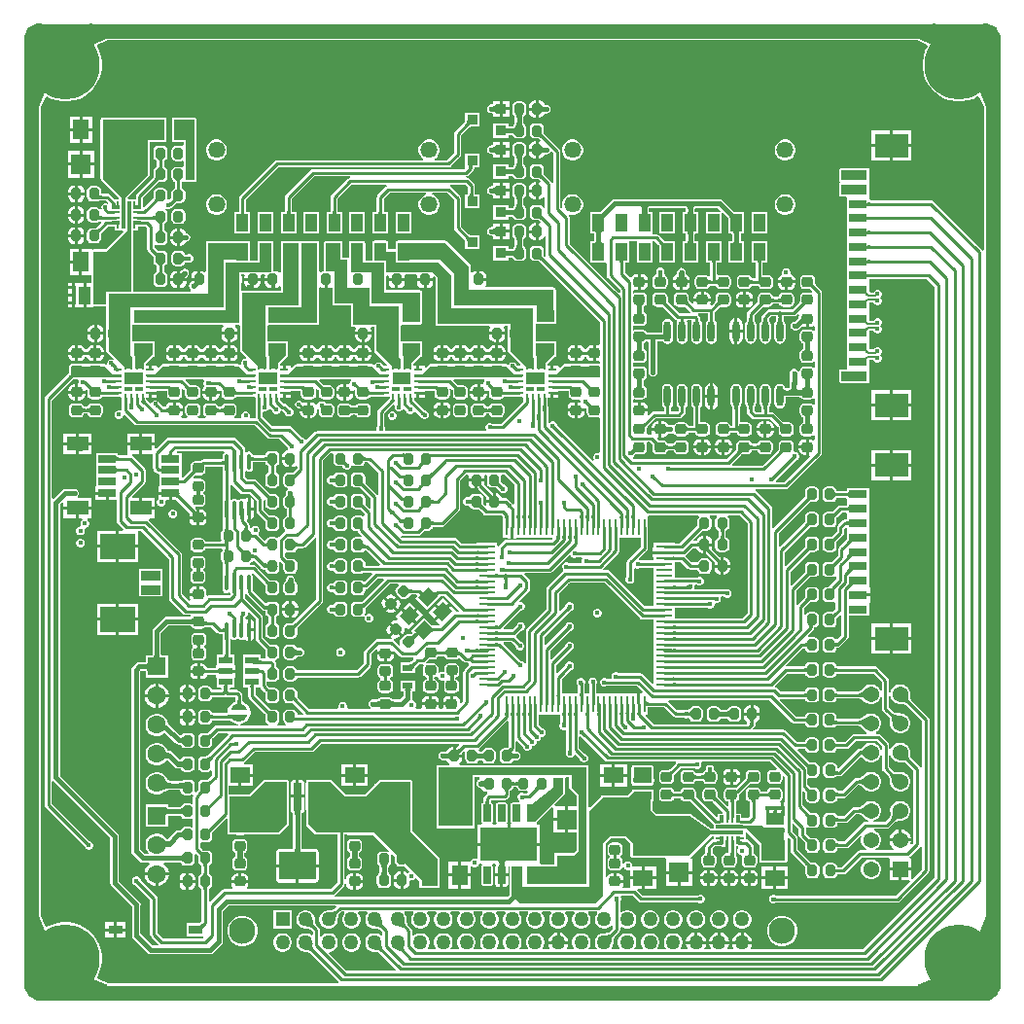
<source format=gtl>
G04*
G04 #@! TF.GenerationSoftware,Altium Limited,Altium Designer,24.1.2 (44)*
G04*
G04 Layer_Physical_Order=1*
G04 Layer_Color=255*
%FSLAX44Y44*%
%MOMM*%
G71*
G04*
G04 #@! TF.SameCoordinates,CA10E9FC-EB55-4E7A-9E12-DBC140C81C46*
G04*
G04*
G04 #@! TF.FilePolarity,Positive*
G04*
G01*
G75*
%ADD11C,0.2540*%
%ADD12C,0.3810*%
%ADD23C,1.2300*%
%ADD24R,3.0000X2.1000*%
%ADD25R,1.6000X0.8000*%
%ADD26R,0.9500X0.9000*%
G04:AMPARAMS|DCode=27|XSize=1.1mm|YSize=1.3mm|CornerRadius=0mm|HoleSize=0mm|Usage=FLASHONLY|Rotation=135.000|XOffset=0mm|YOffset=0mm|HoleType=Round|Shape=Rectangle|*
%AMROTATEDRECTD27*
4,1,4,0.8485,0.0707,-0.0707,-0.8485,-0.8485,-0.0707,0.0707,0.8485,0.8485,0.0707,0.0*
%
%ADD27ROTATEDRECTD27*%

%ADD28R,1.5000X1.0000*%
%ADD29R,1.8000X1.4000*%
%ADD30R,1.4000X1.8000*%
G04:AMPARAMS|DCode=31|XSize=1.55mm|YSize=0.6mm|CornerRadius=0.03mm|HoleSize=0mm|Usage=FLASHONLY|Rotation=270.000|XOffset=0mm|YOffset=0mm|HoleType=Round|Shape=RoundedRectangle|*
%AMROUNDEDRECTD31*
21,1,1.5500,0.5400,0,0,270.0*
21,1,1.4900,0.6000,0,0,270.0*
1,1,0.0600,-0.2700,-0.7450*
1,1,0.0600,-0.2700,0.7450*
1,1,0.0600,0.2700,0.7450*
1,1,0.0600,0.2700,-0.7450*
%
%ADD31ROUNDEDRECTD31*%
%ADD32R,4.9000X2.9500*%
G04:AMPARAMS|DCode=33|XSize=0.95mm|YSize=0.85mm|CornerRadius=0.2125mm|HoleSize=0mm|Usage=FLASHONLY|Rotation=180.000|XOffset=0mm|YOffset=0mm|HoleType=Round|Shape=RoundedRectangle|*
%AMROUNDEDRECTD33*
21,1,0.9500,0.4250,0,0,180.0*
21,1,0.5250,0.8500,0,0,180.0*
1,1,0.4250,-0.2625,0.2125*
1,1,0.4250,0.2625,0.2125*
1,1,0.4250,0.2625,-0.2125*
1,1,0.4250,-0.2625,-0.2125*
%
%ADD33ROUNDEDRECTD33*%
G04:AMPARAMS|DCode=34|XSize=0.95mm|YSize=0.85mm|CornerRadius=0.2125mm|HoleSize=0mm|Usage=FLASHONLY|Rotation=90.000|XOffset=0mm|YOffset=0mm|HoleType=Round|Shape=RoundedRectangle|*
%AMROUNDEDRECTD34*
21,1,0.9500,0.4250,0,0,90.0*
21,1,0.5250,0.8500,0,0,90.0*
1,1,0.4250,0.2125,0.2625*
1,1,0.4250,0.2125,-0.2625*
1,1,0.4250,-0.2125,-0.2625*
1,1,0.4250,-0.2125,0.2625*
%
%ADD34ROUNDEDRECTD34*%
G04:AMPARAMS|DCode=35|XSize=0.95mm|YSize=0.85mm|CornerRadius=0.2125mm|HoleSize=0mm|Usage=FLASHONLY|Rotation=315.000|XOffset=0mm|YOffset=0mm|HoleType=Round|Shape=RoundedRectangle|*
%AMROUNDEDRECTD35*
21,1,0.9500,0.4250,0,0,315.0*
21,1,0.5250,0.8500,0,0,315.0*
1,1,0.4250,0.0354,-0.3359*
1,1,0.4250,-0.3359,0.0354*
1,1,0.4250,-0.0354,0.3359*
1,1,0.4250,0.3359,-0.0354*
%
%ADD35ROUNDEDRECTD35*%
G04:AMPARAMS|DCode=36|XSize=0.95mm|YSize=0.85mm|CornerRadius=0.2125mm|HoleSize=0mm|Usage=FLASHONLY|Rotation=45.000|XOffset=0mm|YOffset=0mm|HoleType=Round|Shape=RoundedRectangle|*
%AMROUNDEDRECTD36*
21,1,0.9500,0.4250,0,0,45.0*
21,1,0.5250,0.8500,0,0,45.0*
1,1,0.4250,0.3359,0.0354*
1,1,0.4250,-0.0354,-0.3359*
1,1,0.4250,-0.3359,-0.0354*
1,1,0.4250,0.0354,0.3359*
%
%ADD36ROUNDEDRECTD36*%
%ADD37R,1.9050X1.2954*%
%ADD38R,1.5494X0.6604*%
%ADD39R,1.8000X1.8000*%
%ADD40R,1.8000X1.8000*%
%ADD41R,1.2000X0.6000*%
%ADD42R,1.0000X1.5000*%
%ADD43R,1.4732X0.2794*%
%ADD44R,0.2794X1.4732*%
%ADD45R,0.2500X0.6500*%
%ADD46R,0.3000X0.6500*%
%ADD47R,0.6500X0.2500*%
%ADD48R,2.4000X0.3000*%
%ADD49R,0.6500X0.3000*%
%ADD50R,0.3000X2.4000*%
%ADD51R,0.9000X0.6000*%
%ADD52R,1.7018X0.8128*%
%ADD53R,3.0988X2.2098*%
%ADD54R,0.3000X0.4500*%
%ADD55R,0.4500X0.3000*%
%ADD56R,2.9500X3.5000*%
%ADD57R,1.5000X0.7000*%
%ADD58R,1.5000X0.8000*%
%ADD59R,0.7000X1.5000*%
%ADD60R,0.8000X1.5000*%
%ADD61O,0.3500X1.4000*%
%ADD62R,0.6500X0.3000*%
%ADD63R,0.7000X1.0000*%
%ADD64R,0.6500X0.2286*%
%ADD65O,0.6000X1.8000*%
%ADD66R,1.2000X0.8000*%
G04:AMPARAMS|DCode=67|XSize=0.7mm|YSize=2.4mm|CornerRadius=0.049mm|HoleSize=0mm|Usage=FLASHONLY|Rotation=0.000|XOffset=0mm|YOffset=0mm|HoleType=Round|Shape=RoundedRectangle|*
%AMROUNDEDRECTD67*
21,1,0.7000,2.3020,0,0,0.0*
21,1,0.6020,2.4000,0,0,0.0*
1,1,0.0980,0.3010,-1.1510*
1,1,0.0980,-0.3010,-1.1510*
1,1,0.0980,-0.3010,1.1510*
1,1,0.0980,0.3010,1.1510*
%
%ADD67ROUNDEDRECTD67*%
G04:AMPARAMS|DCode=68|XSize=3.2mm|YSize=2.4mm|CornerRadius=0.048mm|HoleSize=0mm|Usage=FLASHONLY|Rotation=0.000|XOffset=0mm|YOffset=0mm|HoleType=Round|Shape=RoundedRectangle|*
%AMROUNDEDRECTD68*
21,1,3.2000,2.3040,0,0,0.0*
21,1,3.1040,2.4000,0,0,0.0*
1,1,0.0960,1.5520,-1.1520*
1,1,0.0960,-1.5520,-1.1520*
1,1,0.0960,-1.5520,1.1520*
1,1,0.0960,1.5520,1.1520*
%
%ADD68ROUNDEDRECTD68*%
%ADD125R,1.6000X1.0000*%
%ADD126R,1.0000X1.6000*%
%ADD127C,0.1800*%
%ADD128R,1.3000X0.3010*%
%ADD129R,2.2804X0.8108*%
%ADD130R,1.5332X1.4105*%
%ADD131R,1.5972X0.9972*%
%ADD132C,0.3000*%
%ADD133R,1.3700X1.3700*%
%ADD134C,1.3700*%
%ADD135C,1.4580*%
%ADD136C,1.2580*%
%ADD137R,1.2580X1.2580*%
%ADD138C,2.3000*%
%ADD139C,1.0000*%
%ADD140C,6.0000*%
%ADD141C,1.6000*%
%ADD142R,1.6000X1.6000*%
%ADD143C,0.4000*%
G36*
X72652Y837497D02*
X60031Y831958D01*
X36000Y840539D01*
X16444Y833556D01*
X9461Y814000D01*
X18041Y789969D01*
X12503Y777348D01*
X203Y791409D01*
X5264Y814000D01*
X203Y836591D01*
X11965Y837935D01*
Y837959D01*
X12003Y837997D01*
X12077Y837997D01*
X13409Y849797D01*
X36000Y844736D01*
X58591Y849797D01*
X72652Y837497D01*
D02*
G37*
G36*
X837941Y838035D02*
X837959D01*
X837997Y837997D01*
X837997Y837914D01*
X849803Y836551D01*
X849736Y835727D01*
X849535Y834425D01*
X847394Y824422D01*
X844868Y814000D01*
X847394Y803578D01*
X849535Y793575D01*
X849736Y792273D01*
X849803Y791449D01*
X837503Y777355D01*
X831991Y789993D01*
X840533Y814000D01*
X833577Y833548D01*
X814000Y840539D01*
X789968Y831958D01*
X777347Y837496D01*
X791408Y849797D01*
X814000Y844736D01*
X836592Y849797D01*
X837941Y838035D01*
D02*
G37*
G36*
X156323Y835648D02*
X416322D01*
X426322Y835648D01*
X696321D01*
X706321Y835648D01*
X777043D01*
X786168Y831643D01*
X786534Y830096D01*
X784548Y826199D01*
X783002Y821442D01*
X782220Y816501D01*
Y811499D01*
X783002Y806558D01*
X784548Y801801D01*
X786819Y797344D01*
X789760Y793297D01*
X793297Y789760D01*
X797344Y786819D01*
X801801Y784548D01*
X806558Y783002D01*
X811499Y782220D01*
X816501D01*
X821442Y783002D01*
X826199Y784548D01*
X830127Y786550D01*
X831667Y786196D01*
X835654Y777054D01*
Y706779D01*
X835654Y696779D01*
Y652655D01*
X834478Y652052D01*
X834384Y652066D01*
X833758Y653003D01*
X791463Y695299D01*
X790454Y695973D01*
X789264Y696210D01*
X737042D01*
X735780Y697402D01*
Y698550D01*
X735780Y698880D01*
Y699820D01*
X735780Y700150D01*
Y701355D01*
X735816Y701537D01*
Y709645D01*
X735780Y709828D01*
Y711050D01*
X735780Y711380D01*
Y712320D01*
X735780Y712650D01*
Y713745D01*
X735835Y714019D01*
Y722127D01*
X735780Y722401D01*
Y723880D01*
X734333D01*
X734020Y723942D01*
X711215D01*
X710521Y723804D01*
X709932Y723411D01*
X709539Y722822D01*
X709400Y722127D01*
Y714019D01*
X709539Y713325D01*
X709932Y712736D01*
X710219Y712544D01*
X710311Y712148D01*
X710306Y711481D01*
X710219Y711133D01*
X709914Y710929D01*
X709520Y710340D01*
X709382Y709645D01*
Y701537D01*
X709520Y700843D01*
X709914Y700254D01*
X710503Y699861D01*
X711197Y699723D01*
X715299D01*
X716220Y698880D01*
X716220Y698453D01*
Y687320D01*
X716220D01*
Y686380D01*
X716220D01*
Y674820D01*
X716220D01*
Y673880D01*
X716220D01*
Y662320D01*
X716220D01*
Y661380D01*
X716220D01*
Y649820D01*
X716220D01*
Y648880D01*
X716220D01*
Y637320D01*
X716220D01*
Y636380D01*
X716220D01*
Y625150D01*
X716220Y624820D01*
Y623880D01*
X716220Y623550D01*
Y612650D01*
X716220Y612320D01*
X716220D01*
Y611380D01*
X716220D01*
Y600150D01*
X716220Y599820D01*
Y598880D01*
X716220Y598550D01*
Y587320D01*
X716220D01*
Y586380D01*
X716220D01*
Y575150D01*
X716220Y574820D01*
Y573880D01*
X716220Y573550D01*
Y562650D01*
X716220Y562320D01*
X716220D01*
Y561380D01*
X716220D01*
Y550230D01*
X716220Y549820D01*
X715306Y548960D01*
X711197D01*
X710503Y548822D01*
X709914Y548429D01*
X709520Y547840D01*
X709382Y547146D01*
Y539037D01*
X709520Y538343D01*
X709914Y537754D01*
X710503Y537361D01*
X711197Y537223D01*
X734001D01*
X734491Y537320D01*
X735780D01*
Y538855D01*
X735816Y539037D01*
Y547146D01*
X735780Y547328D01*
Y548550D01*
X735780Y548880D01*
Y549820D01*
X735780Y550150D01*
Y557349D01*
X739334D01*
X739614Y556675D01*
X740677Y555611D01*
X742066Y555036D01*
X743570D01*
X744959Y555611D01*
X746023Y556675D01*
X746598Y558064D01*
Y559568D01*
X746023Y560957D01*
X745274Y561706D01*
X746023Y562455D01*
X746598Y563844D01*
Y565348D01*
X746023Y566737D01*
X744959Y567800D01*
X743570Y568376D01*
X742066D01*
X740677Y567800D01*
X739614Y566737D01*
X739356Y566114D01*
X737019D01*
X735780Y567355D01*
Y573550D01*
X735780Y573880D01*
Y574820D01*
X735780Y575150D01*
Y582471D01*
X735895Y582601D01*
X739535D01*
X739828Y581893D01*
X740891Y580830D01*
X742281Y580254D01*
X743784D01*
X745174Y580830D01*
X746237Y581893D01*
X746813Y583282D01*
Y584786D01*
X746237Y586175D01*
X745488Y586924D01*
X746237Y587673D01*
X746813Y589062D01*
Y590566D01*
X746237Y591955D01*
X745174Y593019D01*
X743784Y593594D01*
X742281D01*
X740891Y593019D01*
X739828Y591955D01*
X739584Y591366D01*
X735780D01*
Y598550D01*
X735780Y598880D01*
Y599820D01*
X735780Y600150D01*
Y607243D01*
X739570D01*
X739828Y606619D01*
X740891Y605555D01*
X742281Y604980D01*
X743784D01*
X745174Y605555D01*
X746237Y606619D01*
X746813Y608008D01*
Y609512D01*
X746237Y610901D01*
X745488Y611650D01*
X746237Y612399D01*
X746813Y613788D01*
Y615292D01*
X746237Y616681D01*
X745174Y617744D01*
X743784Y618320D01*
X742281D01*
X740891Y617744D01*
X739828Y616681D01*
X739549Y616008D01*
X736966D01*
X735780Y617203D01*
Y623550D01*
X735780Y623880D01*
Y624820D01*
X735780Y625150D01*
Y627470D01*
X735825Y627477D01*
X735969Y627490D01*
X786172D01*
X792682Y620980D01*
Y106323D01*
X730110Y43750D01*
X632913D01*
X632321Y45020D01*
X633228Y46592D01*
X633801Y48730D01*
X616199D01*
X616772Y46592D01*
X617679Y45020D01*
X617086Y43750D01*
X612913D01*
X612321Y45020D01*
X613228Y46592D01*
X613801Y48730D01*
X596199D01*
X596772Y46592D01*
X597679Y45020D01*
X597086Y43750D01*
X592913D01*
X592321Y45020D01*
X593228Y46592D01*
X593801Y48730D01*
X576199D01*
X576772Y46592D01*
X577679Y45020D01*
X577087Y43750D01*
X571822D01*
X571336Y44923D01*
X571458Y45045D01*
X572520Y46885D01*
X573070Y48938D01*
Y51062D01*
X572520Y53115D01*
X571458Y54955D01*
X569955Y56458D01*
X568115Y57520D01*
X566062Y58070D01*
X563938D01*
X561885Y57520D01*
X560045Y56458D01*
X558542Y54955D01*
X557480Y53115D01*
X556930Y51062D01*
Y48938D01*
X557480Y46885D01*
X558542Y45045D01*
X558664Y44923D01*
X558178Y43750D01*
X551822D01*
X551336Y44923D01*
X551458Y45045D01*
X552520Y46885D01*
X553070Y48938D01*
Y51062D01*
X552520Y53115D01*
X551458Y54955D01*
X549955Y56458D01*
X548115Y57520D01*
X546062Y58070D01*
X543937D01*
X541885Y57520D01*
X540045Y56458D01*
X538542Y54955D01*
X537480Y53115D01*
X536930Y51062D01*
Y48938D01*
X537480Y46885D01*
X538542Y45045D01*
X538664Y44923D01*
X538178Y43750D01*
X531822D01*
X531336Y44923D01*
X531458Y45045D01*
X532520Y46885D01*
X533070Y48938D01*
Y51062D01*
X532520Y53115D01*
X531458Y54955D01*
X529955Y56458D01*
X528115Y57520D01*
X526062Y58070D01*
X523938D01*
X521885Y57520D01*
X520045Y56458D01*
X518542Y54955D01*
X517480Y53115D01*
X516930Y51062D01*
Y48938D01*
X517480Y46885D01*
X518542Y45045D01*
X518664Y44923D01*
X518178Y43750D01*
X511822D01*
X511336Y44923D01*
X511458Y45045D01*
X512520Y46885D01*
X513070Y48938D01*
Y49861D01*
X513104Y50006D01*
X513153Y51587D01*
X513218Y52212D01*
X513312Y52789D01*
X513429Y53298D01*
X513566Y53736D01*
X513717Y54106D01*
X513877Y54409D01*
X514028Y54630D01*
X517859Y58461D01*
X518533Y59470D01*
X518770Y60660D01*
Y63158D01*
X519943Y63644D01*
X520045Y63542D01*
X521885Y62480D01*
X523938Y61930D01*
X526062D01*
X528115Y62480D01*
X529955Y63542D01*
X531458Y65045D01*
X532520Y66885D01*
X533070Y68938D01*
Y71062D01*
X532520Y73115D01*
X531458Y74955D01*
X529955Y76458D01*
X528115Y77520D01*
X526062Y78070D01*
X523938D01*
X521885Y77520D01*
X520045Y76458D01*
X519943Y76356D01*
X518770Y76842D01*
Y85434D01*
X519037Y85701D01*
X519612Y87091D01*
Y88594D01*
X519196Y89600D01*
X519810Y90870D01*
X529606D01*
X534833Y85644D01*
X535842Y84969D01*
X537032Y84733D01*
X586557D01*
X586701Y84588D01*
X588090Y84013D01*
X589594D01*
X590983Y84588D01*
X592047Y85652D01*
X592622Y87041D01*
Y88545D01*
X592047Y89934D01*
X590983Y90997D01*
X589594Y91573D01*
X588090D01*
X586701Y90997D01*
X586656Y90952D01*
X538320D01*
X533824Y95448D01*
X534350Y96718D01*
X537538D01*
Y104988D01*
X527268D01*
Y97090D01*
X521691D01*
X521012Y98360D01*
X521471Y99047D01*
X521833Y100867D01*
Y101722D01*
X514452D01*
Y102992D01*
X513182D01*
Y109873D01*
X511827D01*
X510007Y109511D01*
X508464Y108480D01*
X507433Y106937D01*
X507375Y106646D01*
X506105Y106771D01*
Y136003D01*
X510463Y140362D01*
X511501D01*
X511827Y140297D01*
X517077D01*
X517403Y140362D01*
X520248D01*
X520305Y140323D01*
X520359Y140313D01*
X520405Y140285D01*
X520704Y140244D01*
X521000Y140185D01*
X521053Y140196D01*
X521107Y140188D01*
X521399Y140264D01*
X521694Y140323D01*
X521740Y140353D01*
X521771Y140362D01*
X523574D01*
X527932Y136005D01*
Y125203D01*
X528028Y124719D01*
Y123478D01*
X529156D01*
X529780Y123354D01*
X548271D01*
X557798D01*
X558715Y122502D01*
X558715Y122084D01*
Y112232D01*
X570255D01*
X581795D01*
Y122502D01*
X580283D01*
X579897Y123772D01*
X580068Y123886D01*
X598369Y142187D01*
X600423Y142184D01*
Y139847D01*
X600258D01*
X599068Y139610D01*
X598059Y138936D01*
X593970Y134847D01*
X593296Y133838D01*
X593059Y132648D01*
Y127705D01*
X593046Y127555D01*
X593030Y127458D01*
X592020Y127257D01*
X590728Y126394D01*
X589865Y125102D01*
X589562Y123578D01*
Y119328D01*
X589865Y117805D01*
X590728Y116513D01*
X592020Y115650D01*
X593544Y115347D01*
X598793D01*
X600317Y115650D01*
X601609Y116513D01*
X602472Y117805D01*
X602775Y119328D01*
Y123578D01*
X602472Y125102D01*
X601609Y126394D01*
X600317Y127257D01*
X599307Y127458D01*
X599291Y127555D01*
X599278Y127705D01*
Y131360D01*
X601546Y133628D01*
X606973D01*
X608165Y132927D01*
Y132927D01*
X610685D01*
Y138717D01*
X613225D01*
Y132927D01*
X613317D01*
Y127618D01*
X613312Y127560D01*
X611328D01*
X609804Y127257D01*
X608512Y126394D01*
X607649Y125102D01*
X607346Y123578D01*
Y119328D01*
X607649Y117805D01*
X608512Y116513D01*
X609804Y115650D01*
X611328Y115347D01*
X616578D01*
X618101Y115650D01*
X619393Y116513D01*
X620256Y117805D01*
X620559Y119328D01*
Y123578D01*
X620343Y124666D01*
X620343Y124679D01*
X620337Y124697D01*
X620256Y125102D01*
X620103Y125331D01*
X620098Y125343D01*
X619972Y125549D01*
X619889Y125712D01*
X619810Y125898D01*
X619738Y126107D01*
X619674Y126340D01*
X619618Y126599D01*
X619577Y126863D01*
X619537Y127338D01*
Y133687D01*
X621133D01*
X621433Y133628D01*
X621433Y133628D01*
X621468D01*
X621994Y132358D01*
X621600Y131963D01*
X621024Y130574D01*
Y129070D01*
X621600Y127681D01*
X622663Y126617D01*
X624052Y126042D01*
X624284D01*
X624568Y125745D01*
X625118Y124772D01*
X624880Y123578D01*
Y119328D01*
X625183Y117805D01*
X626046Y116513D01*
X627338Y115650D01*
X628862Y115347D01*
X634112D01*
X635635Y115650D01*
X636927Y116513D01*
X637790Y117805D01*
X638093Y119328D01*
Y123578D01*
X637790Y125102D01*
X636927Y126394D01*
X635635Y127257D01*
X635102Y127363D01*
X635076Y127528D01*
X635062Y127687D01*
Y133232D01*
X634826Y134422D01*
X634151Y135431D01*
X630646Y138936D01*
X629637Y139610D01*
X628447Y139847D01*
X627983D01*
Y142178D01*
X627994D01*
Y143781D01*
X628029Y143955D01*
X628029Y143956D01*
X628029Y143958D01*
Y145483D01*
X629299Y146009D01*
X640376Y134931D01*
Y120979D01*
X640514Y120284D01*
X640908Y119695D01*
X641497Y119302D01*
X642191Y119164D01*
X642482Y119221D01*
X662534D01*
X663229Y119360D01*
X663818Y119753D01*
X663828Y119764D01*
X664222Y120352D01*
X664360Y121047D01*
Y123478D01*
X664416D01*
Y140690D01*
X665560Y141343D01*
X667209Y139693D01*
Y129665D01*
X667446Y128475D01*
X668120Y127466D01*
X679714Y115872D01*
X679932Y115627D01*
X680181Y115315D01*
X680144Y115125D01*
Y109875D01*
X680447Y108351D01*
X681310Y107060D01*
X682601Y106197D01*
X684125Y105893D01*
X688375D01*
X689899Y106197D01*
X691190Y107060D01*
X692054Y108351D01*
X692356Y109875D01*
Y115125D01*
X692054Y116649D01*
X691190Y117940D01*
X689899Y118803D01*
X688375Y119107D01*
X685564D01*
X685335Y119252D01*
X684967Y119524D01*
X684127Y120254D01*
X673428Y130953D01*
Y140982D01*
X673192Y142172D01*
X672518Y143181D01*
X668731Y146967D01*
Y152996D01*
X669904Y153482D01*
X674485Y148902D01*
Y143497D01*
X674722Y142308D01*
X675396Y141299D01*
X679401Y137294D01*
X679794Y136870D01*
X680068Y136528D01*
X680144Y136420D01*
Y131718D01*
X680447Y130194D01*
X681310Y128902D01*
X682601Y128039D01*
X684125Y127736D01*
X688375D01*
X689899Y128039D01*
X691190Y128902D01*
X692054Y130194D01*
X692356Y131718D01*
Y136967D01*
X692054Y138491D01*
X691190Y139783D01*
X689899Y140646D01*
X688375Y140949D01*
X684673D01*
X684585Y141010D01*
X683903Y141587D01*
X680705Y144786D01*
Y149621D01*
X681883Y150325D01*
X681929Y150331D01*
X682601Y149882D01*
X684125Y149579D01*
X688375D01*
X689899Y149882D01*
X691190Y150745D01*
X692054Y152036D01*
X692357Y153560D01*
Y158810D01*
X692054Y160334D01*
X691190Y161625D01*
X689899Y162488D01*
X688375Y162792D01*
X684983D01*
X684820Y162905D01*
X684139Y163482D01*
X677862Y169758D01*
Y181000D01*
X679036Y181486D01*
X679426Y181096D01*
X679820Y180671D01*
X680095Y180329D01*
X680144Y180258D01*
Y175403D01*
X680447Y173879D01*
X681310Y172587D01*
X682601Y171724D01*
X684125Y171421D01*
X688375D01*
X689899Y171724D01*
X691190Y172587D01*
X692054Y173879D01*
X692357Y175403D01*
Y180653D01*
X692054Y182176D01*
X691190Y183468D01*
X689899Y184331D01*
X688375Y184634D01*
X684826D01*
X684702Y184721D01*
X684019Y185298D01*
X682060Y187258D01*
Y192517D01*
X683330Y193422D01*
X684125Y193263D01*
X688375D01*
X689899Y193567D01*
X691190Y194430D01*
X692054Y195721D01*
X692357Y197245D01*
Y202495D01*
X692054Y204019D01*
X691190Y205310D01*
X689899Y206173D01*
X688375Y206476D01*
X684507D01*
X684460Y206509D01*
X683777Y207087D01*
X673435Y217429D01*
X673921Y218603D01*
X679594D01*
X679743Y218590D01*
X679841Y218574D01*
X680042Y217564D01*
X680905Y216272D01*
X682197Y215409D01*
X683720Y215106D01*
X687970D01*
X689494Y215409D01*
X690786Y216272D01*
X691649Y217564D01*
X691952Y219088D01*
Y224338D01*
X691649Y225861D01*
X690786Y227153D01*
X689494Y228016D01*
X687970Y228319D01*
X683720D01*
X682197Y228016D01*
X680905Y227153D01*
X680042Y225861D01*
X679841Y224851D01*
X679743Y224835D01*
X679594Y224822D01*
X672417D01*
X662973Y234266D01*
X661964Y234941D01*
X660774Y235177D01*
X635006D01*
X634690Y235917D01*
X634626Y236447D01*
X634646Y236466D01*
X634802Y236571D01*
X634896Y236712D01*
X635017Y236830D01*
X635091Y237003D01*
X635102Y237019D01*
X635738Y237655D01*
X635738Y237655D01*
X636412Y238664D01*
X636649Y239854D01*
Y240754D01*
X636652Y240773D01*
X636723Y240948D01*
X636721Y241117D01*
X636754Y241283D01*
X637484Y241950D01*
X639027Y242981D01*
X640058Y244525D01*
X640420Y246345D01*
Y247700D01*
X633539D01*
X626658D01*
Y246345D01*
X627020Y244525D01*
X628051Y242981D01*
X629248Y242181D01*
X629522Y240831D01*
X628823Y240074D01*
X547845D01*
X540955Y246965D01*
X541441Y248138D01*
X543177D01*
Y254636D01*
X543208Y254641D01*
X543358Y254654D01*
X557025D01*
X564908Y246771D01*
X565917Y246097D01*
X567107Y245860D01*
X574303D01*
X574398Y245765D01*
X575787Y245190D01*
X577291D01*
X577556Y245300D01*
X578947Y244821D01*
X579810Y243529D01*
X581101Y242666D01*
X582625Y242363D01*
X586875D01*
X588399Y242666D01*
X589690Y243529D01*
X590554Y244821D01*
X590857Y246345D01*
Y251595D01*
X590554Y253118D01*
X589690Y254410D01*
X588399Y255273D01*
X586875Y255576D01*
X582625D01*
X581101Y255273D01*
X579810Y254410D01*
X578947Y253118D01*
X577556Y252640D01*
X577291Y252750D01*
X575787D01*
X574398Y252174D01*
X574303Y252080D01*
X568395D01*
X560805Y259670D01*
X561181Y260826D01*
X561270Y260940D01*
X648856D01*
X668440Y241356D01*
X669449Y240682D01*
X670639Y240445D01*
X670639Y240445D01*
X679594D01*
X679743Y240432D01*
X679841Y240416D01*
X680042Y239406D01*
X680905Y238115D01*
X682197Y237252D01*
X683720Y236949D01*
X687970D01*
X689494Y237252D01*
X690786Y238115D01*
X691649Y239406D01*
X691952Y240930D01*
Y246180D01*
X691649Y247704D01*
X690786Y248995D01*
X689494Y249858D01*
X687970Y250161D01*
X683720D01*
X682197Y249858D01*
X680905Y248995D01*
X680042Y247704D01*
X679841Y246694D01*
X679743Y246678D01*
X679594Y246665D01*
X671927D01*
X657714Y260878D01*
X658240Y262148D01*
X679597D01*
X679748Y262135D01*
X679870Y262115D01*
X680042Y261249D01*
X680905Y259957D01*
X682197Y259094D01*
X683720Y258791D01*
X687970D01*
X689494Y259094D01*
X690786Y259957D01*
X691649Y261249D01*
X691952Y262773D01*
Y268022D01*
X691649Y269546D01*
X690786Y270838D01*
X689494Y271701D01*
X687970Y272004D01*
X683720D01*
X682197Y271701D01*
X680905Y270838D01*
X680042Y269546D01*
X679812Y268391D01*
X679744Y268380D01*
X679594Y268367D01*
X658267D01*
X655065Y271569D01*
X654141Y272187D01*
X654043Y272303D01*
X653756Y273598D01*
X664288Y284130D01*
X679594D01*
X679743Y284117D01*
X679841Y284101D01*
X680042Y283091D01*
X680905Y281800D01*
X682197Y280937D01*
X683720Y280634D01*
X687970D01*
X689494Y280937D01*
X690786Y281800D01*
X691649Y283091D01*
X691952Y284615D01*
Y289865D01*
X691649Y291389D01*
X690786Y292680D01*
X689494Y293543D01*
X687970Y293846D01*
X683720D01*
X682197Y293543D01*
X680905Y292680D01*
X680042Y291389D01*
X679841Y290379D01*
X679743Y290363D01*
X679594Y290350D01*
X663963D01*
X663437Y291620D01*
X677790Y305973D01*
X679594D01*
X679743Y305960D01*
X679841Y305944D01*
X680042Y304934D01*
X680905Y303642D01*
X682197Y302779D01*
X683720Y302476D01*
X687970D01*
X689494Y302779D01*
X690786Y303642D01*
X691649Y304934D01*
X691952Y306458D01*
Y311707D01*
X691649Y313231D01*
X690786Y314523D01*
X689494Y315386D01*
X687970Y315689D01*
X683720D01*
X683556Y315656D01*
X682158Y316673D01*
X682122Y316975D01*
X686927Y321780D01*
X687601Y322789D01*
X687838Y323979D01*
Y324319D01*
X687970D01*
X689494Y324622D01*
X690786Y325485D01*
X691649Y326776D01*
X691952Y328300D01*
Y333550D01*
X691649Y335074D01*
X690786Y336365D01*
X689494Y337229D01*
X687970Y337532D01*
X683720D01*
X682197Y337229D01*
X680905Y336365D01*
X680393Y335599D01*
X679123Y335984D01*
Y341147D01*
X683394Y345418D01*
X683818Y345812D01*
X684160Y346086D01*
X684268Y346161D01*
X687970D01*
X689494Y346464D01*
X690786Y347327D01*
X691649Y348619D01*
X691952Y350143D01*
Y355392D01*
X691649Y356916D01*
X690786Y358208D01*
X689494Y359071D01*
X687970Y359374D01*
X683720D01*
X682197Y359071D01*
X680905Y358208D01*
X680042Y356916D01*
X679739Y355392D01*
Y350690D01*
X679678Y350603D01*
X679100Y349920D01*
X673814Y344634D01*
X673374Y343976D01*
X672104Y344361D01*
Y355971D01*
X683394Y367261D01*
X683818Y367654D01*
X684160Y367928D01*
X684268Y368004D01*
X687970D01*
X689494Y368307D01*
X690786Y369170D01*
X691649Y370461D01*
X691952Y371985D01*
Y377235D01*
X691649Y378759D01*
X690786Y380050D01*
X689494Y380914D01*
X687970Y381217D01*
X683720D01*
X682197Y380914D01*
X680905Y380050D01*
X680042Y378759D01*
X679739Y377235D01*
Y372533D01*
X679678Y372445D01*
X679100Y371763D01*
X668460Y361123D01*
X667286Y361609D01*
Y372996D01*
X683394Y389103D01*
X683818Y389497D01*
X684160Y389771D01*
X684268Y389846D01*
X687970D01*
X689494Y390149D01*
X690786Y391012D01*
X691649Y392304D01*
X691952Y393828D01*
Y399077D01*
X691649Y400601D01*
X690786Y401893D01*
X689494Y402756D01*
X687970Y403059D01*
X683720D01*
X682197Y402756D01*
X680905Y401893D01*
X680042Y400601D01*
X679739Y399077D01*
Y394375D01*
X679678Y394288D01*
X679100Y393605D01*
X663383Y377889D01*
X662210Y378375D01*
Y389762D01*
X683394Y410946D01*
X683818Y411339D01*
X684160Y411613D01*
X684268Y411688D01*
X687970D01*
X689494Y411992D01*
X690786Y412855D01*
X691649Y414146D01*
X691952Y415670D01*
Y420920D01*
X691649Y422444D01*
X690786Y423735D01*
X689494Y424599D01*
X687970Y424902D01*
X683720D01*
X682197Y424599D01*
X680905Y423735D01*
X680042Y422444D01*
X679739Y420920D01*
Y416218D01*
X679678Y416130D01*
X679100Y415448D01*
X658142Y394490D01*
X656872Y395016D01*
Y406267D01*
X684137Y433531D01*
X687970D01*
X689494Y433834D01*
X690786Y434697D01*
X691649Y435989D01*
X691952Y437513D01*
Y442762D01*
X691649Y444286D01*
X690786Y445578D01*
X689494Y446441D01*
X687970Y446744D01*
X683720D01*
X682197Y446441D01*
X680905Y445578D01*
X680042Y444286D01*
X679739Y442762D01*
Y437929D01*
X652362Y410552D01*
X651092Y411078D01*
Y427767D01*
X650855Y428957D01*
X650181Y429966D01*
X637333Y442814D01*
X636558Y443331D01*
X636724Y444488D01*
X636770Y444601D01*
X662871D01*
X664061Y444838D01*
X665070Y445512D01*
X693664Y474106D01*
X693664Y474107D01*
X694338Y475116D01*
X694575Y476306D01*
X694575Y476306D01*
Y615989D01*
X694338Y617180D01*
X693664Y618189D01*
X689334Y622519D01*
X688940Y622942D01*
X688666Y623285D01*
X688591Y623393D01*
Y627095D01*
X688288Y628619D01*
X687425Y629910D01*
X686133Y630773D01*
X684610Y631077D01*
X679360D01*
X677836Y630773D01*
X676544Y629910D01*
X675681Y628619D01*
X675378Y627095D01*
Y622845D01*
X675681Y621321D01*
X676544Y620030D01*
X677836Y619167D01*
X679360Y618863D01*
X684062D01*
X684149Y618803D01*
X684832Y618225D01*
X686154Y616903D01*
X686123Y616570D01*
X684754Y615548D01*
X684610Y615577D01*
X679360D01*
X677836Y615273D01*
X676544Y614410D01*
X675681Y613119D01*
X675378Y611595D01*
Y607893D01*
X675317Y607805D01*
X674740Y607123D01*
X668896Y601280D01*
X648970D01*
X647780Y601043D01*
X646771Y600369D01*
X642961Y596559D01*
X642287Y595550D01*
X642050Y594360D01*
Y592441D01*
X642031Y592124D01*
X641982Y591691D01*
X641714Y591511D01*
X640657Y589930D01*
X640286Y588065D01*
Y576065D01*
X640657Y574200D01*
X641714Y572619D01*
X643295Y571562D01*
X645160Y571191D01*
X647025Y571562D01*
X648606Y572619D01*
X649663Y574200D01*
X650034Y576065D01*
Y588065D01*
X649663Y589930D01*
X648606Y591511D01*
X648341Y591689D01*
X648270Y592524D01*
Y593072D01*
X650258Y595060D01*
X654371D01*
X654517Y595034D01*
X654623Y594999D01*
X654661Y594978D01*
X654665Y594975D01*
X654668Y594971D01*
X654689Y594933D01*
X654724Y594827D01*
X654750Y594681D01*
Y592441D01*
X654731Y592124D01*
X654682Y591691D01*
X654414Y591511D01*
X653357Y589930D01*
X652986Y588065D01*
Y576065D01*
X653357Y574200D01*
X654414Y572619D01*
X655995Y571562D01*
X657860Y571191D01*
X659725Y571562D01*
X661306Y572619D01*
X662363Y574200D01*
X662734Y576065D01*
Y588065D01*
X662363Y589930D01*
X661306Y591511D01*
X661040Y591689D01*
X660970Y592524D01*
Y594681D01*
X660996Y594827D01*
X661031Y594933D01*
X661052Y594971D01*
X661055Y594975D01*
X661059Y594978D01*
X661097Y594999D01*
X661203Y595034D01*
X661349Y595060D01*
X670184D01*
X671375Y595297D01*
X672383Y595971D01*
X673739Y597327D01*
X673900Y597257D01*
X674787Y596578D01*
X674478Y595028D01*
Y593849D01*
X673731Y593350D01*
X670818Y590437D01*
X669689Y590213D01*
X668470Y589398D01*
X668433Y589362D01*
X667619Y588143D01*
X667333Y586705D01*
X667619Y585267D01*
X668433Y584049D01*
X669652Y583234D01*
X671090Y582948D01*
X671273Y582984D01*
X672436D01*
X673873Y583270D01*
X675092Y584085D01*
X677400Y586393D01*
X677414Y586383D01*
X679234Y586021D01*
X680590D01*
Y592902D01*
X683130D01*
Y586021D01*
X684484D01*
X686305Y586383D01*
X687085Y586905D01*
X688355Y586226D01*
Y583049D01*
X687877Y582729D01*
X687085Y582486D01*
X686008Y583206D01*
X684484Y583509D01*
X679234D01*
X677711Y583206D01*
X676419Y582343D01*
X675556Y581051D01*
X675253Y579528D01*
Y575277D01*
X675556Y573754D01*
X676419Y572462D01*
X677711Y571599D01*
X677898Y571562D01*
X677912Y571524D01*
X678001Y571151D01*
X678075Y570655D01*
X678102Y570302D01*
Y567936D01*
X678075Y567582D01*
X678001Y567086D01*
X677912Y566713D01*
X677898Y566676D01*
X677711Y566638D01*
X676419Y565775D01*
X675556Y564484D01*
X675253Y562960D01*
Y558710D01*
X675556Y557186D01*
X676419Y555895D01*
X677711Y555032D01*
X679234Y554729D01*
X684484D01*
X686008Y555032D01*
X687085Y555751D01*
X687877Y555509D01*
X688355Y555189D01*
Y550981D01*
X687877Y550661D01*
X687085Y550419D01*
X686008Y551138D01*
X684484Y551441D01*
X679234D01*
X677711Y551138D01*
X676419Y550275D01*
X675556Y548984D01*
X675253Y547460D01*
Y547034D01*
X673983Y546782D01*
X673549Y547830D01*
X672485Y548894D01*
X671096Y549469D01*
X669592D01*
X668203Y548894D01*
X667140Y547830D01*
X666564Y546441D01*
Y544937D01*
X666587Y544882D01*
Y537496D01*
X666498Y537047D01*
Y533700D01*
X666433Y533336D01*
X666335Y533040D01*
X666225Y532837D01*
X666108Y532693D01*
X665964Y532576D01*
X665760Y532466D01*
X665464Y532367D01*
X665100Y532303D01*
X663781D01*
X663474Y532329D01*
X663036Y532399D01*
X662713Y532483D01*
X662537Y532552D01*
X662363Y533430D01*
X661306Y535011D01*
X659725Y536068D01*
X657860Y536439D01*
X655995Y536068D01*
X654414Y535011D01*
X653357Y533430D01*
X652986Y531565D01*
Y519565D01*
X653357Y517700D01*
X654414Y516119D01*
X655995Y515062D01*
X657860Y514691D01*
X659725Y515062D01*
X661306Y516119D01*
X662363Y517700D01*
X662734Y519565D01*
Y524596D01*
X662771Y524611D01*
X663077Y524693D01*
X663501Y524763D01*
X663800Y524789D01*
X674206D01*
X674376Y524776D01*
X674825Y524716D01*
X675207Y524638D01*
X675522Y524546D01*
X675770Y524448D01*
X675952Y524352D01*
X676077Y524264D01*
X676158Y524188D01*
X676290Y524021D01*
X676419Y523827D01*
X677711Y522964D01*
X679235Y522661D01*
X684484D01*
X686008Y522964D01*
X687085Y523684D01*
X687877Y523441D01*
X688355Y523121D01*
Y518914D01*
X687877Y518594D01*
X687085Y518351D01*
X686008Y519071D01*
X684484Y519374D01*
X679235D01*
X677711Y519071D01*
X676419Y518208D01*
X675556Y516916D01*
X675253Y515392D01*
Y511143D01*
X675556Y509619D01*
X676419Y508327D01*
X677711Y507464D01*
X677898Y507427D01*
X677912Y507389D01*
X678001Y507016D01*
X678075Y506520D01*
X678102Y506167D01*
Y503801D01*
X678075Y503447D01*
X678001Y502952D01*
X677912Y502578D01*
X677898Y502541D01*
X677711Y502503D01*
X676419Y501640D01*
X675556Y500349D01*
X675253Y498825D01*
Y494575D01*
X675556Y493051D01*
X676419Y491760D01*
X677711Y490896D01*
X679235Y490593D01*
X684484D01*
X686008Y490896D01*
X687085Y491616D01*
X687877Y491374D01*
X688355Y491054D01*
Y487877D01*
X687085Y487198D01*
X686305Y487719D01*
X684484Y488081D01*
X683130D01*
Y481200D01*
Y474319D01*
X683284D01*
X683810Y473049D01*
X661582Y450821D01*
X654938D01*
X654232Y451877D01*
X654316Y452078D01*
Y452250D01*
X671547Y469481D01*
X671643D01*
X673032Y470057D01*
X674096Y471120D01*
X674671Y472509D01*
Y474013D01*
X674096Y475402D01*
X673032Y476466D01*
X671643Y477041D01*
X670843D01*
X670804Y477060D01*
X669885Y478195D01*
X669880Y478214D01*
X670051Y479075D01*
Y483325D01*
X669748Y484849D01*
X668885Y486140D01*
X667594Y487003D01*
X666070Y487307D01*
X660820D01*
X659296Y487003D01*
X658005Y486140D01*
X657141Y484849D01*
X656838Y483325D01*
Y479623D01*
X656777Y479535D01*
X656200Y478853D01*
X642606Y465259D01*
X616619D01*
X616093Y466529D01*
X623915Y474351D01*
X624338Y474744D01*
X624681Y475018D01*
X624789Y475093D01*
X629491D01*
X631015Y475396D01*
X632306Y476260D01*
X633170Y477551D01*
X633269Y478051D01*
X633430Y478077D01*
X633594Y478090D01*
X638428D01*
X638591Y478077D01*
X638753Y478051D01*
X638852Y477551D01*
X639715Y476260D01*
X641007Y475396D01*
X642531Y475093D01*
X647781D01*
X649304Y475396D01*
X650596Y476260D01*
X651459Y477551D01*
X651762Y479075D01*
Y483325D01*
X651459Y484849D01*
X650596Y486140D01*
X649304Y487003D01*
X647781Y487307D01*
X642531D01*
X641007Y487003D01*
X639715Y486140D01*
X638852Y484849D01*
X638753Y484349D01*
X638591Y484323D01*
X638428Y484310D01*
X633594D01*
X633430Y484323D01*
X633269Y484349D01*
X633170Y484849D01*
X632306Y486140D01*
X631015Y487003D01*
X629491Y487307D01*
X624241D01*
X622717Y487003D01*
X621426Y486140D01*
X620563Y484849D01*
X620260Y483325D01*
Y479623D01*
X620199Y479535D01*
X619621Y478853D01*
X611704Y470936D01*
X530683D01*
X530483Y471234D01*
X530116Y472457D01*
X531180Y473520D01*
X531716Y474816D01*
X531735Y474836D01*
X531966Y475039D01*
X532187Y475214D01*
X532794Y475093D01*
X538044D01*
X539568Y475396D01*
X540859Y476260D01*
X541722Y477551D01*
X542025Y479075D01*
Y483325D01*
X541772Y484598D01*
X542453Y485868D01*
X544643D01*
X546447Y484063D01*
X546846Y483635D01*
X547102Y483314D01*
Y479075D01*
X547405Y477551D01*
X548268Y476260D01*
X549560Y475396D01*
X551083Y475093D01*
X556333D01*
X557857Y475396D01*
X559149Y476260D01*
X560012Y477551D01*
X560111Y478051D01*
X560272Y478077D01*
X560436Y478090D01*
X565270D01*
X565434Y478077D01*
X565595Y478051D01*
X565694Y477551D01*
X566558Y476260D01*
X567849Y475396D01*
X569373Y475093D01*
X574623D01*
X576147Y475396D01*
X577438Y476260D01*
X578301Y477551D01*
X578604Y479075D01*
Y483325D01*
X578301Y484849D01*
X577438Y486140D01*
X576147Y487003D01*
X574623Y487307D01*
X569373D01*
X567849Y487003D01*
X566558Y486140D01*
X565694Y484849D01*
X565595Y484349D01*
X565434Y484323D01*
X565270Y484310D01*
X560436D01*
X560272Y484323D01*
X560111Y484349D01*
X560012Y484849D01*
X559149Y486140D01*
X557857Y487003D01*
X556333Y487307D01*
X552256D01*
X552115Y487395D01*
X551759Y487657D01*
X550935Y488371D01*
X550708Y488598D01*
X550937Y489341D01*
X551284Y489819D01*
X552438D01*
Y495430D01*
X546327D01*
Y494575D01*
X546590Y493251D01*
X546263Y492674D01*
X545858Y492233D01*
X545625Y492087D01*
X542490D01*
X541783Y493357D01*
X542025Y494575D01*
Y498277D01*
X542086Y498365D01*
X542664Y499047D01*
X549777Y506160D01*
X570067D01*
X571258Y506397D01*
X572266Y507071D01*
X574969Y509773D01*
X574969Y509774D01*
X575643Y510782D01*
X575880Y511973D01*
Y515189D01*
X575899Y515505D01*
X575948Y515939D01*
X576216Y516119D01*
X577273Y517700D01*
X577644Y519565D01*
Y531565D01*
X577273Y533430D01*
X576216Y535011D01*
X574635Y536068D01*
X572770Y536439D01*
X570905Y536068D01*
X569324Y535011D01*
X568267Y533430D01*
X567896Y531565D01*
Y519565D01*
X568267Y517700D01*
X569324Y516119D01*
X569590Y515941D01*
X569660Y515106D01*
Y513261D01*
X568779Y512380D01*
X563180D01*
Y515189D01*
X563199Y515505D01*
X563248Y515939D01*
X563516Y516119D01*
X564573Y517700D01*
X564944Y519565D01*
Y531565D01*
X564573Y533430D01*
X563516Y535011D01*
X561935Y536068D01*
X560070Y536439D01*
X558205Y536068D01*
X556624Y535011D01*
X555567Y533430D01*
X555196Y531565D01*
Y519565D01*
X555567Y517700D01*
X556624Y516119D01*
X556889Y515941D01*
X556960Y515106D01*
Y512380D01*
X548489D01*
X547299Y512143D01*
X546290Y511469D01*
X543664Y508843D01*
X543503Y508913D01*
X542617Y509592D01*
X542925Y511143D01*
Y511997D01*
X535544D01*
Y513267D01*
X534274D01*
Y520149D01*
X532919D01*
X531128Y519793D01*
X530898Y519751D01*
X529858Y520478D01*
Y522464D01*
X531128Y523143D01*
X531395Y522964D01*
X532919Y522661D01*
X538169D01*
X539693Y522964D01*
X540984Y523827D01*
X541847Y525119D01*
X542150Y526642D01*
Y530892D01*
X541847Y532416D01*
X540984Y533708D01*
X539693Y534571D01*
X539506Y534608D01*
X539492Y534646D01*
X539403Y535019D01*
X539329Y535515D01*
X539301Y535868D01*
Y538234D01*
X539329Y538588D01*
X539403Y539084D01*
X539492Y539457D01*
X539506Y539494D01*
X539693Y539532D01*
X540984Y540395D01*
X541847Y541686D01*
X542150Y543210D01*
Y547460D01*
X541847Y548984D01*
X540984Y550275D01*
X539693Y551138D01*
X538169Y551441D01*
X532919D01*
X531395Y551138D01*
X531128Y550960D01*
X529858Y551638D01*
Y554532D01*
X531128Y555210D01*
X531395Y555032D01*
X532919Y554729D01*
X538169D01*
X539693Y555032D01*
X540984Y555895D01*
X541847Y557186D01*
X542150Y558710D01*
Y562960D01*
X541847Y564484D01*
X540984Y565775D01*
X539693Y566638D01*
X539506Y566676D01*
X539492Y566713D01*
X539402Y567086D01*
X539329Y567582D01*
X539301Y567936D01*
Y570302D01*
X539329Y570655D01*
X539402Y571151D01*
X539492Y571524D01*
X539506Y571562D01*
X539693Y571599D01*
X540584Y572195D01*
X540586Y572195D01*
X540589Y572198D01*
X540984Y572462D01*
X541117Y572661D01*
X541119Y572662D01*
X541298Y572896D01*
X541426Y573023D01*
X541583Y573144D01*
X541781Y573261D01*
X542029Y573373D01*
X542331Y573474D01*
X542343Y573477D01*
X543201Y573005D01*
X543538Y572640D01*
X543613Y572469D01*
Y564250D01*
X543584Y564105D01*
Y547192D01*
X543533Y547067D01*
Y545564D01*
X544108Y544174D01*
X545171Y543111D01*
X546561Y542535D01*
X548064D01*
X549454Y543111D01*
X550517Y544174D01*
X551093Y545564D01*
Y546315D01*
X551099Y546344D01*
Y563990D01*
X551127Y564134D01*
Y573645D01*
X554455D01*
X554890Y573615D01*
X555500Y573537D01*
X555993Y573436D01*
X556100Y573403D01*
X556624Y572619D01*
X558205Y571562D01*
X560070Y571191D01*
X561935Y571562D01*
X563516Y572619D01*
X564573Y574200D01*
X564944Y576065D01*
Y588065D01*
X564573Y589930D01*
X563516Y591511D01*
X561935Y592568D01*
X560070Y592939D01*
X558205Y592568D01*
X556624Y591511D01*
X555567Y589930D01*
X555196Y588065D01*
Y581310D01*
X554997Y581259D01*
X554540Y581187D01*
X554204Y581160D01*
X543331D01*
X543108Y581179D01*
X542690Y581245D01*
X542331Y581331D01*
X542029Y581432D01*
X541781Y581543D01*
X541583Y581661D01*
X541426Y581782D01*
X541298Y581909D01*
X541119Y582143D01*
X541117Y582144D01*
X540984Y582343D01*
X540589Y582607D01*
X540586Y582610D01*
X540584Y582610D01*
X539693Y583206D01*
X538169Y583509D01*
X532919D01*
X531395Y583206D01*
X531128Y583027D01*
X529858Y583706D01*
Y586599D01*
X531128Y587278D01*
X531395Y587099D01*
X532919Y586796D01*
X538169D01*
X539693Y587099D01*
X540984Y587962D01*
X541847Y589254D01*
X542150Y590778D01*
Y595028D01*
X541847Y596551D01*
X540984Y597843D01*
X539693Y598706D01*
X539506Y598743D01*
X539492Y598781D01*
X539402Y599154D01*
X539329Y599650D01*
X539301Y600003D01*
Y602369D01*
X539329Y602723D01*
X539402Y603218D01*
X539492Y603592D01*
X539506Y603629D01*
X539693Y603667D01*
X540984Y604530D01*
X541847Y605821D01*
X542150Y607345D01*
Y611595D01*
X541847Y613119D01*
X540984Y614410D01*
X539693Y615273D01*
X538169Y615577D01*
X532919D01*
X531395Y615273D01*
X531128Y615095D01*
X529858Y615774D01*
Y617760D01*
X530898Y618487D01*
X531128Y618445D01*
X532919Y618089D01*
X534274D01*
Y624970D01*
Y631851D01*
X532919D01*
X531099Y631489D01*
X529556Y630458D01*
X528761Y629269D01*
X527327Y628908D01*
X522965Y633270D01*
Y642039D01*
X522978Y642189D01*
X522983Y642220D01*
X526780D01*
Y660632D01*
X533220D01*
Y642220D01*
X546780D01*
Y660632D01*
X548970D01*
X552385Y657217D01*
X552793Y656778D01*
X553072Y656429D01*
X553220Y656216D01*
Y655399D01*
X553216Y655377D01*
X553220Y655356D01*
Y642220D01*
X566780D01*
Y660780D01*
X558645D01*
X558623Y660784D01*
X558601Y660780D01*
X557784D01*
X557592Y660913D01*
X556893Y661505D01*
X552458Y665940D01*
X551449Y666614D01*
X550259Y666851D01*
X547897D01*
X546780Y667220D01*
X546780Y668121D01*
Y685780D01*
X543991D01*
X543933Y685923D01*
X543852Y686222D01*
X543783Y686637D01*
X543757Y686928D01*
Y688266D01*
X543821Y688630D01*
X543920Y688925D01*
X544030Y689129D01*
X544147Y689273D01*
X544291Y689390D01*
X544494Y689500D01*
X544790Y689598D01*
X545154Y689663D01*
X574846D01*
X575210Y689598D01*
X575505Y689500D01*
X575709Y689390D01*
X575853Y689273D01*
X575970Y689129D01*
X576080Y688926D01*
X576179Y688630D01*
X576243Y688266D01*
Y686928D01*
X576217Y686637D01*
X576148Y686222D01*
X576067Y685923D01*
X576009Y685780D01*
X573220D01*
Y667220D01*
X576018D01*
X576066Y667101D01*
X576147Y666796D01*
X576217Y666376D01*
X576243Y666079D01*
Y661928D01*
X576217Y661637D01*
X576148Y661222D01*
X576067Y660923D01*
X576009Y660780D01*
X573220D01*
Y642220D01*
X586780D01*
Y660780D01*
X583991D01*
X583933Y660923D01*
X583852Y661222D01*
X583783Y661637D01*
X583757Y661928D01*
Y666079D01*
X583783Y666376D01*
X583853Y666796D01*
X583934Y667101D01*
X583982Y667220D01*
X586780D01*
Y685780D01*
X583991D01*
X583933Y685923D01*
X583852Y686222D01*
X583783Y686637D01*
X583757Y686928D01*
Y688266D01*
X583821Y688630D01*
X583920Y688925D01*
X584030Y689129D01*
X584147Y689273D01*
X584291Y689390D01*
X584494Y689500D01*
X584790Y689598D01*
X585154Y689663D01*
X604024D01*
X606637Y687050D01*
X606110Y685780D01*
X605790Y685780D01*
X605790Y685780D01*
X605787Y685780D01*
X593220D01*
Y667220D01*
X606780D01*
X606780Y684787D01*
Y684790D01*
Y684790D01*
X606780Y685110D01*
X607296Y685324D01*
X608050Y685637D01*
X611715Y681971D01*
X612362Y681275D01*
X612821Y680701D01*
X613171Y680197D01*
X613220Y680112D01*
Y678604D01*
X613216Y678581D01*
X613220Y678559D01*
Y667220D01*
X616018D01*
X616066Y667101D01*
X616147Y666796D01*
X616217Y666376D01*
X616243Y666079D01*
Y661928D01*
X616217Y661637D01*
X616148Y661222D01*
X616067Y660923D01*
X616009Y660780D01*
X613220D01*
Y642220D01*
X626780D01*
Y660780D01*
X623991D01*
X623933Y660923D01*
X623852Y661222D01*
X623783Y661637D01*
X623757Y661928D01*
Y666079D01*
X623783Y666376D01*
X623853Y666796D01*
X623934Y667101D01*
X623982Y667220D01*
X626780D01*
Y685780D01*
X620441D01*
X620419Y685784D01*
X620396Y685780D01*
X618888D01*
X618802Y685829D01*
X618320Y686165D01*
X617210Y687104D01*
X608237Y696077D01*
X607018Y696891D01*
X605580Y697177D01*
X514420D01*
X512982Y696891D01*
X511763Y696077D01*
X502971Y687285D01*
X502275Y686638D01*
X501701Y686179D01*
X501197Y685829D01*
X501112Y685780D01*
X499603D01*
X499581Y685784D01*
X499559Y685780D01*
X493220D01*
Y667220D01*
X496018D01*
X496066Y667101D01*
X496147Y666796D01*
X496217Y666376D01*
X496243Y666079D01*
Y661928D01*
X496217Y661637D01*
X496148Y661222D01*
X496067Y660923D01*
X496009Y660780D01*
X493220D01*
Y642220D01*
X505974D01*
X506780Y642220D01*
X507244Y641142D01*
Y630746D01*
X507481Y629556D01*
X508155Y628547D01*
X518888Y617814D01*
Y616024D01*
X517715Y615537D01*
X474990Y658262D01*
Y680475D01*
X474754Y681665D01*
X474080Y682674D01*
X474029Y682725D01*
X474686Y683864D01*
X476306Y683430D01*
X478694D01*
X481001Y684048D01*
X483069Y685242D01*
X484758Y686931D01*
X485952Y688999D01*
X486570Y691306D01*
Y693694D01*
X485952Y696001D01*
X484758Y698069D01*
X483069Y699758D01*
X481001Y700952D01*
X478694Y701570D01*
X476306D01*
X473999Y700952D01*
X471931Y699758D01*
X470242Y698069D01*
X469048Y696001D01*
X468430Y693694D01*
Y691306D01*
X468715Y690243D01*
X467599Y689500D01*
X466977Y689980D01*
Y738621D01*
X466977Y738621D01*
X466740Y739811D01*
X466066Y740820D01*
X466066Y740820D01*
X453273Y753613D01*
X452880Y754036D01*
X452606Y754379D01*
X452531Y754487D01*
Y759189D01*
X452227Y760713D01*
X451364Y762004D01*
X450073Y762867D01*
X448549Y763170D01*
X444299D01*
X442775Y762867D01*
X441484Y762004D01*
X440621Y760713D01*
X440317Y759189D01*
Y753939D01*
X440621Y752415D01*
X441484Y751124D01*
X442775Y750261D01*
X444299Y749958D01*
X448001D01*
X448089Y749897D01*
X448771Y749319D01*
X449624Y748466D01*
X448998Y747296D01*
X448549Y747385D01*
X447694D01*
Y740004D01*
Y732623D01*
X448549D01*
X450369Y732985D01*
X451912Y734016D01*
X452943Y735559D01*
X453072Y736204D01*
X453171Y736219D01*
X453525Y736247D01*
X454752D01*
X456190Y736533D01*
X457409Y737347D01*
X457445Y737384D01*
X458032Y738262D01*
X459461Y738629D01*
X460757Y737333D01*
Y711373D01*
X459487Y711248D01*
X459423Y711568D01*
X458749Y712577D01*
X453273Y718053D01*
X452880Y718476D01*
X452606Y718819D01*
X452531Y718927D01*
Y723629D01*
X452227Y725153D01*
X451364Y726444D01*
X450073Y727307D01*
X448549Y727610D01*
X444299D01*
X442775Y727307D01*
X441484Y726444D01*
X440621Y725153D01*
X440317Y723629D01*
Y718379D01*
X440621Y716855D01*
X441484Y715564D01*
X442775Y714701D01*
X444299Y714398D01*
X448001D01*
X448089Y714337D01*
X448771Y713759D01*
X449624Y712906D01*
X448998Y711736D01*
X448549Y711825D01*
X447694D01*
Y704444D01*
Y697063D01*
X448549D01*
X450369Y697425D01*
X451912Y698456D01*
X452171Y698842D01*
X453441Y698457D01*
Y690415D01*
X452263Y689665D01*
X452171Y689678D01*
X451364Y690884D01*
X450073Y691747D01*
X448549Y692050D01*
X444299D01*
X442775Y691747D01*
X441484Y690884D01*
X440621Y689593D01*
X440317Y688069D01*
Y682819D01*
X440621Y681295D01*
X441484Y680004D01*
X442775Y679141D01*
X444299Y678838D01*
X448001D01*
X448089Y678777D01*
X448771Y678199D01*
X449624Y677346D01*
X448998Y676176D01*
X448549Y676265D01*
X447694D01*
Y668884D01*
Y661503D01*
X448549D01*
X450369Y661865D01*
X451912Y662896D01*
X452943Y664439D01*
X453053Y664990D01*
X454323Y664865D01*
Y648255D01*
X454434Y647695D01*
X453332Y647122D01*
X452531Y647828D01*
Y652509D01*
X452227Y654033D01*
X451364Y655324D01*
X450073Y656187D01*
X448549Y656490D01*
X444299D01*
X442775Y656187D01*
X441484Y655324D01*
X440621Y654033D01*
X440317Y652509D01*
Y647259D01*
X440621Y645735D01*
X441484Y644444D01*
X442775Y643581D01*
X444299Y643278D01*
X448001D01*
X448089Y643217D01*
X448771Y642639D01*
X501335Y590075D01*
Y570633D01*
X500065Y569743D01*
X498941Y569967D01*
X497586D01*
Y563085D01*
Y556204D01*
X498941D01*
X500065Y556428D01*
X501335Y555538D01*
Y553975D01*
X500065Y553468D01*
X498941Y553692D01*
X493691D01*
X492385Y553432D01*
X484499D01*
X483193Y553692D01*
X477943D01*
X476637Y553432D01*
X470162D01*
X469467Y553294D01*
X468879Y552901D01*
X466420Y550443D01*
X465247Y550928D01*
Y552127D01*
X460727D01*
Y548337D01*
X458187D01*
Y552127D01*
X455737D01*
Y553577D01*
X461908Y559748D01*
X462985D01*
Y561459D01*
X463015Y561606D01*
Y571528D01*
X462985Y571675D01*
Y573307D01*
X461375D01*
X461200Y573342D01*
X445706D01*
X445078Y574417D01*
Y588210D01*
X462985D01*
Y601770D01*
X462854D01*
Y618490D01*
X462716Y619184D01*
X462323Y619773D01*
X461734Y620167D01*
X461039Y620305D01*
X401826D01*
X401250Y621575D01*
X401986Y622677D01*
X402348Y624497D01*
Y625852D01*
X395467D01*
Y627122D01*
X394197D01*
Y634504D01*
X393342D01*
X391522Y634142D01*
X390321Y633340D01*
X389051Y633835D01*
Y638735D01*
X388913Y639430D01*
X388520Y640019D01*
X368125Y660413D01*
X367537Y660807D01*
X366842Y660945D01*
X325120D01*
X324426Y660807D01*
X324385Y660780D01*
X323220D01*
Y653454D01*
X323178Y653419D01*
X316806D01*
Y659130D01*
X316780Y659262D01*
Y660780D01*
X315726D01*
X315686Y660807D01*
X314991Y660945D01*
X305039Y660945D01*
X304345Y660807D01*
X304305Y660780D01*
X303220D01*
Y643683D01*
X296956D01*
X296956Y659019D01*
X296817Y659713D01*
X296780Y659769D01*
Y660780D01*
X295410D01*
X295141Y660834D01*
X284977D01*
X284708Y660780D01*
X283220D01*
Y659307D01*
X283163Y659019D01*
Y646435D01*
X281895Y645755D01*
X281201Y645893D01*
X276880D01*
Y659019D01*
X276780Y659521D01*
Y660780D01*
X275334D01*
X275065Y660834D01*
X262903D01*
X262209Y660695D01*
X261620Y660302D01*
X261226Y659713D01*
X261088Y659019D01*
Y634504D01*
X260778D01*
X258958Y634142D01*
X258101Y633569D01*
X256831Y634248D01*
Y658876D01*
X256780Y659132D01*
Y660780D01*
X243220D01*
Y660691D01*
X241793D01*
X241098Y660553D01*
X241068Y660532D01*
X240149Y660264D01*
X239231Y660532D01*
X239200Y660553D01*
X238506Y660691D01*
X236780D01*
Y660780D01*
X223220D01*
Y642220D01*
X223229D01*
Y633395D01*
X221959Y633009D01*
X221891Y633111D01*
X220348Y634142D01*
X218528Y634504D01*
X216780D01*
Y658876D01*
X216780Y658878D01*
Y660780D01*
X203220D01*
Y659373D01*
X203121Y658876D01*
Y643844D01*
X196780D01*
Y660780D01*
X183220D01*
Y660691D01*
X160020Y660691D01*
X159325Y660553D01*
X158737Y660159D01*
X158343Y659570D01*
X158205Y658876D01*
X158205Y634334D01*
X156935Y633655D01*
X156207Y634142D01*
X154387Y634504D01*
X153532D01*
Y627122D01*
X152262D01*
Y625852D01*
X145381D01*
Y625031D01*
X145258Y624891D01*
X144471Y624104D01*
X143657Y622885D01*
X143371Y621447D01*
Y621407D01*
X143657Y619969D01*
X144471Y618750D01*
X144560Y618691D01*
X144856Y616966D01*
X144695Y616749D01*
X94741D01*
X94734Y616757D01*
Y669480D01*
X99199D01*
Y672980D01*
X101367D01*
X101389Y672976D01*
X101411Y672980D01*
X103200D01*
Y673150D01*
X105646D01*
X107126Y671670D01*
Y653923D01*
X107363Y652733D01*
X108037Y651724D01*
X111426Y648335D01*
X111905Y647825D01*
X112257Y647400D01*
X112531Y647027D01*
X112619Y646886D01*
Y642808D01*
X112923Y641285D01*
X113786Y639993D01*
X115077Y639130D01*
X115577Y639030D01*
X115603Y638869D01*
X115616Y638706D01*
Y633857D01*
X115603Y633694D01*
X115577Y633532D01*
X115077Y633433D01*
X113786Y632570D01*
X112923Y631278D01*
X112619Y629754D01*
Y624505D01*
X112923Y622981D01*
X113786Y621689D01*
X115077Y620826D01*
X116601Y620523D01*
X120851D01*
X122375Y620826D01*
X123666Y621689D01*
X124529Y622981D01*
X124832Y624505D01*
Y629754D01*
X124529Y631278D01*
X123666Y632570D01*
X122375Y633433D01*
X121875Y633532D01*
X121849Y633694D01*
X121836Y633857D01*
Y638706D01*
X121849Y638869D01*
X121875Y639030D01*
X122375Y639130D01*
X123666Y639993D01*
X124529Y641285D01*
X124832Y642808D01*
Y648058D01*
X124529Y649582D01*
X123666Y650874D01*
X122375Y651737D01*
X120851Y652040D01*
X116617D01*
X115969Y652589D01*
X113346Y655211D01*
Y657063D01*
X114616Y657742D01*
X115077Y657434D01*
X116601Y657131D01*
X120851D01*
X122375Y657434D01*
X123666Y658297D01*
X124529Y659588D01*
X124832Y661112D01*
Y666362D01*
X124529Y667886D01*
X123666Y669177D01*
X122375Y670041D01*
X121875Y670140D01*
X121849Y670301D01*
X121836Y670465D01*
Y675313D01*
X121849Y675477D01*
X121875Y675638D01*
X122375Y675738D01*
X123666Y676601D01*
X124529Y677892D01*
X124832Y679416D01*
Y684666D01*
X124529Y686190D01*
X123666Y687481D01*
X123142Y687831D01*
X123744Y688957D01*
X124914Y688473D01*
X126417D01*
X127807Y689048D01*
X128870Y690111D01*
X128873Y690120D01*
X129193Y690333D01*
X131841Y692981D01*
X132264Y693374D01*
X132606Y693648D01*
X132736Y693738D01*
X136351D01*
X137875Y694041D01*
X139166Y694904D01*
X140029Y696196D01*
X140332Y697720D01*
Y702970D01*
X140029Y704493D01*
X139166Y705785D01*
X137875Y706648D01*
X137375Y706748D01*
X137350Y706909D01*
X137336Y707073D01*
Y711921D01*
X137350Y712085D01*
X137375Y712246D01*
X137875Y712345D01*
X137987Y712420D01*
X139452Y712457D01*
X140041Y712063D01*
X140735Y711925D01*
X148559D01*
X149253Y712063D01*
X149842Y712457D01*
X149873Y712488D01*
X150267Y713077D01*
X150405Y713771D01*
Y766327D01*
X150267Y767021D01*
X149873Y767610D01*
X149284Y768003D01*
X148590Y768142D01*
X130691D01*
X130417Y768087D01*
X128895D01*
Y766420D01*
X128876Y766327D01*
Y748538D01*
X129015Y747843D01*
X129408Y747255D01*
X129997Y746861D01*
X130691Y746723D01*
X138920D01*
Y743968D01*
X137650Y743301D01*
X136351Y743559D01*
X132101D01*
X130577Y743256D01*
X129286Y742393D01*
X128423Y741101D01*
X128119Y739578D01*
Y734328D01*
X128423Y732804D01*
X129286Y731512D01*
X130577Y730649D01*
X132101Y730346D01*
X136351D01*
X137650Y730604D01*
X138920Y729937D01*
Y725665D01*
X137650Y724997D01*
X136351Y725255D01*
X132101D01*
X130577Y724952D01*
X129286Y724089D01*
X128423Y722797D01*
X128119Y721274D01*
Y716024D01*
X128423Y714500D01*
X129286Y713208D01*
X130577Y712345D01*
X131077Y712246D01*
X131103Y712085D01*
X131116Y711921D01*
Y707073D01*
X131103Y706909D01*
X131077Y706748D01*
X130577Y706648D01*
X129286Y705785D01*
X128423Y704493D01*
X128119Y702970D01*
Y698180D01*
X128074Y698114D01*
X127495Y697431D01*
X126793Y696729D01*
X125830Y696756D01*
X124832Y697720D01*
Y702970D01*
X124529Y704493D01*
X123666Y705785D01*
X122375Y706648D01*
X120851Y706951D01*
X116601D01*
X115077Y706648D01*
X113786Y705785D01*
X112923Y704493D01*
X112619Y702970D01*
Y698268D01*
X112559Y698180D01*
X111981Y697498D01*
X104487Y690003D01*
X103546Y690386D01*
X103288Y690601D01*
Y692098D01*
X103324Y692275D01*
Y698348D01*
X116275Y711300D01*
X116698Y711693D01*
X117041Y711967D01*
X117149Y712042D01*
X120851D01*
X122375Y712345D01*
X123666Y713208D01*
X124529Y714500D01*
X124832Y716024D01*
Y721274D01*
X124529Y722797D01*
X123666Y724089D01*
X122375Y724952D01*
X121875Y725051D01*
X121849Y725213D01*
X121836Y725376D01*
Y730225D01*
X121849Y730388D01*
X121875Y730550D01*
X122375Y730649D01*
X123666Y731512D01*
X124529Y732804D01*
X124832Y734328D01*
Y739578D01*
X124529Y741101D01*
X123666Y742393D01*
X122375Y743256D01*
X120851Y743559D01*
X116601D01*
X115077Y743256D01*
X113786Y742393D01*
X112923Y741101D01*
X112619Y739578D01*
Y734328D01*
X112923Y732804D01*
X113786Y731512D01*
X115077Y730649D01*
X115577Y730550D01*
X115603Y730388D01*
X115616Y730225D01*
Y725376D01*
X115603Y725213D01*
X115577Y725051D01*
X115077Y724952D01*
X113786Y724089D01*
X112923Y722797D01*
X112619Y721274D01*
Y716572D01*
X112559Y716484D01*
X111981Y715802D01*
X98015Y701835D01*
X97341Y700827D01*
X97104Y699637D01*
Y697040D01*
X93217D01*
X92919Y697099D01*
X90664D01*
X90138Y698369D01*
X108725Y716956D01*
X109119Y717545D01*
X109257Y718240D01*
Y746723D01*
X122174D01*
X122868Y746861D01*
X123457Y747255D01*
X123851Y747843D01*
X123989Y748538D01*
Y766064D01*
X123955Y766235D01*
Y768087D01*
X122150D01*
X121920Y768133D01*
X84241D01*
Y768327D01*
X68625D01*
X68326Y768387D01*
X68027Y768327D01*
X66681D01*
Y767314D01*
X66649Y767266D01*
X66511Y766572D01*
Y715107D01*
X66649Y714412D01*
X67043Y713823D01*
X82556Y698310D01*
X82030Y697040D01*
X78669D01*
X78669Y697040D01*
Y697040D01*
X77787Y697846D01*
X74584Y701050D01*
X73575Y701724D01*
X72385Y701960D01*
X66991D01*
X66943Y701964D01*
Y704427D01*
X66639Y705951D01*
X65776Y707242D01*
X64485Y708105D01*
X62961Y708409D01*
X58711D01*
X57187Y708105D01*
X55896Y707242D01*
X55033Y705951D01*
X54729Y704427D01*
Y699177D01*
X55033Y697653D01*
X55896Y696362D01*
X57187Y695499D01*
X58711Y695195D01*
X62961D01*
X64485Y695499D01*
X64659Y695615D01*
X64703Y695627D01*
X64785Y695643D01*
X66162Y695741D01*
X71097D01*
X73033Y693804D01*
X72224Y692818D01*
X71690Y693175D01*
X70500Y693411D01*
X69310Y693175D01*
X68301Y692500D01*
X67627Y691491D01*
X67390Y690302D01*
X67627Y689111D01*
X67652Y689074D01*
X67488Y688225D01*
X66165Y688035D01*
X65645Y688813D01*
X64353Y689677D01*
X62829Y689980D01*
X58579D01*
X57056Y689677D01*
X55764Y688813D01*
X54901Y687522D01*
X54598Y685998D01*
Y680748D01*
X54901Y679224D01*
X55764Y677933D01*
X57056Y677070D01*
X58579Y676767D01*
X62829D01*
X63880Y676976D01*
X63881Y676975D01*
X63884Y676976D01*
X63926Y676985D01*
X63941Y676984D01*
X63960Y676992D01*
X64353Y677070D01*
X64551Y677202D01*
X64552Y677202D01*
X64554Y677204D01*
X64590Y677228D01*
X64604Y677233D01*
X64849Y677386D01*
X65054Y677494D01*
X65270Y677591D01*
X65499Y677677D01*
X65639Y677720D01*
X65860Y677689D01*
X66994Y677083D01*
X67110Y676498D01*
X63155Y672543D01*
X62732Y672150D01*
X62390Y671876D01*
X62282Y671801D01*
X58579D01*
X57056Y671498D01*
X55764Y670635D01*
X54901Y669343D01*
X54598Y667819D01*
Y662569D01*
X54901Y661046D01*
X55764Y659754D01*
X57056Y658891D01*
X58579Y658588D01*
X62829D01*
X64353Y658891D01*
X65645Y659754D01*
X66508Y661046D01*
X66811Y662569D01*
Y667272D01*
X66872Y667359D01*
X67449Y668042D01*
X72558Y673150D01*
X74669D01*
Y672980D01*
X76458D01*
X76480Y672976D01*
X76502Y672980D01*
X78669D01*
Y669480D01*
X83160D01*
Y669469D01*
X84742D01*
X84896Y669439D01*
X85721D01*
X86207Y668266D01*
X71304Y653363D01*
X60198D01*
X59954Y653314D01*
X58684Y653988D01*
Y653988D01*
X50414D01*
Y642448D01*
Y630908D01*
X58383D01*
Y624037D01*
X54148D01*
Y613497D01*
Y602957D01*
X60418D01*
Y603717D01*
X64186D01*
X71609Y603710D01*
Y583730D01*
X71440Y582879D01*
Y577630D01*
X71609Y576780D01*
Y564939D01*
X71747Y564245D01*
X72140Y563656D01*
X77927Y557869D01*
X77117Y556883D01*
X76652Y557194D01*
X75462Y557431D01*
X74271Y557194D01*
X73263Y556520D01*
X72589Y555511D01*
X72352Y554321D01*
X72407Y554042D01*
X71264Y553279D01*
X71241Y553294D01*
X70547Y553432D01*
X65711D01*
X64405Y553692D01*
X59155D01*
X57850Y553432D01*
X49709D01*
X48403Y553692D01*
X43153D01*
X41848Y553432D01*
X40921D01*
X40226Y553294D01*
X39637Y552901D01*
X39244Y552312D01*
X39106Y551617D01*
Y545915D01*
X38533Y545238D01*
X18801Y525506D01*
X18127Y524497D01*
X17890Y523307D01*
Y169754D01*
X18127Y168564D01*
X18801Y167555D01*
X52608Y133748D01*
Y133614D01*
X53183Y132225D01*
X54247Y131161D01*
X55636Y130586D01*
X57140D01*
X58529Y131161D01*
X59592Y132225D01*
X60168Y133614D01*
Y135118D01*
X59592Y136507D01*
X58529Y137570D01*
X57140Y138146D01*
X57006D01*
X24110Y171042D01*
Y189761D01*
X25380Y190287D01*
X74983Y140684D01*
Y101600D01*
X75269Y100162D01*
X76083Y98944D01*
X93779Y81248D01*
Y56084D01*
X94065Y54647D01*
X94879Y53428D01*
X107593Y40714D01*
X108812Y39900D01*
X110249Y39614D01*
X161904D01*
X163342Y39900D01*
X164561Y40714D01*
X172059Y48213D01*
X172874Y49432D01*
X173160Y50870D01*
Y77343D01*
X177972Y82155D01*
X270961D01*
X271487Y80885D01*
X269630Y79028D01*
X269409Y78878D01*
X269107Y78717D01*
X268736Y78566D01*
X268298Y78429D01*
X267789Y78312D01*
X267235Y78222D01*
X265833Y78112D01*
X265045Y78105D01*
X264880Y78070D01*
X263937D01*
X261885Y77520D01*
X260045Y76458D01*
X258542Y74955D01*
X257480Y73115D01*
X256930Y71062D01*
Y68938D01*
X257480Y66885D01*
X258542Y65045D01*
X260045Y63542D01*
X261885Y62480D01*
X263937Y61930D01*
X266062D01*
X268115Y62480D01*
X269955Y63542D01*
X271458Y65045D01*
X272520Y66885D01*
X273070Y68938D01*
Y69861D01*
X273104Y70006D01*
X273153Y71587D01*
X273218Y72212D01*
X273312Y72789D01*
X273429Y73298D01*
X273566Y73737D01*
X273717Y74106D01*
X273878Y74409D01*
X274028Y74630D01*
X276163Y76765D01*
X278556D01*
X279082Y75495D01*
X278542Y74955D01*
X277480Y73115D01*
X276930Y71062D01*
Y68938D01*
X277480Y66885D01*
X278542Y65045D01*
X280045Y63542D01*
X281885Y62480D01*
X283938Y61930D01*
X286062D01*
X288115Y62480D01*
X289955Y63542D01*
X291458Y65045D01*
X292520Y66885D01*
X293070Y68938D01*
Y71062D01*
X292520Y73115D01*
X291458Y74955D01*
X290918Y75495D01*
X291444Y76765D01*
X298556D01*
X299082Y75495D01*
X298542Y74955D01*
X297480Y73115D01*
X296930Y71062D01*
Y68938D01*
X297480Y66885D01*
X298542Y65045D01*
X300045Y63542D01*
X301885Y62480D01*
X303938Y61930D01*
X304861D01*
X305006Y61896D01*
X306587Y61847D01*
X307212Y61782D01*
X307789Y61688D01*
X308298Y61571D01*
X308736Y61434D01*
X309106Y61283D01*
X309409Y61122D01*
X309630Y60972D01*
X311783Y58819D01*
Y56426D01*
X310513Y55900D01*
X309955Y56458D01*
X308115Y57520D01*
X306062Y58070D01*
X303938D01*
X301885Y57520D01*
X300045Y56458D01*
X298542Y54955D01*
X297480Y53115D01*
X296930Y51062D01*
Y48938D01*
X297480Y46885D01*
X298542Y45045D01*
X300045Y43542D01*
X301885Y42480D01*
X303938Y41930D01*
X304354D01*
X304395Y41918D01*
X305219Y41845D01*
X306680Y41631D01*
X307268Y41503D01*
X307803Y41353D01*
X308265Y41191D01*
X308653Y41021D01*
X308967Y40849D01*
X309184Y40699D01*
X323414Y26468D01*
X322928Y25295D01*
X280601D01*
X265139Y40757D01*
X265625Y41930D01*
X266062D01*
X268115Y42480D01*
X269955Y43542D01*
X271458Y45045D01*
X272520Y46885D01*
X273070Y48938D01*
Y51062D01*
X272520Y53115D01*
X271458Y54955D01*
X269955Y56458D01*
X268115Y57520D01*
X266062Y58070D01*
X263937D01*
X261885Y57520D01*
X260045Y56458D01*
X258720Y55132D01*
X257996Y55276D01*
X257450Y55596D01*
Y60660D01*
X257213Y61850D01*
X256539Y62859D01*
X254028Y65370D01*
X253878Y65591D01*
X253717Y65893D01*
X253566Y66263D01*
X253429Y66702D01*
X253312Y67211D01*
X253222Y67765D01*
X253112Y69166D01*
X253104Y69955D01*
X253070Y70120D01*
Y71062D01*
X252520Y73115D01*
X251458Y74955D01*
X249955Y76458D01*
X248115Y77520D01*
X246062Y78070D01*
X243938D01*
X241885Y77520D01*
X240045Y76458D01*
X238542Y74955D01*
X237480Y73115D01*
X236930Y71062D01*
Y68938D01*
X237480Y66885D01*
X238542Y65045D01*
X240045Y63542D01*
X241885Y62480D01*
X243938Y61930D01*
X244861D01*
X245006Y61896D01*
X246586Y61847D01*
X247212Y61782D01*
X247789Y61688D01*
X248298Y61571D01*
X248736Y61434D01*
X249106Y61283D01*
X249409Y61122D01*
X249630Y60972D01*
X251230Y59372D01*
Y56842D01*
X250057Y56356D01*
X249955Y56458D01*
X248115Y57520D01*
X246062Y58070D01*
X243938D01*
X241885Y57520D01*
X240045Y56458D01*
X238542Y54955D01*
X237480Y53115D01*
X236930Y51062D01*
Y48938D01*
X237480Y46885D01*
X238542Y45045D01*
X240045Y43542D01*
X241885Y42480D01*
X243938Y41930D01*
X244190D01*
X244825Y41841D01*
X245574Y41710D01*
X246933Y41391D01*
X247465Y41225D01*
X247940Y41045D01*
X248338Y40862D01*
X248658Y40682D01*
X248870Y40535D01*
X273789Y15616D01*
X273532Y14664D01*
X273307Y14346D01*
X150858D01*
X140858Y14346D01*
X72946D01*
X63804Y18333D01*
X63450Y19872D01*
X65452Y23801D01*
X66997Y28558D01*
X67780Y33499D01*
Y38501D01*
X66997Y43442D01*
X65452Y48199D01*
X63181Y52656D01*
X60240Y56703D01*
X56703Y60240D01*
X52656Y63181D01*
X48199Y65452D01*
X43442Y66997D01*
X38501Y67780D01*
X33499D01*
X28558Y66997D01*
X23801Y65452D01*
X19903Y63466D01*
X18356Y63831D01*
X14352Y72956D01*
Y145503D01*
X14352Y155503D01*
Y415503D01*
X14352Y425503D01*
Y695502D01*
X14352Y705502D01*
Y777044D01*
X18356Y786169D01*
X19903Y786534D01*
X23801Y784548D01*
X28558Y783002D01*
X33499Y782220D01*
X38501D01*
X43442Y783002D01*
X48199Y784548D01*
X52656Y786819D01*
X56703Y789760D01*
X60240Y793297D01*
X63181Y797344D01*
X65452Y801801D01*
X66997Y806558D01*
X67780Y811499D01*
Y816501D01*
X66997Y821442D01*
X65452Y826199D01*
X63466Y830096D01*
X63831Y831644D01*
X72957Y835648D01*
X146323D01*
X156323Y835648D01*
D02*
G37*
G36*
X450513Y755201D02*
X450442Y754972D01*
X450443Y754706D01*
X450514Y754406D01*
X450655Y754070D01*
X450868Y753699D01*
X451151Y753292D01*
X451505Y752850D01*
X452424Y751860D01*
X450628Y750064D01*
X450115Y750559D01*
X449196Y751337D01*
X448789Y751620D01*
X448418Y751833D01*
X448082Y751974D01*
X447781Y752045D01*
X447516Y752046D01*
X447287Y751975D01*
X447093Y751834D01*
X450654Y755396D01*
X450513Y755201D01*
D02*
G37*
G36*
X450293Y743438D02*
X450421Y743117D01*
X450633Y742834D01*
X450930Y742589D01*
X451312Y742381D01*
X451779Y742211D01*
X452330Y742079D01*
X452967Y741984D01*
X453688Y741928D01*
X454495Y741909D01*
Y738099D01*
X453688Y738080D01*
X452967Y738024D01*
X452330Y737929D01*
X451779Y737797D01*
X451312Y737627D01*
X450930Y737419D01*
X450633Y737174D01*
X450421Y736891D01*
X450293Y736570D01*
X450251Y736211D01*
Y743797D01*
X450293Y743438D01*
D02*
G37*
G36*
X121020Y732278D02*
X120805Y732198D01*
X120615Y732066D01*
X120451Y731880D01*
X120312Y731641D01*
X120198Y731350D01*
X120110Y731005D01*
X120047Y730607D01*
X120009Y730156D01*
X119996Y729652D01*
X117456D01*
X117443Y730156D01*
X117406Y730607D01*
X117342Y731005D01*
X117254Y731350D01*
X117140Y731641D01*
X117001Y731880D01*
X116837Y732066D01*
X116647Y732198D01*
X116432Y732278D01*
X116192Y732305D01*
X121260D01*
X121020Y732278D01*
D02*
G37*
G36*
X120009Y725445D02*
X120047Y724994D01*
X120110Y724596D01*
X120198Y724252D01*
X120312Y723960D01*
X120451Y723721D01*
X120615Y723536D01*
X120805Y723403D01*
X121020Y723323D01*
X121260Y723297D01*
X116192D01*
X116432Y723323D01*
X116647Y723403D01*
X116837Y723536D01*
X117001Y723721D01*
X117140Y723960D01*
X117254Y724252D01*
X117342Y724596D01*
X117406Y724994D01*
X117443Y725445D01*
X117456Y725949D01*
X119996D01*
X120009Y725445D01*
D02*
G37*
G36*
X450513Y719641D02*
X450442Y719412D01*
X450443Y719146D01*
X450514Y718846D01*
X450655Y718510D01*
X450868Y718139D01*
X451151Y717732D01*
X451505Y717290D01*
X452424Y716300D01*
X450628Y714504D01*
X450115Y714999D01*
X449196Y715777D01*
X448789Y716060D01*
X448418Y716273D01*
X448082Y716414D01*
X447781Y716485D01*
X447516Y716486D01*
X447287Y716415D01*
X447093Y716274D01*
X450654Y719836D01*
X450513Y719641D01*
D02*
G37*
G36*
X118057Y713919D02*
X117863Y714060D01*
X117634Y714130D01*
X117369Y714130D01*
X117068Y714059D01*
X116732Y713917D01*
X116361Y713705D01*
X115954Y713422D01*
X115512Y713068D01*
X114522Y712148D01*
X112726Y713944D01*
X113221Y714457D01*
X113999Y715377D01*
X114282Y715784D01*
X114495Y716155D01*
X114636Y716491D01*
X114707Y716791D01*
X114708Y717056D01*
X114637Y717286D01*
X114496Y717480D01*
X118057Y713919D01*
D02*
G37*
G36*
X148590Y713771D02*
X148559Y713740D01*
X140735D01*
Y748538D01*
X130691D01*
Y766327D01*
X148590D01*
Y713771D01*
D02*
G37*
G36*
X136520Y713974D02*
X136305Y713895D01*
X136115Y713762D01*
X135951Y713576D01*
X135812Y713337D01*
X135698Y713046D01*
X135610Y712701D01*
X135547Y712303D01*
X135509Y711852D01*
X135496Y711348D01*
X132956D01*
X132943Y711852D01*
X132905Y712303D01*
X132842Y712701D01*
X132754Y713046D01*
X132640Y713337D01*
X132501Y713576D01*
X132337Y713762D01*
X132147Y713895D01*
X131932Y713974D01*
X131692Y714001D01*
X136760D01*
X136520Y713974D01*
D02*
G37*
G36*
X135509Y707141D02*
X135547Y706691D01*
X135610Y706293D01*
X135698Y705948D01*
X135812Y705656D01*
X135951Y705417D01*
X136115Y705232D01*
X136305Y705099D01*
X136520Y705020D01*
X136760Y704993D01*
X131692D01*
X131932Y705020D01*
X132147Y705099D01*
X132337Y705232D01*
X132501Y705417D01*
X132640Y705656D01*
X132754Y705948D01*
X132842Y706293D01*
X132905Y706691D01*
X132943Y707141D01*
X132956Y707645D01*
X135496D01*
X135509Y707141D01*
D02*
G37*
G36*
X65022Y701149D02*
X65044Y700933D01*
X65133Y700743D01*
X65290Y700578D01*
X65513Y700438D01*
X65804Y700324D01*
X66161Y700235D01*
X66586Y700171D01*
X67078Y700133D01*
X67637Y700121D01*
X66882Y697581D01*
X66394Y697577D01*
X64545Y697445D01*
X64294Y697396D01*
X64083Y697340D01*
X63911Y697275D01*
X63778Y697204D01*
X65066Y701391D01*
X65022Y701149D01*
D02*
G37*
G36*
X133638Y695615D02*
X133440Y695752D01*
X133207Y695819D01*
X132940Y695817D01*
X132637Y695743D01*
X132300Y695600D01*
X131927Y695387D01*
X131520Y695103D01*
X131078Y694749D01*
X130089Y693831D01*
X128239Y695573D01*
X128735Y696087D01*
X129514Y697007D01*
X129797Y697413D01*
X130008Y697784D01*
X130148Y698118D01*
X130217Y698416D01*
X130215Y698679D01*
X130141Y698905D01*
X129996Y699096D01*
X133638Y695615D01*
D02*
G37*
G36*
X118057D02*
X117863Y695756D01*
X117634Y695826D01*
X117369Y695826D01*
X117068Y695755D01*
X116732Y695614D01*
X116361Y695401D01*
X115954Y695118D01*
X115512Y694764D01*
X114522Y693845D01*
X112726Y695641D01*
X113221Y696153D01*
X113999Y697073D01*
X114282Y697480D01*
X114495Y697851D01*
X114636Y698187D01*
X114707Y698487D01*
X114708Y698753D01*
X114637Y698982D01*
X114496Y699176D01*
X118057Y695615D01*
D02*
G37*
G36*
X129250Y692992D02*
X127530Y691529D01*
X126426Y694102D01*
X126480Y694092D01*
X126546Y694100D01*
X126625Y694127D01*
X126715Y694172D01*
X126817Y694237D01*
X126931Y694320D01*
X127194Y694542D01*
X127504Y694839D01*
X129250Y692992D01*
D02*
G37*
G36*
X79083Y693100D02*
X79147Y692323D01*
X79185Y692133D01*
X79232Y691978D01*
X79288Y691856D01*
X79352Y691769D01*
X79425Y691717D01*
X79506Y691699D01*
X76480Y691730D01*
X76491Y691747D01*
X76501Y691797D01*
X76510Y691882D01*
X76529Y692341D01*
X76538Y693427D01*
X79078D01*
X79083Y693100D01*
D02*
G37*
G36*
X733995Y695399D02*
X734071Y695183D01*
X734198Y694992D01*
X734376Y694827D01*
X734604Y694687D01*
X734884Y694573D01*
X735214Y694484D01*
X735595Y694421D01*
X736027Y694383D01*
X736509Y694370D01*
Y691830D01*
X736027Y691817D01*
X735595Y691779D01*
X735214Y691716D01*
X734884Y691627D01*
X734604Y691512D01*
X734376Y691373D01*
X734198Y691208D01*
X734071Y691017D01*
X733995Y690801D01*
X733969Y690560D01*
Y695640D01*
X733995Y695399D01*
D02*
G37*
G36*
X585715Y691515D02*
X584991Y691477D01*
X584343Y691363D01*
X583772Y691172D01*
X583277Y690905D01*
X582858Y690563D01*
X582515Y690143D01*
X582248Y689648D01*
X582057Y689077D01*
X581943Y688429D01*
X581906Y687730D01*
X581924Y687056D01*
X581981Y686408D01*
X582076Y685836D01*
X582210Y685341D01*
X582381Y684922D01*
X582591Y684579D01*
X582839Y684312D01*
X583124Y684122D01*
X583448Y684008D01*
X583810Y683969D01*
X576190D01*
X576552Y684008D01*
X576876Y684122D01*
X577162Y684312D01*
X577409Y684579D01*
X577619Y684922D01*
X577790Y685341D01*
X577924Y685836D01*
X578019Y686408D01*
X578076Y687056D01*
X578094Y687730D01*
X578057Y688429D01*
X577943Y689077D01*
X577752Y689648D01*
X577485Y690143D01*
X577142Y690563D01*
X576723Y690905D01*
X576228Y691172D01*
X575657Y691363D01*
X575009Y691477D01*
X574285Y691515D01*
X580000Y695325D01*
X585715Y691515D01*
D02*
G37*
G36*
X545715D02*
X544991Y691477D01*
X544343Y691363D01*
X543772Y691172D01*
X543277Y690905D01*
X542858Y690563D01*
X542515Y690143D01*
X542248Y689648D01*
X542057Y689077D01*
X541943Y688429D01*
X541906Y687730D01*
X541924Y687056D01*
X541981Y686408D01*
X542076Y685836D01*
X542210Y685341D01*
X542381Y684922D01*
X542591Y684579D01*
X542839Y684312D01*
X543124Y684122D01*
X543448Y684008D01*
X543810Y683969D01*
X536190D01*
X536552Y684008D01*
X536876Y684122D01*
X537162Y684312D01*
X537409Y684579D01*
X537619Y684922D01*
X537790Y685341D01*
X537924Y685836D01*
X538019Y686408D01*
X538076Y687056D01*
X538094Y687730D01*
X538057Y688429D01*
X537943Y689077D01*
X537752Y689648D01*
X537485Y690143D01*
X537142Y690563D01*
X536723Y690905D01*
X536228Y691172D01*
X535657Y691363D01*
X535009Y691477D01*
X534285Y691515D01*
X540000Y695325D01*
X545715Y691515D01*
D02*
G37*
G36*
X507664Y683969D02*
X506909Y683188D01*
X505724Y681787D01*
X505293Y681168D01*
X504969Y680602D01*
X504754Y680090D01*
X504646Y679632D01*
Y679228D01*
X504754Y678878D01*
X504969Y678581D01*
X499581Y683969D01*
X499878Y683754D01*
X500228Y683646D01*
X500632D01*
X501090Y683754D01*
X501602Y683969D01*
X502168Y684293D01*
X502787Y684724D01*
X503461Y685263D01*
X504969Y686664D01*
X507664Y683969D01*
D02*
G37*
G36*
X450513Y684081D02*
X450442Y683852D01*
X450443Y683587D01*
X450514Y683286D01*
X450655Y682950D01*
X450868Y682579D01*
X451151Y682172D01*
X451505Y681730D01*
X452424Y680740D01*
X450628Y678944D01*
X450115Y679439D01*
X449196Y680217D01*
X448789Y680500D01*
X448418Y680713D01*
X448082Y680854D01*
X447781Y680925D01*
X447516Y680926D01*
X447287Y680855D01*
X447093Y680714D01*
X450654Y684276D01*
X450513Y684081D01*
D02*
G37*
G36*
X64899Y683315D02*
X64928Y683099D01*
X65022Y682909D01*
X65181Y682744D01*
X65406Y682604D01*
X65696Y682490D01*
X66050Y682401D01*
X66470Y682337D01*
X66955Y682299D01*
X67505Y682287D01*
X67219Y679746D01*
X66802Y679737D01*
X66008Y679659D01*
X65630Y679591D01*
X65267Y679504D01*
X64916Y679397D01*
X64579Y679271D01*
X64255Y679125D01*
X63944Y678960D01*
X63647Y678775D01*
X64934Y683557D01*
X64899Y683315D01*
D02*
G37*
G36*
X615812Y685909D02*
X617213Y684724D01*
X617832Y684293D01*
X618398Y683969D01*
X618910Y683754D01*
X619368Y683646D01*
X619772D01*
X620122Y683754D01*
X620419Y683969D01*
X615031Y678581D01*
X615246Y678878D01*
X615354Y679228D01*
Y679632D01*
X615246Y680090D01*
X615031Y680602D01*
X614707Y681168D01*
X614276Y681787D01*
X613737Y682461D01*
X612336Y683969D01*
X615031Y686664D01*
X615812Y685909D01*
D02*
G37*
G36*
X114722Y678513D02*
X114684Y678752D01*
X114592Y678965D01*
X114447Y679153D01*
X114248Y679315D01*
X113995Y679453D01*
X113688Y679566D01*
X113328Y679654D01*
X112914Y679716D01*
X112447Y679754D01*
X111925Y679766D01*
Y682307D01*
X112424Y682319D01*
X112869Y682357D01*
X113260Y682421D01*
X113598Y682510D01*
X113882Y682624D01*
X114112Y682764D01*
X114288Y682929D01*
X114411Y683119D01*
X114480Y683335D01*
X114496Y683577D01*
X114722Y678513D01*
D02*
G37*
G36*
X733995Y682899D02*
X734071Y682683D01*
X734198Y682492D01*
X734376Y682327D01*
X734604Y682187D01*
X734884Y682073D01*
X735214Y681984D01*
X735595Y681921D01*
X736027Y681883D01*
X736509Y681870D01*
Y679330D01*
X736027Y679317D01*
X735595Y679279D01*
X735214Y679216D01*
X734884Y679127D01*
X734604Y679012D01*
X734376Y678873D01*
X734198Y678708D01*
X734071Y678517D01*
X733995Y678301D01*
X733969Y678060D01*
Y683140D01*
X733995Y682899D01*
D02*
G37*
G36*
X101414Y677692D02*
X101491Y677658D01*
X101618Y677628D01*
X101795Y677602D01*
X102303Y677562D01*
X103929Y677530D01*
Y674990D01*
X103446Y674988D01*
X101491Y674862D01*
X101414Y674828D01*
X101389Y674790D01*
Y677730D01*
X101414Y677692D01*
D02*
G37*
G36*
X76480Y674790D02*
X76454Y674828D01*
X76378Y674862D01*
X76251Y674892D01*
X76073Y674918D01*
X75565Y674958D01*
X73940Y674990D01*
Y677530D01*
X74422Y677532D01*
X76378Y677658D01*
X76454Y677692D01*
X76480Y677729D01*
Y674790D01*
D02*
G37*
G36*
X121020Y677366D02*
X120805Y677287D01*
X120615Y677154D01*
X120451Y676969D01*
X120312Y676730D01*
X120198Y676438D01*
X120110Y676093D01*
X120047Y675695D01*
X120009Y675244D01*
X119996Y674741D01*
X117456D01*
X117443Y675244D01*
X117406Y675695D01*
X117342Y676093D01*
X117254Y676438D01*
X117140Y676730D01*
X117001Y676969D01*
X116837Y677154D01*
X116647Y677287D01*
X116432Y677366D01*
X116192Y677393D01*
X121260D01*
X121020Y677366D01*
D02*
G37*
G36*
X68580Y766318D02*
X121920D01*
X122174Y766064D01*
Y748538D01*
X107442D01*
Y718240D01*
X87946Y698744D01*
Y671254D01*
X84896D01*
Y698537D01*
X68326Y715107D01*
Y766572D01*
X68580Y766318D01*
D02*
G37*
G36*
X66705Y669899D02*
X66209Y669386D01*
X65431Y668466D01*
X65148Y668059D01*
X64936Y667688D01*
X64794Y667352D01*
X64723Y667052D01*
X64723Y666787D01*
X64793Y666557D01*
X64934Y666363D01*
X61373Y669924D01*
X61567Y669783D01*
X61797Y669713D01*
X62062Y669713D01*
X62362Y669784D01*
X62698Y669926D01*
X63069Y670138D01*
X63476Y670421D01*
X63918Y670775D01*
X64908Y671695D01*
X66705Y669899D01*
D02*
G37*
G36*
X120009Y670534D02*
X120047Y670083D01*
X120110Y669685D01*
X120198Y669340D01*
X120312Y669048D01*
X120451Y668810D01*
X120615Y668624D01*
X120805Y668491D01*
X121020Y668412D01*
X121260Y668385D01*
X116192D01*
X116432Y668412D01*
X116647Y668491D01*
X116837Y668624D01*
X117001Y668810D01*
X117140Y669048D01*
X117254Y669340D01*
X117342Y669685D01*
X117406Y670083D01*
X117443Y670534D01*
X117456Y671038D01*
X119996D01*
X120009Y670534D01*
D02*
G37*
G36*
X733995Y670669D02*
X734071Y670454D01*
X734198Y670263D01*
X734376Y670098D01*
X734604Y669958D01*
X734884Y669844D01*
X735214Y669755D01*
X735595Y669692D01*
X736027Y669653D01*
X736509Y669641D01*
Y667101D01*
X736027Y667088D01*
X735595Y667050D01*
X735214Y666986D01*
X734884Y666898D01*
X734604Y666783D01*
X734376Y666644D01*
X734198Y666479D01*
X734071Y666288D01*
X733995Y666072D01*
X733969Y665831D01*
Y670911D01*
X733995Y670669D01*
D02*
G37*
G36*
X623448Y669023D02*
X623124Y668907D01*
X622839Y668715D01*
X622591Y668447D01*
X622381Y668101D01*
X622210Y667678D01*
X622076Y667179D01*
X621981Y666603D01*
X621924Y665950D01*
X621905Y665220D01*
X618095D01*
X618076Y665950D01*
X618019Y666603D01*
X617924Y667179D01*
X617790Y667678D01*
X617619Y668101D01*
X617409Y668447D01*
X617162Y668715D01*
X616876Y668907D01*
X616552Y669023D01*
X616190Y669061D01*
X623810D01*
X623448Y669023D01*
D02*
G37*
G36*
X583448D02*
X583124Y668907D01*
X582839Y668715D01*
X582591Y668447D01*
X582381Y668101D01*
X582210Y667678D01*
X582076Y667179D01*
X581981Y666603D01*
X581924Y665950D01*
X581905Y665220D01*
X578095D01*
X578076Y665950D01*
X578019Y666603D01*
X577924Y667179D01*
X577790Y667678D01*
X577619Y668101D01*
X577409Y668447D01*
X577162Y668715D01*
X576876Y668907D01*
X576552Y669023D01*
X576190Y669061D01*
X583810D01*
X583448Y669023D01*
D02*
G37*
G36*
X503448D02*
X503124Y668907D01*
X502838Y668715D01*
X502591Y668447D01*
X502381Y668101D01*
X502210Y667678D01*
X502076Y667179D01*
X501981Y666603D01*
X501924Y665950D01*
X501905Y665220D01*
X498095D01*
X498076Y665950D01*
X498019Y666603D01*
X497924Y667179D01*
X497790Y667678D01*
X497619Y668101D01*
X497409Y668447D01*
X497161Y668715D01*
X496876Y668907D01*
X496552Y669023D01*
X496190Y669061D01*
X503810D01*
X503448Y669023D01*
D02*
G37*
G36*
X621924Y662056D02*
X621981Y661408D01*
X622076Y660836D01*
X622210Y660341D01*
X622381Y659922D01*
X622591Y659579D01*
X622839Y659312D01*
X623124Y659122D01*
X623448Y659008D01*
X623810Y658969D01*
X616190D01*
X616552Y659008D01*
X616876Y659122D01*
X617162Y659312D01*
X617409Y659579D01*
X617619Y659922D01*
X617790Y660341D01*
X617924Y660836D01*
X618019Y661408D01*
X618076Y662056D01*
X618095Y662779D01*
X621905D01*
X621924Y662056D01*
D02*
G37*
G36*
X581924D02*
X581981Y661408D01*
X582076Y660836D01*
X582210Y660341D01*
X582381Y659922D01*
X582591Y659579D01*
X582839Y659312D01*
X583124Y659122D01*
X583448Y659008D01*
X583810Y658969D01*
X576190D01*
X576552Y659008D01*
X576876Y659122D01*
X577162Y659312D01*
X577409Y659579D01*
X577619Y659922D01*
X577790Y660341D01*
X577924Y660836D01*
X578019Y661408D01*
X578076Y662056D01*
X578095Y662779D01*
X581905D01*
X581924Y662056D01*
D02*
G37*
G36*
X501924D02*
X501981Y661408D01*
X502076Y660836D01*
X502210Y660341D01*
X502381Y659922D01*
X502591Y659579D01*
X502838Y659312D01*
X503124Y659122D01*
X503448Y659008D01*
X503810Y658969D01*
X496190D01*
X496552Y659008D01*
X496876Y659122D01*
X497161Y659312D01*
X497409Y659579D01*
X497619Y659922D01*
X497790Y660341D01*
X497924Y660836D01*
X498019Y661408D01*
X498076Y662056D01*
X498095Y662779D01*
X501905D01*
X501924Y662056D01*
D02*
G37*
G36*
X555551Y660263D02*
X556485Y659472D01*
X556898Y659185D01*
X557276Y658969D01*
X557617Y658826D01*
X557922Y658754D01*
X558191D01*
X558425Y658826D01*
X558623Y658969D01*
X555031Y655377D01*
X555174Y655575D01*
X555246Y655808D01*
Y656078D01*
X555174Y656383D01*
X555031Y656724D01*
X554815Y657102D01*
X554528Y657515D01*
X554168Y657964D01*
X553234Y658969D01*
X555031Y660766D01*
X555551Y660263D01*
D02*
G37*
G36*
X733995Y657899D02*
X734071Y657683D01*
X734198Y657492D01*
X734376Y657327D01*
X734604Y657187D01*
X734884Y657073D01*
X735214Y656984D01*
X735595Y656921D01*
X736027Y656883D01*
X736509Y656870D01*
Y654330D01*
X736027Y654317D01*
X735595Y654279D01*
X735214Y654216D01*
X734884Y654127D01*
X734604Y654012D01*
X734376Y653873D01*
X734198Y653708D01*
X734071Y653517D01*
X733995Y653301D01*
X733969Y653060D01*
Y658140D01*
X733995Y657899D01*
D02*
G37*
G36*
X114624Y651349D02*
X115547Y650567D01*
X115950Y650288D01*
X116315Y650082D01*
X116641Y649950D01*
X116928Y649893D01*
X117177Y649909D01*
X117387Y649999D01*
X117558Y650163D01*
X114496Y646102D01*
X114609Y646324D01*
X114647Y646587D01*
X114608Y646890D01*
X114492Y647235D01*
X114300Y647621D01*
X114032Y648048D01*
X113688Y648516D01*
X113267Y649025D01*
X112197Y650167D01*
X114105Y651851D01*
X114624Y651349D01*
D02*
G37*
G36*
X450513Y648521D02*
X450442Y648292D01*
X450443Y648027D01*
X450514Y647726D01*
X450655Y647390D01*
X450868Y647019D01*
X451151Y646612D01*
X451505Y646170D01*
X452424Y645180D01*
X450628Y643384D01*
X450115Y643879D01*
X449196Y644657D01*
X448789Y644940D01*
X448418Y645153D01*
X448082Y645294D01*
X447781Y645365D01*
X447516Y645366D01*
X447287Y645295D01*
X447093Y645154D01*
X450654Y648716D01*
X450513Y648521D01*
D02*
G37*
G36*
X522153Y644035D02*
X521937Y643958D01*
X521747Y643830D01*
X521582Y643650D01*
X521442Y643418D01*
X521328Y643136D01*
X521239Y642802D01*
X521175Y642416D01*
X521137Y641979D01*
X521125Y641490D01*
X518585D01*
X518572Y641979D01*
X518534Y642416D01*
X518470Y642802D01*
X518382Y643136D01*
X518267Y643418D01*
X518128Y643650D01*
X517962Y643830D01*
X517772Y643958D01*
X517556Y644035D01*
X517315Y644061D01*
X522395D01*
X522153Y644035D01*
D02*
G37*
G36*
X733995Y645399D02*
X734071Y645183D01*
X734198Y644992D01*
X734376Y644827D01*
X734604Y644687D01*
X734884Y644573D01*
X735214Y644484D01*
X735595Y644421D01*
X736027Y644383D01*
X736509Y644370D01*
Y641830D01*
X736027Y641817D01*
X735595Y641779D01*
X735214Y641716D01*
X734884Y641627D01*
X734604Y641512D01*
X734376Y641373D01*
X734198Y641208D01*
X734071Y641017D01*
X733995Y640801D01*
X733969Y640560D01*
Y645640D01*
X733995Y645399D01*
D02*
G37*
G36*
X121020Y640759D02*
X120805Y640679D01*
X120615Y640546D01*
X120451Y640361D01*
X120312Y640122D01*
X120198Y639830D01*
X120110Y639486D01*
X120047Y639088D01*
X120009Y638637D01*
X119996Y638133D01*
X117456D01*
X117443Y638637D01*
X117406Y639088D01*
X117342Y639486D01*
X117254Y639830D01*
X117140Y640122D01*
X117001Y640361D01*
X116837Y640546D01*
X116647Y640679D01*
X116432Y640759D01*
X116192Y640785D01*
X121260D01*
X121020Y640759D01*
D02*
G37*
G36*
X214965Y633730D02*
X187403Y633730D01*
Y589535D01*
X95758D01*
Y600456D01*
X175694D01*
Y642029D01*
X204936D01*
Y658876D01*
X214965D01*
Y633730D01*
D02*
G37*
G36*
X120009Y633926D02*
X120047Y633475D01*
X120110Y633077D01*
X120198Y632733D01*
X120312Y632441D01*
X120451Y632202D01*
X120615Y632016D01*
X120805Y631884D01*
X121020Y631804D01*
X121260Y631778D01*
X116192D01*
X116432Y631804D01*
X116647Y631884D01*
X116837Y632016D01*
X117001Y632202D01*
X117140Y632441D01*
X117254Y632733D01*
X117342Y633077D01*
X117406Y633475D01*
X117443Y633926D01*
X117456Y634430D01*
X119996D01*
X120009Y633926D01*
D02*
G37*
G36*
X341269Y631915D02*
X342264Y630645D01*
X342085Y629747D01*
Y628392D01*
X348967D01*
X355848D01*
Y629152D01*
X357118Y629678D01*
X358339Y628457D01*
Y588459D01*
X358478Y587764D01*
X358871Y587175D01*
X359460Y586782D01*
X360154Y586644D01*
X405004D01*
X405683Y585374D01*
X405233Y584700D01*
X404870Y582879D01*
Y581525D01*
X411752D01*
X418633D01*
Y582879D01*
X418271Y584700D01*
X417821Y585374D01*
X418500Y586644D01*
X421314D01*
Y583730D01*
X421145Y582879D01*
Y577630D01*
X421314Y576780D01*
Y564939D01*
X421452Y564245D01*
X421846Y563656D01*
X432202Y553300D01*
X431716Y552127D01*
X429565D01*
X429562Y552130D01*
X428788Y552903D01*
X428743Y552958D01*
X428743Y552959D01*
X428686Y553099D01*
X428555Y553234D01*
X428450Y553390D01*
X428309Y553484D01*
X428191Y553605D01*
X428018Y553679D01*
X428002Y553689D01*
X427366Y554326D01*
X426357Y555000D01*
X425167Y555237D01*
X423977Y555000D01*
X422968Y554326D01*
X422328Y553367D01*
X422279Y553312D01*
X420998Y552901D01*
X420409Y553294D01*
X419715Y553432D01*
X415416D01*
X414111Y553692D01*
X408861D01*
X407555Y553432D01*
X399588D01*
X398282Y553692D01*
X393032D01*
X391726Y553432D01*
X383759D01*
X382453Y553692D01*
X377203D01*
X375898Y553432D01*
X367930D01*
X366624Y553692D01*
X361375D01*
X360069Y553432D01*
X353593D01*
X352899Y553294D01*
X352310Y552901D01*
X349852Y550443D01*
X348679Y550928D01*
Y552127D01*
X344159D01*
Y548337D01*
X341618D01*
Y552127D01*
X339169D01*
Y553577D01*
X345339Y559748D01*
X346417D01*
Y561459D01*
X346446Y561606D01*
Y571528D01*
X346417Y571675D01*
Y573307D01*
X344807D01*
X344631Y573342D01*
X329344D01*
X328901Y573516D01*
X328074Y574125D01*
X328074Y587083D01*
X328172Y587243D01*
X329344Y588027D01*
X329425Y588011D01*
X344780D01*
X345474Y588149D01*
X345566Y588210D01*
X346417D01*
Y589072D01*
X346457Y589131D01*
X346595Y589826D01*
Y615950D01*
X346457Y616645D01*
X346063Y617233D01*
X345474Y617627D01*
X344780Y617765D01*
X315185D01*
Y630065D01*
X316280Y631100D01*
X316538Y631084D01*
X317496Y629841D01*
X317478Y629747D01*
Y628392D01*
X324359D01*
X331240D01*
Y629747D01*
X331062Y630645D01*
X332057Y631915D01*
X341269Y631915D01*
D02*
G37*
G36*
X733995Y632899D02*
X734071Y632683D01*
X734198Y632492D01*
X734376Y632327D01*
X734604Y632187D01*
X734884Y632073D01*
X735214Y631984D01*
X735595Y631921D01*
X736027Y631883D01*
X736509Y631870D01*
Y629330D01*
X736027Y629317D01*
X735595Y629279D01*
X735214Y629216D01*
X734884Y629127D01*
X734604Y629012D01*
X734376Y628873D01*
X734198Y628708D01*
X734071Y628517D01*
X733995Y628301D01*
X733969Y628060D01*
Y633140D01*
X733995Y632899D01*
D02*
G37*
G36*
X151089Y622392D02*
X151034Y622398D01*
X150932Y622351D01*
X150785Y622253D01*
X150593Y622102D01*
X150070Y621643D01*
X148475Y620100D01*
X145781Y622794D01*
X146238Y623255D01*
X148039Y625314D01*
X148032Y625368D01*
X151089Y622392D01*
D02*
G37*
G36*
X264173Y619741D02*
X265028D01*
X266848Y620103D01*
X267343Y620434D01*
X268613Y619755D01*
Y606124D01*
X268752Y605429D01*
X269145Y604841D01*
X269734Y604447D01*
X270428Y604309D01*
X284488D01*
Y587906D01*
X284626Y587212D01*
X285019Y586623D01*
X285608Y586230D01*
X286303Y586092D01*
X288247D01*
X288846Y584972D01*
X288664Y584700D01*
X288302Y582879D01*
Y581525D01*
X295183D01*
X302065D01*
Y582879D01*
X301703Y584700D01*
X301521Y584972D01*
X302120Y586092D01*
X304532D01*
Y565154D01*
X304670Y564459D01*
X305063Y563870D01*
X315633Y553300D01*
X315147Y552127D01*
X312997D01*
X312994Y552130D01*
X312220Y552903D01*
X312175Y552958D01*
X312174Y552959D01*
X312118Y553099D01*
X311986Y553234D01*
X311882Y553390D01*
X311741Y553484D01*
X311623Y553605D01*
X311450Y553679D01*
X311434Y553689D01*
X310797Y554326D01*
X309788Y555000D01*
X308598Y555237D01*
X307408Y555000D01*
X306399Y554326D01*
X305759Y553367D01*
X305711Y553312D01*
X304430Y552901D01*
X303841Y553294D01*
X303146Y553432D01*
X298848D01*
X297542Y553692D01*
X292292D01*
X290987Y553432D01*
X283019D01*
X281714Y553692D01*
X276464D01*
X275158Y553432D01*
X267190D01*
X265885Y553692D01*
X260635D01*
X259329Y553432D01*
X251362D01*
X250056Y553692D01*
X244806D01*
X243500Y553432D01*
X237025D01*
X236330Y553294D01*
X235742Y552901D01*
X233283Y550443D01*
X232110Y550928D01*
Y552127D01*
X227590D01*
Y548337D01*
X225050D01*
Y552127D01*
X222600D01*
Y553577D01*
X228771Y559748D01*
X229848D01*
Y561459D01*
X229878Y561606D01*
Y571528D01*
X229848Y571675D01*
Y573307D01*
X228238D01*
X228063Y573342D01*
X212916D01*
X211777Y574095D01*
X211646Y574220D01*
X211646Y586606D01*
X212557Y587720D01*
X255016D01*
X255711Y587858D01*
X256299Y588251D01*
X256693Y588840D01*
X256831Y589535D01*
Y619997D01*
X258101Y620676D01*
X258958Y620103D01*
X260778Y619741D01*
X261633D01*
Y627122D01*
X264173D01*
Y619741D01*
D02*
G37*
G36*
X686573Y624107D02*
X686503Y623878D01*
X686503Y623613D01*
X686574Y623312D01*
X686716Y622976D01*
X686928Y622605D01*
X687211Y622198D01*
X687565Y621756D01*
X688485Y620766D01*
X686689Y618970D01*
X686176Y619465D01*
X685256Y620243D01*
X684850Y620526D01*
X684478Y620739D01*
X684143Y620880D01*
X683842Y620951D01*
X683577Y620952D01*
X683347Y620881D01*
X683153Y620740D01*
X686715Y624301D01*
X686573Y624107D01*
D02*
G37*
G36*
X191064Y631915D02*
X192059Y630645D01*
X191881Y629747D01*
Y628392D01*
X198762D01*
X205644D01*
Y629747D01*
X205465Y630645D01*
X206460Y631915D01*
X208705D01*
X209700Y630645D01*
X209522Y629747D01*
Y628392D01*
X216403D01*
Y627122D01*
X217673D01*
Y619741D01*
X218528D01*
X220348Y620103D01*
X221891Y621134D01*
X221959Y621235D01*
X223229Y620850D01*
Y617257D01*
X189992D01*
X189217Y618398D01*
Y623737D01*
X189369Y624497D01*
Y629747D01*
X189217Y630508D01*
Y631915D01*
X191064D01*
D02*
G37*
G36*
X733943Y615784D02*
X733950Y615702D01*
X733992Y615595D01*
X734068Y615462D01*
X734178Y615304D01*
X734323Y615120D01*
X734714Y614676D01*
X735242Y614130D01*
X733969Y612858D01*
X733684Y613139D01*
X732796Y613922D01*
X732638Y614032D01*
X732505Y614108D01*
X732398Y614150D01*
X732316Y614157D01*
X732259Y614130D01*
X733969Y615841D01*
X733943Y615784D01*
D02*
G37*
G36*
X92919Y616757D02*
X71628D01*
Y605525D01*
X60198Y605536D01*
Y651548D01*
X72056D01*
X89916Y669408D01*
Y695284D01*
X92919D01*
Y616757D01*
D02*
G37*
G36*
X680816Y605240D02*
X680622Y605381D01*
X680392Y605452D01*
X680127Y605451D01*
X679827Y605380D01*
X679491Y605239D01*
X679119Y605026D01*
X678713Y604743D01*
X678271Y604389D01*
X677280Y603470D01*
X675484Y605266D01*
X675980Y605779D01*
X676758Y606698D01*
X677041Y607105D01*
X677253Y607476D01*
X677395Y607812D01*
X677466Y608113D01*
X677466Y608378D01*
X677396Y608607D01*
X677254Y608801D01*
X680816Y605240D01*
D02*
G37*
G36*
X538978Y605601D02*
X538657Y605473D01*
X538374Y605261D01*
X538129Y604964D01*
X537921Y604582D01*
X537751Y604115D01*
X537619Y603564D01*
X537524Y602927D01*
X537468Y602206D01*
X537449Y601399D01*
X533639D01*
X533620Y602206D01*
X533563Y602927D01*
X533469Y603564D01*
X533337Y604115D01*
X533167Y604582D01*
X532959Y604964D01*
X532714Y605261D01*
X532431Y605473D01*
X532110Y605601D01*
X531751Y605643D01*
X539337D01*
X538978Y605601D01*
D02*
G37*
G36*
X537468Y600167D02*
X537524Y599445D01*
X537619Y598809D01*
X537751Y598257D01*
X537921Y597790D01*
X538129Y597408D01*
X538374Y597111D01*
X538657Y596899D01*
X538978Y596772D01*
X539337Y596729D01*
X531751D01*
X532110Y596772D01*
X532431Y596899D01*
X532714Y597111D01*
X532959Y597408D01*
X533167Y597790D01*
X533337Y598257D01*
X533469Y598809D01*
X533563Y599445D01*
X533620Y600167D01*
X533639Y600973D01*
X537449D01*
X537468Y600167D01*
D02*
G37*
G36*
X661670Y596900D02*
X661187Y596875D01*
X660756Y596798D01*
X660375Y596671D01*
X660044Y596494D01*
X659765Y596265D01*
X659536Y595986D01*
X659359Y595655D01*
X659232Y595274D01*
X659155Y594843D01*
X659130Y594360D01*
X656590D01*
X656565Y594843D01*
X656488Y595274D01*
X656361Y595655D01*
X656184Y595986D01*
X655955Y596265D01*
X655676Y596494D01*
X655345Y596671D01*
X654964Y596798D01*
X654533Y596875D01*
X654050Y596900D01*
X657860Y599440D01*
X661670Y596900D01*
D02*
G37*
G36*
X387237Y638735D02*
Y618490D01*
X461039D01*
Y590304D01*
X446131D01*
Y604520D01*
X374650D01*
Y632206D01*
X362778Y644078D01*
X325120D01*
Y659130D01*
X366842D01*
X387237Y638735D01*
D02*
G37*
G36*
X295141Y641869D02*
X313370D01*
Y615950D01*
X344780D01*
Y589826D01*
X329425D01*
Y606124D01*
X302609D01*
X302609Y633670D01*
X284977D01*
Y659019D01*
X295141D01*
X295141Y641869D01*
D02*
G37*
G36*
X659142Y592594D02*
X659242Y591417D01*
X659329Y590939D01*
X659442Y590534D01*
X659578Y590203D01*
X659741Y589945D01*
X659927Y589761D01*
X660139Y589651D01*
X660376Y589614D01*
X655344D01*
X655581Y589651D01*
X655793Y589761D01*
X655980Y589945D01*
X656142Y590203D01*
X656279Y590534D01*
X656391Y590939D01*
X656478Y591417D01*
X656540Y591969D01*
X656578Y592594D01*
X656590Y593293D01*
X659130D01*
X659142Y592594D01*
D02*
G37*
G36*
X646442D02*
X646542Y591417D01*
X646629Y590939D01*
X646741Y590534D01*
X646879Y590203D01*
X647040Y589945D01*
X647227Y589761D01*
X647439Y589651D01*
X647676Y589614D01*
X642644D01*
X642881Y589651D01*
X643093Y589761D01*
X643279Y589945D01*
X643441Y590203D01*
X643578Y590534D01*
X643691Y590939D01*
X643778Y591417D01*
X643840Y591969D01*
X643878Y592594D01*
X643890Y593293D01*
X646430D01*
X646442Y592594D01*
D02*
G37*
G36*
X255016Y658876D02*
Y589535D01*
X212557D01*
Y602593D01*
X241793D01*
Y658876D01*
X255016Y658876D01*
D02*
G37*
G36*
X735242Y584569D02*
X734977Y584302D01*
X734030Y583232D01*
X733980Y583143D01*
X733959Y583080D01*
X733969Y583041D01*
X732441Y584569D01*
X732480Y584559D01*
X732543Y584580D01*
X732633Y584630D01*
X732747Y584712D01*
X732887Y584824D01*
X733460Y585343D01*
X733969Y585842D01*
X735242Y584569D01*
D02*
G37*
G36*
X539931Y580709D02*
X540226Y580415D01*
X540564Y580155D01*
X540944Y579930D01*
X541366Y579740D01*
X541831Y579584D01*
X542338Y579463D01*
X542888Y579377D01*
X543480Y579325D01*
X544114Y579308D01*
Y575498D01*
X543480Y575480D01*
X542888Y575428D01*
X542338Y575342D01*
X541831Y575221D01*
X541366Y575065D01*
X540944Y574875D01*
X540564Y574650D01*
X540226Y574390D01*
X539931Y574096D01*
X539679Y573767D01*
Y581037D01*
X539931Y580709D01*
D02*
G37*
G36*
X558433Y573617D02*
X558323Y573974D01*
X558124Y574294D01*
X557836Y574576D01*
X557460Y574820D01*
X556995Y575027D01*
X556441Y575196D01*
X555799Y575328D01*
X555068Y575422D01*
X554248Y575479D01*
X553340Y575498D01*
X553265Y579308D01*
X554054Y579327D01*
X554754Y579384D01*
X555363Y579479D01*
X555883Y579612D01*
X556312Y579784D01*
X556651Y579993D01*
X556899Y580241D01*
X557058Y580527D01*
X557127Y580850D01*
X557105Y581213D01*
X558433Y573617D01*
D02*
G37*
G36*
X685294Y573533D02*
X684973Y573406D01*
X684690Y573194D01*
X684444Y572897D01*
X684237Y572515D01*
X684067Y572048D01*
X683934Y571496D01*
X683840Y570860D01*
X683783Y570138D01*
X683764Y569332D01*
X679955D01*
X679936Y570138D01*
X679879Y570860D01*
X679785Y571496D01*
X679652Y572048D01*
X679482Y572515D01*
X679275Y572897D01*
X679029Y573194D01*
X678746Y573406D01*
X678425Y573533D01*
X678066Y573576D01*
X685653D01*
X685294Y573533D01*
D02*
G37*
G36*
X538978D02*
X538657Y573406D01*
X538374Y573194D01*
X538129Y572897D01*
X537921Y572515D01*
X537751Y572048D01*
X537619Y571496D01*
X537524Y570860D01*
X537468Y570138D01*
X537449Y569332D01*
X533639D01*
X533620Y570138D01*
X533563Y570860D01*
X533469Y571496D01*
X533337Y572048D01*
X533167Y572515D01*
X532959Y572897D01*
X532714Y573194D01*
X532431Y573406D01*
X532110Y573533D01*
X531751Y573576D01*
X539337D01*
X538978Y573533D01*
D02*
G37*
G36*
X683783Y568099D02*
X683840Y567378D01*
X683934Y566741D01*
X684067Y566190D01*
X684237Y565723D01*
X684444Y565341D01*
X684690Y565044D01*
X684973Y564832D01*
X685294Y564704D01*
X685653Y564662D01*
X678066D01*
X678425Y564704D01*
X678746Y564832D01*
X679029Y565044D01*
X679275Y565341D01*
X679482Y565723D01*
X679652Y566190D01*
X679785Y566741D01*
X679879Y567378D01*
X679936Y568099D01*
X679955Y568905D01*
X683764D01*
X683783Y568099D01*
D02*
G37*
G36*
X537468D02*
X537524Y567378D01*
X537619Y566741D01*
X537751Y566190D01*
X537921Y565723D01*
X538129Y565341D01*
X538374Y565044D01*
X538657Y564832D01*
X538978Y564704D01*
X539337Y564662D01*
X531751Y564662D01*
X532110Y564704D01*
X532431Y564832D01*
X532714Y565044D01*
X532959Y565341D01*
X533167Y565723D01*
X533337Y566190D01*
X533469Y566741D01*
X533563Y567378D01*
X533620Y568099D01*
X533639Y568905D01*
X537449D01*
X537468Y568099D01*
D02*
G37*
G36*
X733962Y565592D02*
X733985Y565532D01*
X734037Y565446D01*
X734119Y565334D01*
X734374Y565035D01*
X734980Y564395D01*
X735242Y564130D01*
X733969Y562858D01*
X733705Y563120D01*
X732568Y564115D01*
X732507Y564138D01*
X732472Y564130D01*
X733969Y565628D01*
X733962Y565592D01*
D02*
G37*
G36*
X95758Y587720D02*
X173051D01*
X173436Y586450D01*
X173127Y586243D01*
X172096Y584700D01*
X171733Y582879D01*
Y581525D01*
X178615D01*
X185496D01*
Y582879D01*
X185134Y584700D01*
X184103Y586243D01*
X183793Y586450D01*
X184178Y587720D01*
X186907D01*
X187913Y586968D01*
X188177Y586579D01*
Y583729D01*
X188008Y582879D01*
Y577630D01*
X188177Y576780D01*
Y564973D01*
X188177Y564972D01*
X188177Y564972D01*
X188177Y564938D01*
X188245Y564599D01*
X188316Y564245D01*
X188316Y564244D01*
X188316Y564244D01*
X188506Y563960D01*
X188709Y563656D01*
X193135Y559230D01*
X192509Y558060D01*
X192230Y558115D01*
X191040Y557878D01*
X190032Y557204D01*
X189357Y556195D01*
X189121Y555005D01*
X189332Y553944D01*
X189286Y553849D01*
X189275Y553644D01*
X189230Y553443D01*
X189255Y553294D01*
X188828Y552990D01*
X188053Y552709D01*
X187861Y552901D01*
X187272Y553294D01*
X186578Y553432D01*
X182279D01*
X180974Y553692D01*
X175724D01*
X174418Y553432D01*
X166451D01*
X165145Y553692D01*
X159895D01*
X158589Y553432D01*
X150622D01*
X149316Y553692D01*
X144066D01*
X142761Y553432D01*
X134793D01*
X133488Y553692D01*
X128237D01*
X126932Y553432D01*
X120456D01*
X119762Y553294D01*
X119173Y552901D01*
X116715Y550443D01*
X115541Y550928D01*
Y552127D01*
X111021D01*
Y548337D01*
X108482D01*
Y552127D01*
X106032D01*
Y553577D01*
X112202Y559748D01*
X113280D01*
Y561459D01*
X113309Y561606D01*
Y571528D01*
X113280Y571675D01*
Y573307D01*
X111670D01*
X111494Y573342D01*
X96000D01*
X95824Y573307D01*
X94720D01*
X94017Y574286D01*
X94017Y587030D01*
X94454Y587376D01*
X95287Y587814D01*
X95758Y587720D01*
D02*
G37*
G36*
X193809Y553766D02*
X193803Y553722D01*
X193798Y553655D01*
X193781Y552974D01*
X193780Y552541D01*
X191240Y552068D01*
X191238Y552294D01*
X191191Y552991D01*
X191169Y553114D01*
X191144Y553215D01*
X191114Y553296D01*
X191081Y553356D01*
X191044Y553396D01*
X193816Y553787D01*
X193809Y553766D01*
D02*
G37*
G36*
X77469Y554258D02*
X77494Y554202D01*
X77536Y554133D01*
X77595Y554050D01*
X77763Y553846D01*
X77998Y553588D01*
X78300Y553278D01*
X76504Y551482D01*
X76343Y551642D01*
X75650Y552247D01*
X75581Y552289D01*
X75524Y552313D01*
X75482Y552322D01*
X77461Y554301D01*
X77469Y554258D01*
D02*
G37*
G36*
X461200Y561606D02*
X453915Y554321D01*
X453915Y549207D01*
X446469Y549231D01*
Y560779D01*
X445694Y561554D01*
Y571516D01*
X445706Y571528D01*
X461200D01*
Y561606D01*
D02*
G37*
G36*
X344631D02*
X337346Y554321D01*
X337346Y549207D01*
X329901Y549231D01*
Y560779D01*
X329126Y561554D01*
Y571516D01*
X329137Y571528D01*
X344631D01*
Y561606D01*
D02*
G37*
G36*
X228063D02*
X220778Y554321D01*
X220778Y549207D01*
X213332Y549231D01*
Y560779D01*
X212557Y561554D01*
Y571516D01*
X212569Y571528D01*
X228063D01*
Y561606D01*
D02*
G37*
G36*
X111494D02*
X104209Y554321D01*
X104209Y549207D01*
X96764Y549231D01*
Y560779D01*
X95989Y561554D01*
Y571516D01*
X96000Y571528D01*
X111494D01*
Y561606D01*
D02*
G37*
G36*
X314991Y659130D02*
Y651604D01*
X323178D01*
Y642168D01*
X361132D01*
X372217Y631083D01*
Y601980D01*
X443264D01*
Y564939D01*
Y559711D01*
X443960Y559015D01*
Y549189D01*
X438880Y549188D01*
X423129Y564939D01*
Y588459D01*
X360154D01*
Y629209D01*
X355633Y633730D01*
X315266Y633730D01*
Y643830D01*
X305039D01*
Y659130D01*
X314991Y659130D01*
D02*
G37*
G36*
X275065Y644078D02*
X281201D01*
X281201Y620122D01*
X300482D01*
Y603823D01*
X326259D01*
X326259Y559423D01*
X327391Y558291D01*
Y549189D01*
X322312Y549188D01*
X306346Y565154D01*
Y587906D01*
X286303D01*
Y606124D01*
X270428D01*
Y634122D01*
X262903D01*
Y659019D01*
X275065D01*
Y644078D01*
D02*
G37*
G36*
X238506Y604824D02*
X209831D01*
X209831Y560485D01*
X210823Y559494D01*
Y549189D01*
X205743Y549188D01*
X189992Y564939D01*
X189992Y564973D01*
X189992Y615442D01*
X225044D01*
Y658876D01*
X238506D01*
Y604824D01*
D02*
G37*
G36*
X194818Y644144D02*
X173459D01*
Y602742D01*
X92202D01*
X92202Y561301D01*
X94254Y559249D01*
Y549189D01*
X89175Y549188D01*
X73424Y564939D01*
Y614934D01*
X160020D01*
X160020Y658876D01*
X194818Y658876D01*
Y644144D01*
D02*
G37*
G36*
X427175Y552064D02*
X427200Y552008D01*
X427242Y551938D01*
X427300Y551856D01*
X427468Y551651D01*
X427703Y551394D01*
X427845Y551249D01*
X428227Y550880D01*
X429120Y550131D01*
X429523Y549854D01*
X429897Y549642D01*
X430241Y549495D01*
X430557Y549413D01*
X430844Y549396D01*
X431101Y549444D01*
X431329Y549556D01*
X427737Y547117D01*
X427719Y547257D01*
X427666Y547421D01*
X427576Y547607D01*
X427450Y547816D01*
X427288Y548049D01*
X426857Y548582D01*
X426283Y549209D01*
X426047Y549449D01*
X425355Y550052D01*
X425286Y550094D01*
X425230Y550119D01*
X425187Y550127D01*
X427167Y552107D01*
X427175Y552064D01*
D02*
G37*
G36*
X310606D02*
X310631Y552008D01*
X310673Y551938D01*
X310732Y551856D01*
X310900Y551651D01*
X311135Y551394D01*
X311276Y551249D01*
X311659Y550880D01*
X312552Y550131D01*
X312954Y549854D01*
X313328Y549642D01*
X313673Y549495D01*
X313988Y549413D01*
X314275Y549396D01*
X314533Y549444D01*
X314761Y549556D01*
X311169Y547117D01*
X311151Y547257D01*
X311097Y547421D01*
X311007Y547607D01*
X310882Y547816D01*
X310720Y548049D01*
X310289Y548582D01*
X309714Y549209D01*
X309478Y549449D01*
X308787Y550052D01*
X308718Y550094D01*
X308661Y550119D01*
X308619Y550127D01*
X310598Y552107D01*
X310606Y552064D01*
D02*
G37*
G36*
X195132Y550879D02*
X196027Y550125D01*
X196430Y549846D01*
X196804Y549631D01*
X197148Y549480D01*
X197463Y549395D01*
X197749Y549374D01*
X198006Y549417D01*
X198232Y549526D01*
X194600Y547117D01*
X194583Y547265D01*
X194529Y547435D01*
X194439Y547627D01*
X194313Y547842D01*
X194151Y548079D01*
X193954Y548338D01*
X193451Y548922D01*
X192804Y549596D01*
X194641Y551352D01*
X195132Y550879D01*
D02*
G37*
G36*
X501395Y542086D02*
X456203Y542086D01*
Y544580D01*
X456209Y544586D01*
X463130D01*
X470162Y551617D01*
X501395D01*
Y542086D01*
D02*
G37*
G36*
X426747Y544586D02*
X433667D01*
X433673Y544580D01*
Y542086D01*
X395109Y542086D01*
Y542086D01*
X339635Y542086D01*
Y544580D01*
X339641Y544586D01*
X346562D01*
X353593Y551617D01*
X419715D01*
X426747Y544586D01*
D02*
G37*
G36*
X310178D02*
X317099D01*
X317105Y544580D01*
Y542086D01*
X278541Y542086D01*
Y542086D01*
X223066Y542086D01*
Y544580D01*
X223072Y544586D01*
X229993D01*
X237025Y551617D01*
X303146D01*
X310178Y544586D01*
D02*
G37*
G36*
X193610D02*
X201011Y544586D01*
Y542086D01*
X161972Y542086D01*
X106498Y542086D01*
Y544580D01*
X106504Y544586D01*
X113425D01*
X120456Y551617D01*
X186578D01*
X193610Y544586D01*
D02*
G37*
G36*
X77578D02*
X84499D01*
X84505Y544580D01*
Y542086D01*
X41613Y542086D01*
X41074Y541585D01*
X39278Y543381D01*
X39773Y543894D01*
X40552Y544814D01*
X40835Y545220D01*
X40921Y545371D01*
Y551617D01*
X70547D01*
X77578Y544586D01*
D02*
G37*
G36*
X400723Y539001D02*
X400455Y538734D01*
X399880Y537344D01*
Y536761D01*
X398665Y535708D01*
X398282Y535784D01*
X396927D01*
Y530173D01*
X403038D01*
Y530463D01*
X404205Y531088D01*
X404879Y530404D01*
Y526777D01*
X405182Y525254D01*
X406045Y523962D01*
X407337Y523099D01*
X408861Y522796D01*
X414111D01*
X415634Y523099D01*
X416926Y523962D01*
X417676Y525084D01*
X417686Y525087D01*
X417974Y525129D01*
X418164Y525144D01*
X425511D01*
X425827Y525207D01*
X430937D01*
X431438Y525307D01*
X433713D01*
X434597Y524237D01*
Y521196D01*
X415005Y501605D01*
X407793D01*
X407760Y501638D01*
X406371Y502213D01*
X404867D01*
X403477Y501638D01*
X402414Y500574D01*
X401839Y499185D01*
Y497681D01*
X402337Y496477D01*
X402043Y495726D01*
X401703Y495207D01*
X314893D01*
X314187Y496263D01*
X314256Y496429D01*
Y497933D01*
X313680Y499322D01*
X313585Y499417D01*
Y510326D01*
X321662Y518403D01*
X322712Y517702D01*
X322736Y517677D01*
X322345Y516732D01*
Y515229D01*
X322921Y513839D01*
X323984Y512776D01*
X325373Y512201D01*
X326877D01*
X328266Y512776D01*
X329330Y513839D01*
X329450Y514131D01*
X330949Y514429D01*
X332256Y513121D01*
Y512987D01*
X332832Y511598D01*
X333895Y510535D01*
X335285Y509959D01*
X336788D01*
X338178Y510535D01*
X339241Y511598D01*
X339324Y511798D01*
X340822Y512096D01*
X345021Y507897D01*
X345340Y507126D01*
X346404Y506063D01*
X347793Y505487D01*
X349297D01*
X350686Y506063D01*
X351750Y507126D01*
X352325Y508516D01*
Y510019D01*
X351750Y511409D01*
X350686Y512472D01*
X349297Y513047D01*
X348666D01*
X340006Y521707D01*
X339601Y522144D01*
X339324Y522491D01*
X339248Y522600D01*
Y524237D01*
X339503Y524547D01*
X341618D01*
Y528337D01*
X342888D01*
Y529607D01*
X348679D01*
Y530227D01*
X357303D01*
X357393Y530127D01*
Y526777D01*
X357696Y525254D01*
X358559Y523962D01*
X359851Y523099D01*
X361375Y522796D01*
X366624D01*
X368148Y523099D01*
X369440Y523962D01*
X370303Y525254D01*
X370606Y526777D01*
Y531027D01*
X370506Y531531D01*
X371676Y532157D01*
X372479Y531354D01*
X372873Y530930D01*
X373147Y530588D01*
X373222Y530480D01*
Y526777D01*
X373525Y525254D01*
X374388Y523962D01*
X375680Y523099D01*
X377203Y522796D01*
X382453D01*
X383977Y523099D01*
X385269Y523962D01*
X386132Y525254D01*
X386435Y526777D01*
Y531027D01*
X386132Y532551D01*
X385269Y533843D01*
X383977Y534706D01*
X382453Y535009D01*
X377751D01*
X377663Y535070D01*
X376981Y535648D01*
X373531Y539097D01*
X374017Y540271D01*
X395109Y540271D01*
X395109Y540271D01*
X400196D01*
X400723Y539001D01*
D02*
G37*
G36*
X284755D02*
X284159Y538405D01*
X283584Y537016D01*
Y536707D01*
X282314Y535664D01*
X281714Y535784D01*
X280359D01*
Y530173D01*
X286470D01*
Y530406D01*
X287652Y531022D01*
X288311Y530368D01*
Y526777D01*
X288614Y525254D01*
X289477Y523962D01*
X290769Y523099D01*
X292292Y522796D01*
X297542D01*
X299066Y523099D01*
X300358Y523962D01*
X301132Y525121D01*
X301412Y525162D01*
X301600Y525177D01*
X309037D01*
X309188Y525207D01*
X312409D01*
X312910Y525307D01*
X318109D01*
Y523842D01*
X318095Y523818D01*
X317907Y523547D01*
X317352Y522888D01*
X308277Y513813D01*
X307603Y512804D01*
X307366Y511614D01*
Y499417D01*
X307271Y499322D01*
X306696Y497933D01*
Y496429D01*
X306765Y496263D01*
X306059Y495207D01*
X254924D01*
X253734Y494971D01*
X252725Y494296D01*
X246070Y487641D01*
X244571Y487939D01*
X244514Y488078D01*
X243450Y489142D01*
X242061Y489717D01*
X241927D01*
X233001Y498644D01*
X231992Y499318D01*
X230802Y499554D01*
X216023D01*
X207616Y507961D01*
Y511550D01*
X208672Y512256D01*
X208805Y512201D01*
X210309D01*
X211698Y512776D01*
X212761Y513839D01*
X212882Y514131D01*
X214380Y514429D01*
X215688Y513121D01*
Y512987D01*
X216263Y511598D01*
X217327Y510535D01*
X218716Y509959D01*
X220220D01*
X221609Y510535D01*
X222672Y511598D01*
X222860Y512051D01*
X223535Y512967D01*
X224482Y512902D01*
X224805Y512838D01*
X224805Y512838D01*
X224909D01*
X226727Y511019D01*
Y510885D01*
X227302Y509496D01*
X228366Y508433D01*
X229755Y507857D01*
X231259D01*
X232648Y508433D01*
X233711Y509496D01*
X234287Y510885D01*
Y512389D01*
X233711Y513778D01*
X232648Y514842D01*
X231259Y515417D01*
X231125D01*
X228396Y518146D01*
X227387Y518820D01*
X226197Y519057D01*
X226093D01*
X223438Y521712D01*
X223033Y522148D01*
X222756Y522495D01*
X222680Y522604D01*
Y524237D01*
X222934Y524547D01*
X225050D01*
Y528337D01*
X226320D01*
Y529607D01*
X232110D01*
Y530227D01*
X240735D01*
X240825Y530127D01*
Y526777D01*
X241128Y525254D01*
X241991Y523962D01*
X243282Y523099D01*
X244806Y522796D01*
X250056D01*
X251580Y523099D01*
X252871Y523962D01*
X253734Y525254D01*
X254037Y526777D01*
Y531027D01*
X253937Y531531D01*
X255108Y532157D01*
X255911Y531354D01*
X256304Y530930D01*
X256578Y530588D01*
X256653Y530480D01*
Y526777D01*
X256956Y525254D01*
X257819Y523962D01*
X259111Y523099D01*
X260635Y522796D01*
X265885D01*
X267408Y523099D01*
X268700Y523962D01*
X269563Y525254D01*
X269866Y526777D01*
Y531027D01*
X269563Y532551D01*
X268700Y533843D01*
X267408Y534706D01*
X265885Y535009D01*
X261182D01*
X261095Y535070D01*
X260413Y535648D01*
X256963Y539097D01*
X257449Y540271D01*
X278541Y540271D01*
X278541Y540271D01*
X284229D01*
X284755Y539001D01*
D02*
G37*
G36*
X685294Y541466D02*
X684973Y541338D01*
X684690Y541126D01*
X684444Y540829D01*
X684237Y540447D01*
X684067Y539980D01*
X683934Y539429D01*
X683840Y538792D01*
X683783Y538071D01*
X683764Y537264D01*
X679955D01*
X679936Y538071D01*
X679879Y538792D01*
X679785Y539429D01*
X679652Y539980D01*
X679482Y540447D01*
X679275Y540829D01*
X679029Y541126D01*
X678746Y541338D01*
X678425Y541466D01*
X678066Y541508D01*
X685653D01*
X685294Y541466D01*
D02*
G37*
G36*
X538978D02*
X538657Y541338D01*
X538374Y541126D01*
X538129Y540829D01*
X537921Y540447D01*
X537751Y539980D01*
X537619Y539429D01*
X537524Y538792D01*
X537468Y538071D01*
X537449Y537264D01*
X533639D01*
X533620Y538071D01*
X533563Y538792D01*
X533469Y539429D01*
X533337Y539980D01*
X533167Y540447D01*
X532959Y540829D01*
X532714Y541126D01*
X532431Y541338D01*
X532110Y541466D01*
X531751Y541508D01*
X539337D01*
X538978Y541466D01*
D02*
G37*
G36*
X188676Y539786D02*
X188727Y539772D01*
X188801Y539760D01*
X188897Y539749D01*
X189316Y539727D01*
X189934Y539720D01*
X190191Y537180D01*
X189964Y537178D01*
X189144Y537118D01*
X189042Y537096D01*
X188962Y537071D01*
X188902Y537042D01*
X188863Y537010D01*
X188646Y539801D01*
X188676Y539786D01*
D02*
G37*
G36*
X70635Y539730D02*
X70688Y539715D01*
X70763Y539701D01*
X70859Y539690D01*
X71281Y539665D01*
X71898Y539657D01*
X72108Y537117D01*
X71881Y537115D01*
X71061Y537058D01*
X70960Y537037D01*
X70879Y537012D01*
X70820Y536984D01*
X70781Y536953D01*
X70604Y539748D01*
X70635Y539730D01*
D02*
G37*
G36*
X419834Y539727D02*
X419887Y539713D01*
X419961Y539700D01*
X420057Y539688D01*
X420478Y539665D01*
X421096Y539657D01*
X421324Y537117D01*
X421098Y537115D01*
X420277Y537057D01*
X420176Y537035D01*
X420095Y537010D01*
X420036Y536982D01*
X419997Y536951D01*
X419803Y539744D01*
X419834Y539727D01*
D02*
G37*
G36*
X304434Y539703D02*
X304482Y539693D01*
X304552Y539685D01*
X304761Y539671D01*
X305676Y539657D01*
X306051Y537117D01*
X305825Y537115D01*
X305127Y537071D01*
X305005Y537050D01*
X304903Y537026D01*
X304822Y536998D01*
X304762Y536967D01*
X304722Y536932D01*
X304409Y539714D01*
X304434Y539703D01*
D02*
G37*
G36*
X161247Y538553D02*
X161299Y538539D01*
X161373Y538526D01*
X161469Y538515D01*
X161889Y538492D01*
X162507Y538484D01*
X162744Y535944D01*
X162517Y535942D01*
X161697Y535883D01*
X161595Y535862D01*
X161515Y535837D01*
X161455Y535808D01*
X161416Y535776D01*
X161216Y538569D01*
X161247Y538553D01*
D02*
G37*
G36*
X54703Y537275D02*
X52996Y535391D01*
X52835Y535549D01*
X52423Y535909D01*
X52310Y535991D01*
X52209Y536055D01*
X52120Y536099D01*
X52044Y536125D01*
X51979Y536132D01*
X51926Y536119D01*
X52924Y538724D01*
X54703Y537275D01*
D02*
G37*
G36*
X405660Y536394D02*
X405682Y536333D01*
X405722Y536258D01*
X405778Y536172D01*
X405852Y536072D01*
X406050Y535837D01*
X406477Y535390D01*
X404530Y533744D01*
X404369Y533904D01*
X403633Y534559D01*
X403585Y534585D01*
X403551Y534595D01*
X405654Y536444D01*
X405660Y536394D01*
D02*
G37*
G36*
X289366Y536087D02*
X289388Y536026D01*
X289428Y535952D01*
X289485Y535866D01*
X289559Y535767D01*
X289758Y535532D01*
X290185Y535085D01*
X288262Y533416D01*
X288100Y533576D01*
X287360Y534230D01*
X287311Y534256D01*
X287275Y534266D01*
X289360Y536135D01*
X289366Y536087D01*
D02*
G37*
G36*
X537468Y536032D02*
X537524Y535310D01*
X537619Y534674D01*
X537751Y534122D01*
X537921Y533655D01*
X538129Y533273D01*
X538374Y532976D01*
X538657Y532764D01*
X538978Y532637D01*
X539337Y532594D01*
X531751D01*
X532110Y532637D01*
X532431Y532764D01*
X532714Y532976D01*
X532959Y533273D01*
X533167Y533655D01*
X533337Y534122D01*
X533469Y534674D01*
X533563Y535310D01*
X533620Y536032D01*
X533639Y536838D01*
X537449D01*
X537468Y536032D01*
D02*
G37*
G36*
X683783D02*
X683840Y535310D01*
X683934Y534674D01*
X684067Y534122D01*
X684237Y533655D01*
X684444Y533273D01*
X684690Y532976D01*
X684973Y532764D01*
X685294Y532637D01*
X685653Y532594D01*
X678066Y532594D01*
X678425Y532637D01*
X678746Y532764D01*
X679029Y532976D01*
X679275Y533273D01*
X679482Y533655D01*
X679652Y534122D01*
X679785Y534674D01*
X679879Y535310D01*
X679936Y536032D01*
X679955Y536838D01*
X683764D01*
X683783Y536032D01*
D02*
G37*
G36*
X425232Y534712D02*
X425290Y534690D01*
X425368Y534670D01*
X425468Y534654D01*
X425732Y534628D01*
X426080Y534612D01*
X426513Y534607D01*
Y532067D01*
X426286Y532066D01*
X425368Y532003D01*
X425290Y531984D01*
X425232Y531962D01*
X425196Y531937D01*
Y534737D01*
X425232Y534712D01*
D02*
G37*
G36*
X308664D02*
X308721Y534690D01*
X308800Y534670D01*
X308900Y534654D01*
X309163Y534628D01*
X309511Y534612D01*
X309944Y534607D01*
Y532067D01*
X309717Y532066D01*
X308800Y532003D01*
X308721Y531984D01*
X308664Y531962D01*
X308628Y531937D01*
Y534737D01*
X308664Y534712D01*
D02*
G37*
G36*
X75527D02*
X75584Y534690D01*
X75663Y534670D01*
X75763Y534654D01*
X76026Y534628D01*
X76374Y534612D01*
X76807Y534607D01*
Y532067D01*
X76580Y532066D01*
X75663Y532003D01*
X75584Y531984D01*
X75527Y531962D01*
X75491Y531937D01*
Y534737D01*
X75527Y534712D01*
D02*
G37*
G36*
X476331Y533976D02*
X477271Y533153D01*
X477385Y533082D01*
X477474Y533043D01*
X477538Y533036D01*
X477578Y533059D01*
X475838Y530547D01*
X475846Y530601D01*
X475818Y530685D01*
X475753Y530798D01*
X475652Y530942D01*
X475513Y531116D01*
X474879Y531820D01*
X474273Y532439D01*
X476069Y534235D01*
X476331Y533976D01*
D02*
G37*
G36*
X359763D02*
X360702Y533153D01*
X360816Y533082D01*
X360905Y533043D01*
X360970Y533036D01*
X361009Y533059D01*
X359269Y530547D01*
X359278Y530601D01*
X359250Y530685D01*
X359185Y530798D01*
X359083Y530942D01*
X358945Y531116D01*
X358311Y531820D01*
X357705Y532439D01*
X359501Y534235D01*
X359763Y533976D01*
D02*
G37*
G36*
X243194D02*
X244134Y533153D01*
X244248Y533082D01*
X244337Y533043D01*
X244401Y533036D01*
X244441Y533059D01*
X242701Y530547D01*
X242709Y530601D01*
X242681Y530685D01*
X242616Y530798D01*
X242515Y530942D01*
X242376Y531116D01*
X241742Y531820D01*
X241136Y532439D01*
X242932Y534235D01*
X243194Y533976D01*
D02*
G37*
G36*
X126626D02*
X127565Y533153D01*
X127679Y533082D01*
X127768Y533043D01*
X127833Y533036D01*
X127872Y533059D01*
X126132Y530547D01*
X126141Y530601D01*
X126113Y530685D01*
X126048Y530798D01*
X125946Y530942D01*
X125808Y531116D01*
X125174Y531820D01*
X124567Y532439D01*
X126363Y534235D01*
X126626Y533976D01*
D02*
G37*
G36*
X672198Y533537D02*
X672312Y532889D01*
X672503Y532318D01*
X672769Y531822D01*
X673112Y531403D01*
X673531Y531060D01*
X674027Y530794D01*
X674598Y530603D01*
X674967Y530538D01*
X675549Y530621D01*
X676125Y530753D01*
X676612Y530923D01*
X677011Y531130D01*
X677321Y531376D01*
X677542Y531659D01*
X677675Y531980D01*
X677719Y532339D01*
X677725Y525132D01*
X677498Y525419D01*
X677224Y525676D01*
X676901Y525903D01*
X676531Y526099D01*
X676111Y526265D01*
X675643Y526401D01*
X675127Y526507D01*
X674563Y526582D01*
X673950Y526627D01*
X673289Y526642D01*
Y528664D01*
X670255Y526641D01*
X664665Y530367D01*
Y526641D01*
X663931Y526622D01*
X663274Y526565D01*
X662695Y526469D01*
X662195Y526336D01*
X661771Y526165D01*
X661426Y525955D01*
X661159Y525707D01*
X660970Y525422D01*
X660858Y525098D01*
X660825Y524736D01*
X660719Y532344D01*
X660763Y531984D01*
X660885Y531662D01*
X661085Y531379D01*
X661363Y531132D01*
X661718Y530924D01*
X662152Y530754D01*
X662663Y530621D01*
X663253Y530527D01*
X663920Y530470D01*
X664581Y530453D01*
X665264Y530489D01*
X665911Y530603D01*
X666483Y530794D01*
X666978Y531060D01*
X667397Y531403D01*
X667740Y531822D01*
X668007Y532318D01*
X668197Y532889D01*
X668312Y533537D01*
X668350Y534261D01*
X672160D01*
X672198Y533537D01*
D02*
G37*
G36*
X407444Y534440D02*
X408362Y533663D01*
X408770Y533379D01*
X409144Y533164D01*
X409483Y533019D01*
X409789Y532943D01*
X410060Y532937D01*
X410297Y533000D01*
X410499Y533133D01*
X406756Y529753D01*
X406905Y529939D01*
X406983Y530161D01*
X406989Y530420D01*
X406923Y530716D01*
X406785Y531048D01*
X406575Y531417D01*
X406293Y531823D01*
X405939Y532265D01*
X405016Y533259D01*
X406933Y534933D01*
X407444Y534440D01*
D02*
G37*
G36*
X290852Y534435D02*
X291771Y533658D01*
X292179Y533374D01*
X292552Y533159D01*
X292891Y533014D01*
X293195Y532939D01*
X293466Y532934D01*
X293701Y532999D01*
X293903Y533133D01*
X290187Y529725D01*
X290336Y529912D01*
X290412Y530136D01*
X290417Y530396D01*
X290350Y530692D01*
X290212Y531025D01*
X290001Y531394D01*
X289719Y531800D01*
X289365Y532242D01*
X288442Y533235D01*
X290341Y534928D01*
X290852Y534435D01*
D02*
G37*
G36*
X492125Y534408D02*
X493044Y533629D01*
X493451Y533346D01*
X493822Y533134D01*
X494158Y532992D01*
X494459Y532921D01*
X494724Y532921D01*
X494953Y532991D01*
X495148Y533133D01*
X491586Y529571D01*
X491727Y529765D01*
X491798Y529995D01*
X491797Y530260D01*
X491726Y530560D01*
X491585Y530896D01*
X491372Y531268D01*
X491089Y531674D01*
X490736Y532116D01*
X489816Y533107D01*
X491612Y534903D01*
X492125Y534408D01*
D02*
G37*
G36*
X375637D02*
X376557Y533629D01*
X376963Y533346D01*
X377335Y533134D01*
X377670Y532992D01*
X377971Y532921D01*
X378236Y532921D01*
X378465Y532991D01*
X378660Y533133D01*
X375098Y529571D01*
X375239Y529765D01*
X375310Y529995D01*
X375310Y530260D01*
X375239Y530560D01*
X375097Y530896D01*
X374885Y531268D01*
X374602Y531674D01*
X374248Y532116D01*
X373328Y533107D01*
X375124Y534903D01*
X375637Y534408D01*
D02*
G37*
G36*
X259068D02*
X259988Y533629D01*
X260395Y533346D01*
X260766Y533134D01*
X261102Y532992D01*
X261402Y532921D01*
X261667Y532921D01*
X261897Y532991D01*
X262091Y533133D01*
X258530Y529571D01*
X258671Y529765D01*
X258741Y529995D01*
X258741Y530260D01*
X258670Y530560D01*
X258528Y530896D01*
X258316Y531268D01*
X258033Y531674D01*
X257679Y532116D01*
X256759Y533107D01*
X258556Y534903D01*
X259068Y534408D01*
D02*
G37*
G36*
X174157D02*
X175077Y533629D01*
X175484Y533346D01*
X175855Y533134D01*
X176191Y532992D01*
X176491Y532921D01*
X176756Y532921D01*
X176986Y532991D01*
X177180Y533133D01*
X173619Y529571D01*
X173760Y529765D01*
X173830Y529995D01*
X173830Y530260D01*
X173759Y530560D01*
X173617Y530896D01*
X173405Y531268D01*
X173122Y531674D01*
X172768Y532116D01*
X171849Y533107D01*
X173645Y534903D01*
X174157Y534408D01*
D02*
G37*
G36*
X142500D02*
X143420Y533629D01*
X143826Y533346D01*
X144198Y533134D01*
X144533Y532992D01*
X144834Y532921D01*
X145099Y532921D01*
X145329Y532991D01*
X145523Y533133D01*
X141961Y529571D01*
X142102Y529765D01*
X142173Y529995D01*
X142173Y530260D01*
X142102Y530560D01*
X141960Y530896D01*
X141748Y531268D01*
X141465Y531674D01*
X141111Y532116D01*
X140191Y533107D01*
X141987Y534903D01*
X142500Y534408D01*
D02*
G37*
G36*
X57589D02*
X58509Y533629D01*
X58915Y533346D01*
X59286Y533134D01*
X59622Y532992D01*
X59923Y532921D01*
X60188Y532921D01*
X60418Y532991D01*
X60612Y533133D01*
X57050Y529571D01*
X57191Y529765D01*
X57262Y529995D01*
X57262Y530260D01*
X57191Y530560D01*
X57049Y530896D01*
X56837Y531268D01*
X56554Y531674D01*
X56200Y532116D01*
X55280Y533107D01*
X57076Y534903D01*
X57589Y534408D01*
D02*
G37*
G36*
X183093Y530659D02*
X183162Y530443D01*
X183284Y530253D01*
X183460Y530088D01*
X183690Y529948D01*
X183974Y529834D01*
X184312Y529745D01*
X184704Y529682D01*
X185150Y529643D01*
X185649Y529631D01*
Y527091D01*
X185124Y527078D01*
X184654Y527041D01*
X184237Y526978D01*
X183874Y526890D01*
X183564Y526777D01*
X183309Y526640D01*
X183108Y526477D01*
X182961Y526289D01*
X182868Y526076D01*
X182828Y525838D01*
X183079Y530901D01*
X183093Y530659D01*
D02*
G37*
G36*
X299660Y530586D02*
X299726Y530370D01*
X299847Y530179D01*
X300023Y530014D01*
X300252Y529874D01*
X300537Y529760D01*
X300875Y529671D01*
X301268Y529608D01*
X301716Y529570D01*
X302218Y529557D01*
Y527017D01*
X301686Y527004D01*
X301208Y526967D01*
X300785Y526904D01*
X300416Y526816D01*
X300102Y526704D01*
X299842Y526566D01*
X299637Y526403D01*
X299486Y526215D01*
X299389Y526002D01*
X299347Y525764D01*
X299647Y530827D01*
X299660Y530586D01*
D02*
G37*
G36*
X66522Y530573D02*
X66589Y530357D01*
X66709Y530166D01*
X66884Y530001D01*
X67114Y529861D01*
X67399Y529747D01*
X67737Y529658D01*
X68131Y529595D01*
X68579Y529557D01*
X69081Y529544D01*
Y527004D01*
X68548Y526992D01*
X68069Y526954D01*
X67645Y526891D01*
X67275Y526804D01*
X66960Y526691D01*
X66699Y526553D01*
X66493Y526390D01*
X66341Y526202D01*
X66244Y525989D01*
X66202Y525751D01*
X66510Y530814D01*
X66522Y530573D01*
D02*
G37*
G36*
X416227Y530553D02*
X416293Y530337D01*
X416413Y530146D01*
X416588Y529981D01*
X416818Y529841D01*
X417102Y529727D01*
X417441Y529638D01*
X417835Y529575D01*
X418283Y529537D01*
X418786Y529524D01*
Y526984D01*
X418251Y526971D01*
X417771Y526934D01*
X417345Y526871D01*
X416973Y526783D01*
X416657Y526671D01*
X416395Y526533D01*
X416188Y526370D01*
X416035Y526182D01*
X415937Y525969D01*
X415894Y525731D01*
X416216Y530794D01*
X416227Y530553D01*
D02*
G37*
G36*
X156086Y540271D02*
X156600Y539001D01*
X156112Y537823D01*
Y536319D01*
X156687Y534930D01*
X156641Y534464D01*
X156532Y534391D01*
X155501Y532848D01*
X155139Y531027D01*
Y530173D01*
X169901D01*
Y530208D01*
X171106Y530814D01*
X171742Y530206D01*
Y526777D01*
X172045Y525254D01*
X172908Y523962D01*
X174200Y523099D01*
X175724Y522796D01*
X180974D01*
X182497Y523099D01*
X183789Y523962D01*
X184616Y525200D01*
X184861Y525237D01*
X185042Y525251D01*
X192334D01*
X192354Y525247D01*
X197719D01*
X197820Y525227D01*
X198221Y525307D01*
X200576D01*
X201460Y524237D01*
Y518391D01*
X201397Y518072D01*
Y506673D01*
X201286Y506538D01*
X197187D01*
X196481Y507594D01*
X196618Y507925D01*
Y509429D01*
X196043Y510818D01*
X194979Y511882D01*
X193590Y512457D01*
X192086D01*
X190697Y511882D01*
X189634Y510818D01*
X189058Y509429D01*
Y507925D01*
X189195Y507594D01*
X188490Y506538D01*
X183176D01*
X182810Y507808D01*
X183789Y508462D01*
X184652Y509754D01*
X184955Y511278D01*
Y515527D01*
X184652Y517051D01*
X183789Y518343D01*
X182497Y519206D01*
X180974Y519509D01*
X175724D01*
X174200Y519206D01*
X172908Y518343D01*
X172045Y517051D01*
X171946Y516552D01*
X171785Y516526D01*
X171621Y516512D01*
X169248D01*
X169084Y516526D01*
X168923Y516552D01*
X168823Y517051D01*
X167960Y518343D01*
X166669Y519206D01*
X165145Y519509D01*
X159895D01*
X158371Y519206D01*
X157080Y518343D01*
X156217Y517051D01*
X155913Y515527D01*
Y511278D01*
X156217Y509754D01*
X157080Y508462D01*
X158059Y507808D01*
X157693Y506538D01*
X151518D01*
X151152Y507808D01*
X152132Y508462D01*
X152995Y509754D01*
X153298Y511278D01*
Y515527D01*
X152995Y517051D01*
X152132Y518343D01*
X150840Y519206D01*
X149316Y519509D01*
X144066D01*
X142543Y519206D01*
X141251Y518343D01*
X140388Y517051D01*
X140085Y515527D01*
Y511278D01*
X140388Y509754D01*
X141251Y508462D01*
X142230Y507808D01*
X141864Y506538D01*
X137077D01*
X136691Y507808D01*
X136851Y507914D01*
X137882Y509457D01*
X138244Y511278D01*
Y512132D01*
X130863D01*
Y513402D01*
X129593D01*
Y520284D01*
X128237D01*
X126417Y519922D01*
X124874Y518891D01*
X123843Y517348D01*
X123677Y516512D01*
X120823D01*
X117723Y519612D01*
X117678Y519667D01*
X117678Y519667D01*
X117622Y519808D01*
X117490Y519942D01*
X117385Y520099D01*
X117245Y520193D01*
X117126Y520314D01*
X116953Y520387D01*
X116937Y520398D01*
X116301Y521034D01*
X115292Y521708D01*
X114102Y521945D01*
X112912Y521708D01*
X111903Y521034D01*
X111229Y520025D01*
X111145Y519601D01*
X109766Y519183D01*
X106716Y522233D01*
X106498Y522479D01*
X106214Y522835D01*
X106111Y522984D01*
Y524237D01*
X106366Y524547D01*
X108482D01*
Y528337D01*
X109752D01*
Y529607D01*
X115541D01*
Y530227D01*
X124166D01*
X124256Y530127D01*
Y526777D01*
X124559Y525254D01*
X125422Y523962D01*
X126714Y523099D01*
X128237Y522796D01*
X133488D01*
X135011Y523099D01*
X136303Y523962D01*
X137166Y525254D01*
X137469Y526777D01*
Y531027D01*
X137369Y531531D01*
X138539Y532157D01*
X139342Y531354D01*
X139735Y530930D01*
X140009Y530588D01*
X140085Y530480D01*
Y526777D01*
X140388Y525254D01*
X141251Y523962D01*
X142543Y523099D01*
X144066Y522796D01*
X149316D01*
X150840Y523099D01*
X152132Y523962D01*
X152995Y525254D01*
X153298Y526777D01*
Y531027D01*
X152995Y532551D01*
X152132Y533843D01*
X150840Y534706D01*
X149316Y535009D01*
X144614D01*
X144527Y535070D01*
X143844Y535648D01*
X140394Y539097D01*
X140880Y540271D01*
X156086Y540271D01*
D02*
G37*
G36*
X473961Y530127D02*
Y526777D01*
X474265Y525254D01*
X475128Y523962D01*
X476419Y523099D01*
X477943Y522796D01*
X483193D01*
X483718Y522900D01*
X484725Y521943D01*
X484640Y520986D01*
X483625Y520198D01*
X483193Y520284D01*
X481838D01*
Y514673D01*
X487976D01*
X489219Y515238D01*
X489710Y514811D01*
Y511278D01*
X490013Y509754D01*
X490876Y508462D01*
X492167Y507599D01*
X493691Y507296D01*
X498941D01*
X500065Y507520D01*
X501335Y506769D01*
Y476984D01*
X500065Y476136D01*
X499862Y476220D01*
X498358D01*
X496969Y475644D01*
X495905Y474581D01*
X495330Y473192D01*
Y471688D01*
X495905Y470299D01*
X494992Y469438D01*
X464003Y500427D01*
Y500561D01*
X463428Y501950D01*
X462365Y503013D01*
X460975Y503589D01*
X459472D01*
X458082Y503013D01*
X457460Y502391D01*
X456190Y502917D01*
Y512613D01*
X456285Y512708D01*
X456860Y514097D01*
Y515601D01*
X456285Y516990D01*
X455817Y517458D01*
Y524237D01*
X456071Y524547D01*
X458187D01*
Y528337D01*
X459457D01*
Y529607D01*
X465247D01*
Y530227D01*
X473872D01*
X473961Y530127D01*
D02*
G37*
G36*
X322358Y521017D02*
X322210Y520999D01*
X322040Y520946D01*
X321848Y520856D01*
X321633Y520730D01*
X321397Y520568D01*
X321138Y520371D01*
X320553Y519868D01*
X319879Y519221D01*
X318123Y521057D01*
X318597Y521549D01*
X319350Y522443D01*
X319630Y522847D01*
X319845Y523220D01*
X319995Y523565D01*
X320081Y523880D01*
X320102Y524166D01*
X320058Y524422D01*
X319949Y524649D01*
X322358Y521017D01*
D02*
G37*
G36*
X337217Y523349D02*
X337148Y523114D01*
X337150Y522843D01*
X337222Y522536D01*
X337366Y522195D01*
X337582Y521818D01*
X337868Y521406D01*
X338226Y520958D01*
X339154Y519958D01*
X337197Y518323D01*
X336689Y518835D01*
X334877Y520910D01*
X334867Y520990D01*
X334919Y521017D01*
X337358Y523550D01*
X337217Y523349D01*
D02*
G37*
G36*
X220649Y523354D02*
X220580Y523118D01*
X220581Y522847D01*
X220654Y522540D01*
X220798Y522199D01*
X221014Y521822D01*
X221300Y521410D01*
X221657Y520963D01*
X222586Y519963D01*
X220633Y518323D01*
X220125Y518835D01*
X218310Y520910D01*
X218299Y520990D01*
X218351Y521017D01*
X220790Y523555D01*
X220649Y523354D01*
D02*
G37*
G36*
X104091Y523711D02*
X104031Y523466D01*
X104038Y523189D01*
X104115Y522879D01*
X104260Y522536D01*
X104474Y522160D01*
X104757Y521752D01*
X105108Y521311D01*
X105528Y520837D01*
X106017Y520330D01*
X104432Y518323D01*
X101782Y521017D01*
X104221Y523922D01*
X104091Y523711D01*
D02*
G37*
G36*
X490786Y520673D02*
X490807Y520609D01*
X490846Y520534D01*
X490902Y520446D01*
X490975Y520346D01*
X491172Y520109D01*
X491439Y519823D01*
X491598Y519661D01*
X489599Y518069D01*
X489437Y518229D01*
X488668Y518912D01*
X488638Y518923D01*
X490782Y520724D01*
X490786Y520673D01*
D02*
G37*
G36*
X327402Y518720D02*
X327403Y518493D01*
X327465Y517576D01*
X327484Y517497D01*
X327506Y517440D01*
X327530Y517404D01*
X324730Y517414D01*
X324755Y517450D01*
X324777Y517507D01*
X324797Y517586D01*
X324814Y517686D01*
X324841Y517949D01*
X324857Y518298D01*
X324862Y518731D01*
X327402Y518720D01*
D02*
G37*
G36*
X210833D02*
X210835Y518493D01*
X210896Y517576D01*
X210915Y517497D01*
X210937Y517440D01*
X210961Y517404D01*
X208161Y517414D01*
X208186Y517450D01*
X208209Y517507D01*
X208229Y517586D01*
X208246Y517686D01*
X208272Y517949D01*
X208288Y518298D01*
X208293Y518731D01*
X210833Y518720D01*
D02*
G37*
G36*
X94265D02*
X94266Y518493D01*
X94328Y517576D01*
X94347Y517497D01*
X94369Y517440D01*
X94393Y517404D01*
X91593Y517414D01*
X91618Y517450D01*
X91640Y517507D01*
X91660Y517586D01*
X91677Y517686D01*
X91704Y517949D01*
X91720Y518298D01*
X91725Y518731D01*
X94265Y518720D01*
D02*
G37*
G36*
X116110Y518772D02*
X116135Y518716D01*
X116177Y518647D01*
X116235Y518564D01*
X116403Y518360D01*
X116638Y518102D01*
X116941Y517792D01*
X115145Y515996D01*
X114983Y516156D01*
X114291Y516761D01*
X114221Y516802D01*
X114165Y516828D01*
X114122Y516836D01*
X116102Y518815D01*
X116110Y518772D01*
D02*
G37*
G36*
X453979Y517611D02*
X454030Y516915D01*
X454053Y516793D01*
X454081Y516692D01*
X454113Y516612D01*
X454149Y516552D01*
X454189Y516514D01*
X451438Y515991D01*
X451437Y517189D01*
X453977Y517837D01*
X453979Y517611D01*
D02*
G37*
G36*
X575049Y517979D02*
X574837Y517869D01*
X574650Y517685D01*
X574488Y517427D01*
X574352Y517096D01*
X574239Y516691D01*
X574152Y516213D01*
X574090Y515661D01*
X574052Y515036D01*
X574040Y514337D01*
X571500D01*
X571488Y515036D01*
X571388Y516213D01*
X571301Y516691D01*
X571189Y517096D01*
X571051Y517427D01*
X570890Y517685D01*
X570703Y517869D01*
X570491Y517979D01*
X570254Y518016D01*
X575286D01*
X575049Y517979D01*
D02*
G37*
G36*
X562349D02*
X562137Y517869D01*
X561950Y517685D01*
X561788Y517427D01*
X561651Y517096D01*
X561539Y516691D01*
X561452Y516213D01*
X561390Y515661D01*
X561352Y515036D01*
X561340Y514337D01*
X558800D01*
X558788Y515036D01*
X558688Y516213D01*
X558601Y516691D01*
X558489Y517096D01*
X558352Y517427D01*
X558190Y517685D01*
X558003Y517869D01*
X557791Y517979D01*
X557554Y518016D01*
X562586D01*
X562349Y517979D01*
D02*
G37*
G36*
X492326Y518951D02*
X493243Y518175D01*
X493652Y517890D01*
X494026Y517674D01*
X494367Y517528D01*
X494674Y517450D01*
X494947Y517442D01*
X495187Y517503D01*
X495392Y517633D01*
X491586Y514316D01*
X491739Y514498D01*
X491819Y514719D01*
X491827Y514975D01*
X491762Y515269D01*
X491625Y515600D01*
X491416Y515969D01*
X491135Y516373D01*
X490781Y516816D01*
X489856Y517811D01*
X491816Y519443D01*
X492326Y518951D01*
D02*
G37*
G36*
X335155Y516418D02*
X335848Y515814D01*
X335917Y515772D01*
X335973Y515747D01*
X336016Y515739D01*
X334036Y513759D01*
X334028Y513802D01*
X334003Y513858D01*
X333962Y513928D01*
X333903Y514010D01*
X333735Y514215D01*
X333500Y514472D01*
X333197Y514782D01*
X334993Y516578D01*
X335155Y516418D01*
D02*
G37*
G36*
X218587D02*
X219279Y515814D01*
X219349Y515772D01*
X219405Y515747D01*
X219448Y515739D01*
X217468Y513759D01*
X217460Y513802D01*
X217435Y513858D01*
X217393Y513928D01*
X217335Y514010D01*
X217167Y514215D01*
X216931Y514472D01*
X216629Y514782D01*
X218425Y516578D01*
X218587Y516418D01*
D02*
G37*
G36*
X102018D02*
X102711Y515814D01*
X102780Y515772D01*
X102836Y515747D01*
X102879Y515739D01*
X100899Y513759D01*
X100891Y513802D01*
X100866Y513858D01*
X100825Y513928D01*
X100766Y514010D01*
X100598Y514215D01*
X100363Y514472D01*
X100060Y514782D01*
X101856Y516578D01*
X102018Y516418D01*
D02*
G37*
G36*
X47437Y539001D02*
X47307Y538687D01*
Y537183D01*
X47360Y537054D01*
X47048Y536587D01*
Y530173D01*
X53160D01*
Y530829D01*
X53632Y531174D01*
X54379Y531406D01*
X54431Y531354D01*
X54825Y530930D01*
X55099Y530588D01*
X55174Y530480D01*
Y526777D01*
X55477Y525254D01*
X56340Y523962D01*
X57632Y523099D01*
X59155Y522796D01*
X64405D01*
X65929Y523099D01*
X67221Y523962D01*
X67986Y525107D01*
X67987Y525107D01*
X68273Y525149D01*
X68462Y525164D01*
X75799D01*
X76015Y525207D01*
X81231D01*
X81733Y525307D01*
X84007D01*
X84892Y524237D01*
Y518391D01*
X84828Y518072D01*
Y514000D01*
X83937Y513235D01*
X83613Y513128D01*
X83132Y513327D01*
X81629D01*
X80239Y512752D01*
X79176Y511689D01*
X78601Y510299D01*
Y508796D01*
X79176Y507406D01*
X80239Y506343D01*
X81629Y505768D01*
X83132D01*
X84522Y506343D01*
X85585Y507406D01*
X86161Y508796D01*
Y509113D01*
X87431Y509639D01*
X95840Y501229D01*
X96849Y500555D01*
X98039Y500318D01*
X200750D01*
X211734Y489335D01*
X212743Y488661D01*
X213933Y488424D01*
X222127D01*
X229172Y481379D01*
Y481245D01*
X229748Y479855D01*
X229790Y479813D01*
X229624Y479069D01*
X229304Y478503D01*
X227686Y478181D01*
X226143Y477150D01*
X225112Y475607D01*
X224750Y473787D01*
Y472432D01*
X231631D01*
Y471162D01*
X232901D01*
Y463780D01*
X233756D01*
X235576Y464142D01*
X236343Y464655D01*
X237614Y463976D01*
Y462797D01*
X234495Y459678D01*
X234066Y459279D01*
X233746Y459023D01*
X229506D01*
X227983Y458720D01*
X226691Y457857D01*
X225828Y456565D01*
X225525Y455042D01*
Y449792D01*
X225828Y448268D01*
X226691Y446976D01*
X227983Y446113D01*
X229445Y445822D01*
X229519Y445710D01*
X229668Y444540D01*
X229490Y444467D01*
X228427Y443403D01*
X227851Y442014D01*
Y440510D01*
X227874Y440455D01*
Y440269D01*
X227844Y439972D01*
X227827Y439871D01*
X226691Y439112D01*
X225828Y437820D01*
X225525Y436297D01*
Y431046D01*
X225828Y429523D01*
X226691Y428231D01*
X227983Y427368D01*
X228482Y427269D01*
X228508Y427107D01*
X228522Y426944D01*
Y421654D01*
X228508Y421491D01*
X228482Y421329D01*
X227983Y421230D01*
X226691Y420367D01*
X225828Y419075D01*
X225525Y417551D01*
Y412301D01*
X225828Y410778D01*
X226691Y409486D01*
X227077Y409228D01*
X227144Y408844D01*
X226980Y407766D01*
X226286Y407302D01*
X221712Y402728D01*
X221709Y402724D01*
X219968Y402359D01*
X219780Y402485D01*
X218256Y402788D01*
X214006D01*
X212483Y402485D01*
X211191Y401622D01*
X210441Y400499D01*
X209767Y400253D01*
X208997Y400147D01*
X204302Y404842D01*
X204310Y406594D01*
X204556Y406840D01*
X205131Y408229D01*
Y409733D01*
X204556Y411122D01*
X203493Y412185D01*
X202103Y412761D01*
X200599D01*
X199210Y412185D01*
X198147Y411122D01*
X196870Y410978D01*
X196280Y411319D01*
Y413078D01*
X196043Y414268D01*
X195369Y415276D01*
X193819Y416826D01*
X194153Y418158D01*
X194228Y418214D01*
X194536Y418153D01*
Y427524D01*
Y436895D01*
X194132Y436815D01*
X192713Y435867D01*
X191138Y435795D01*
X190683Y436099D01*
X189306Y436373D01*
X187929Y436099D01*
X186842Y435373D01*
X186472Y435214D01*
X185640D01*
X185270Y435373D01*
X184183Y436099D01*
X182806Y436373D01*
X181429Y436099D01*
X180699Y435611D01*
X180399Y435646D01*
X179416Y436166D01*
Y448397D01*
X180351Y448792D01*
X180686Y448822D01*
X188043Y441464D01*
X189052Y440790D01*
X190242Y440553D01*
X190242Y440553D01*
X196464D01*
X202294Y434724D01*
Y425654D01*
X202531Y424464D01*
X203205Y423455D01*
X208832Y417828D01*
X209310Y417318D01*
X209662Y416893D01*
X209936Y416520D01*
X210025Y416379D01*
Y412301D01*
X210328Y410778D01*
X211191Y409486D01*
X212483Y408623D01*
X214006Y408320D01*
X218256D01*
X219780Y408623D01*
X221072Y409486D01*
X221935Y410778D01*
X222238Y412301D01*
Y417551D01*
X221935Y419075D01*
X221072Y420367D01*
X219780Y421230D01*
X218256Y421533D01*
X214022D01*
X213374Y422082D01*
X208514Y426942D01*
Y434374D01*
X209784Y435092D01*
X210021Y434949D01*
X210025Y434941D01*
Y431046D01*
X210328Y429523D01*
X211191Y428231D01*
X212483Y427368D01*
X214006Y427065D01*
X218256D01*
X219780Y427368D01*
X221072Y428231D01*
X221935Y429523D01*
X222238Y431046D01*
Y436297D01*
X221935Y437820D01*
X221072Y439112D01*
X219780Y439975D01*
X218256Y440278D01*
X214554D01*
X214467Y440339D01*
X213784Y440917D01*
X202194Y452506D01*
X201185Y453181D01*
X199995Y453417D01*
X194521D01*
X192416Y455522D01*
Y459882D01*
X193686Y460445D01*
X194429Y459949D01*
X195806Y459675D01*
X197183Y459949D01*
X198351Y460729D01*
X199131Y461897D01*
X199405Y463274D01*
Y468039D01*
X199550Y468052D01*
X209880D01*
X210030Y468039D01*
X210127Y468023D01*
X210328Y467013D01*
X211191Y465721D01*
X212483Y464858D01*
X212982Y464759D01*
X213008Y464598D01*
X213022Y464434D01*
Y459144D01*
X213008Y458981D01*
X212982Y458819D01*
X212483Y458720D01*
X211191Y457857D01*
X210328Y456565D01*
X210025Y455042D01*
Y449792D01*
X210328Y448268D01*
X211191Y446976D01*
X212483Y446113D01*
X214006Y445810D01*
X218256D01*
X219780Y446113D01*
X221072Y446976D01*
X221935Y448268D01*
X222238Y449792D01*
Y455042D01*
X221935Y456565D01*
X221072Y457857D01*
X219780Y458720D01*
X219280Y458819D01*
X219255Y458981D01*
X219241Y459144D01*
Y464434D01*
X219255Y464598D01*
X219280Y464759D01*
X219780Y464858D01*
X221072Y465721D01*
X221935Y467013D01*
X222238Y468537D01*
Y473787D01*
X221935Y475310D01*
X221072Y476602D01*
X219780Y477465D01*
X218256Y477768D01*
X214006D01*
X212483Y477465D01*
X211191Y476602D01*
X210328Y475310D01*
X210127Y474300D01*
X210030Y474285D01*
X209880Y474271D01*
X199550D01*
X199400Y474285D01*
X199300Y474301D01*
X199131Y475151D01*
X198351Y476319D01*
X197183Y477099D01*
X195806Y477373D01*
X194429Y477099D01*
X193699Y476611D01*
X193399Y476646D01*
X192416Y477166D01*
Y479354D01*
X192179Y480544D01*
X191505Y481553D01*
X184388Y488670D01*
X183379Y489344D01*
X182189Y489581D01*
X125791D01*
X124601Y489344D01*
X123592Y488670D01*
X114920Y479998D01*
X113747Y480484D01*
Y482910D01*
X102952D01*
Y475163D01*
X112174D01*
Y462930D01*
X112411Y461740D01*
X113085Y460731D01*
X114835Y458981D01*
X115844Y458307D01*
X117034Y458070D01*
X117955Y457275D01*
Y447022D01*
X117195D01*
Y442450D01*
X127482D01*
Y441180D01*
X128752D01*
Y435338D01*
X132595D01*
X133444Y434621D01*
X144269Y423795D01*
X143930Y422086D01*
Y421231D01*
X150041D01*
Y423533D01*
X146619Y422275D01*
X146839Y422391D01*
X146982Y422550D01*
X147048Y422750D01*
X147036Y422992D01*
X146946Y423277D01*
X146779Y423603D01*
X146535Y423971D01*
X146213Y424382D01*
X145814Y424834D01*
X145337Y425329D01*
X147416Y426842D01*
X148023Y426253D01*
X149126Y425291D01*
X149623Y424918D01*
X150041Y424644D01*
Y426901D01*
X149399Y427461D01*
X148775Y428085D01*
X149301Y429355D01*
X153936D01*
X155459Y429658D01*
X156751Y430521D01*
X157614Y431813D01*
X157917Y433336D01*
Y437586D01*
X157614Y439110D01*
X156751Y440402D01*
X156332Y440682D01*
Y442209D01*
X156751Y442490D01*
X157614Y443781D01*
X157917Y445305D01*
Y449555D01*
X157614Y451079D01*
X156751Y452370D01*
X155459Y453233D01*
X153936Y453536D01*
X148686D01*
X148541Y453508D01*
X147172Y454530D01*
X147142Y454863D01*
X148359Y456081D01*
X148783Y456474D01*
X149125Y456748D01*
X149234Y456823D01*
X153936D01*
X155459Y457127D01*
X156751Y457990D01*
X157614Y459281D01*
X157917Y460805D01*
Y464392D01*
X172562D01*
X172707Y464379D01*
Y463274D01*
X172981Y461897D01*
X173085Y461740D01*
X173091Y461718D01*
X173106Y461635D01*
X173196Y460287D01*
Y435421D01*
X173171Y434951D01*
X173114Y434455D01*
X173091Y434330D01*
X173085Y434308D01*
X172981Y434151D01*
X172707Y432774D01*
Y422274D01*
X172981Y420897D01*
X173085Y420740D01*
X173091Y420718D01*
X173106Y420635D01*
X173196Y419287D01*
Y410450D01*
X173189Y410349D01*
X173153Y410067D01*
X173108Y409837D01*
X173060Y409663D01*
X173015Y409545D01*
X172982Y409480D01*
X172976Y409472D01*
X172923Y409429D01*
X172730Y409300D01*
X171867Y408009D01*
X171563Y406485D01*
Y401235D01*
X171735Y400372D01*
X170862Y399102D01*
X158039D01*
X157875Y399116D01*
X157714Y399142D01*
X157614Y399641D01*
X156751Y400933D01*
X155459Y401796D01*
X153936Y402099D01*
X148686D01*
X147162Y401796D01*
X145871Y400933D01*
X145007Y399641D01*
X144704Y398118D01*
Y393868D01*
X145007Y392344D01*
X145871Y391052D01*
X147162Y390189D01*
X148686Y389886D01*
X153936D01*
X155459Y390189D01*
X156751Y391052D01*
X157614Y392344D01*
X157714Y392844D01*
X157875Y392869D01*
X158039Y392883D01*
X171895D01*
X171976Y392855D01*
X172112Y392688D01*
X172516Y391613D01*
X171867Y390641D01*
X171563Y389118D01*
Y383868D01*
X171867Y382344D01*
X172730Y381052D01*
X172923Y380923D01*
X172976Y380881D01*
X172982Y380873D01*
X173015Y380808D01*
X173060Y380690D01*
X173108Y380515D01*
X173148Y380312D01*
X173196Y379819D01*
Y370896D01*
X173171Y370426D01*
X173114Y369930D01*
X173091Y369805D01*
X173085Y369782D01*
X172981Y369626D01*
X172707Y368249D01*
Y357749D01*
X172981Y356371D01*
X173761Y355204D01*
X174929Y354424D01*
X176306Y354150D01*
X177683Y354424D01*
X178212Y354777D01*
X179391Y354262D01*
X179494Y353197D01*
X178584Y352288D01*
X161405D01*
X160215Y352051D01*
X159962Y351882D01*
X158692Y352561D01*
Y355149D01*
X158330Y356969D01*
X157299Y358512D01*
X155756Y359543D01*
X153936Y359905D01*
X152581D01*
Y353024D01*
X151311D01*
Y351754D01*
X143930D01*
Y350899D01*
X144291Y349079D01*
X144541Y348706D01*
X144112Y347302D01*
X144008Y347217D01*
X143738Y347261D01*
X137619Y353380D01*
Y387561D01*
X137382Y388751D01*
X136708Y389760D01*
X108575Y417893D01*
X109101Y419163D01*
X113747D01*
Y426910D01*
X101682D01*
Y428180D01*
X100412D01*
Y437197D01*
X94330D01*
X93844Y438370D01*
X104747Y449274D01*
X105421Y450283D01*
X105658Y451473D01*
Y461078D01*
X105421Y462268D01*
X104747Y463277D01*
X94645Y473379D01*
X93876Y473893D01*
X94060Y475097D01*
X94087Y475163D01*
X100412D01*
Y482910D01*
X89617D01*
Y475163D01*
X88709Y474290D01*
X81928D01*
X81784Y474302D01*
X81739Y474310D01*
Y476262D01*
X62685D01*
Y466098D01*
Y456098D01*
Y447022D01*
X61925D01*
Y442450D01*
X72212D01*
Y441180D01*
X73482D01*
Y435338D01*
X80543D01*
Y416816D01*
X80780Y415626D01*
X81454Y414618D01*
X86242Y409829D01*
X85716Y408559D01*
X82595D01*
Y396240D01*
X99359D01*
Y408106D01*
X101935D01*
X126003Y384038D01*
Y349410D01*
X126240Y348220D01*
X126914Y347211D01*
X138160Y335965D01*
X138160Y335965D01*
X139169Y335291D01*
X140359Y335054D01*
X140359Y335054D01*
X144844D01*
X145157Y334822D01*
X145561Y333784D01*
X145236Y333401D01*
X145097Y333378D01*
X144347Y333317D01*
X135337D01*
X135261Y333348D01*
X134644D01*
X134447Y333388D01*
X134392Y333377D01*
X134306Y333394D01*
X123826D01*
X122388Y333108D01*
X121170Y332293D01*
X112659Y323783D01*
X111845Y322564D01*
X111559Y321126D01*
Y301036D01*
X111533Y300740D01*
X111463Y300320D01*
X111382Y300015D01*
X111334Y299896D01*
X105536D01*
Y294098D01*
X105417Y294050D01*
X105112Y293969D01*
X104692Y293899D01*
X104396Y293873D01*
X99768D01*
X98330Y293587D01*
X97111Y292773D01*
X94431Y290093D01*
X93617Y288874D01*
X93331Y287436D01*
Y148425D01*
X93308Y148370D01*
Y146866D01*
X93331Y146811D01*
Y129704D01*
X93617Y128266D01*
X94431Y127048D01*
X100789Y120689D01*
X102008Y119875D01*
X103446Y119589D01*
X108776D01*
X109116Y118319D01*
X108844Y118162D01*
X106882Y116200D01*
X105494Y113796D01*
X104776Y111116D01*
Y110998D01*
X115316D01*
X125856D01*
Y111116D01*
X125138Y113796D01*
X123750Y116200D01*
X121788Y118162D01*
X121516Y118319D01*
X121856Y119589D01*
X135009D01*
X135363Y119561D01*
X135858Y119488D01*
X136232Y119398D01*
X136269Y119385D01*
X136307Y119198D01*
X137170Y117906D01*
X138461Y117043D01*
X139985Y116740D01*
X144235D01*
X145759Y117043D01*
X147050Y117906D01*
X147913Y119198D01*
X148216Y120721D01*
Y125971D01*
X148188Y126116D01*
X149210Y127485D01*
X149543Y127515D01*
X150761Y126297D01*
X151154Y125874D01*
X151428Y125532D01*
X151503Y125423D01*
Y120721D01*
X151807Y119198D01*
X152670Y117906D01*
X153961Y117043D01*
X154461Y116943D01*
X154487Y116782D01*
X154500Y116618D01*
Y109720D01*
X154487Y109556D01*
X154461Y109395D01*
X153961Y109296D01*
X152670Y108432D01*
X151807Y107141D01*
X151503Y105617D01*
Y100367D01*
X151807Y98843D01*
X152670Y97552D01*
X153961Y96689D01*
X154461Y96589D01*
X154487Y96428D01*
X154500Y96264D01*
Y68558D01*
X153518Y67575D01*
X153078Y67167D01*
X152729Y66888D01*
X152516Y66740D01*
X151699D01*
X151677Y66744D01*
X151655Y66740D01*
X141520D01*
Y55180D01*
X155626D01*
X156257Y53910D01*
X155835Y53351D01*
X120726D01*
X115945Y58132D01*
Y88197D01*
X115945Y88197D01*
X115709Y89387D01*
X115034Y90396D01*
X101316Y104114D01*
Y104248D01*
X100740Y105638D01*
X99677Y106701D01*
X98288Y107276D01*
X96784D01*
X95395Y106701D01*
X94331Y105638D01*
X93756Y104248D01*
Y102745D01*
X94331Y101355D01*
X95395Y100292D01*
X96784Y99717D01*
X96918D01*
X109726Y86909D01*
Y56844D01*
X109963Y55654D01*
X110637Y54645D01*
X116883Y48398D01*
X116380Y47128D01*
X111806D01*
X101293Y57641D01*
Y81997D01*
X101316Y82052D01*
Y83556D01*
X100740Y84945D01*
X99677Y86009D01*
X99622Y86032D01*
X82497Y103156D01*
Y142240D01*
X82211Y143678D01*
X81397Y144897D01*
X31064Y195230D01*
Y431308D01*
X33174Y433418D01*
X34347Y432932D01*
Y429450D01*
X46412D01*
X58477D01*
Y437197D01*
X46910D01*
X46384Y438467D01*
X46968Y439051D01*
X47543Y440441D01*
Y441944D01*
X46968Y443334D01*
X45904Y444397D01*
X44515Y444972D01*
X43011D01*
X42956Y444950D01*
X35635D01*
X34197Y444664D01*
X32978Y443849D01*
X25380Y436251D01*
X24110Y436777D01*
Y522019D01*
X42361Y540271D01*
X46588D01*
X47437Y539001D01*
D02*
G37*
G36*
X454456Y513385D02*
X454434Y513327D01*
X454414Y513249D01*
X454397Y513149D01*
X454371Y512886D01*
X454356Y512537D01*
X454350Y512104D01*
X451810D01*
X451809Y512331D01*
X451747Y513249D01*
X451727Y513327D01*
X451705Y513385D01*
X451680Y513421D01*
X454480D01*
X454456Y513385D01*
D02*
G37*
G36*
X229626Y514316D02*
X230318Y513712D01*
X230388Y513670D01*
X230444Y513645D01*
X230487Y513637D01*
X228507Y511657D01*
X228499Y511700D01*
X228474Y511756D01*
X228432Y511826D01*
X228374Y511908D01*
X228206Y512113D01*
X227971Y512370D01*
X227668Y512680D01*
X229464Y514476D01*
X229626Y514316D01*
D02*
G37*
G36*
X173701Y510868D02*
X173674Y511109D01*
X173594Y511324D01*
X173462Y511513D01*
X173276Y511678D01*
X173037Y511816D01*
X172746Y511930D01*
X172401Y512019D01*
X172003Y512082D01*
X171552Y512120D01*
X171048Y512132D01*
Y514673D01*
X171552Y514685D01*
X172003Y514723D01*
X172401Y514786D01*
X172746Y514875D01*
X173037Y514989D01*
X173276Y515128D01*
X173462Y515292D01*
X173594Y515481D01*
X173674Y515696D01*
X173701Y515937D01*
Y510868D01*
D02*
G37*
G36*
X167195Y515696D02*
X167274Y515481D01*
X167407Y515292D01*
X167593Y515128D01*
X167831Y514989D01*
X168123Y514875D01*
X168468Y514786D01*
X168866Y514723D01*
X169317Y514685D01*
X169821Y514673D01*
Y512132D01*
X169317Y512120D01*
X168866Y512082D01*
X168468Y512019D01*
X168123Y511930D01*
X167831Y511816D01*
X167593Y511678D01*
X167407Y511513D01*
X167274Y511324D01*
X167195Y511109D01*
X167168Y510868D01*
Y515937D01*
X167195Y515696D01*
D02*
G37*
G36*
X126214Y510868D02*
X126188Y511109D01*
X126108Y511324D01*
X125976Y511513D01*
X125790Y511678D01*
X125551Y511816D01*
X125260Y511930D01*
X124915Y512019D01*
X124517Y512082D01*
X124066Y512120D01*
X123562Y512132D01*
Y514673D01*
X124066Y514685D01*
X124517Y514723D01*
X124915Y514786D01*
X125260Y514875D01*
X125551Y514989D01*
X125790Y515128D01*
X125976Y515292D01*
X126108Y515481D01*
X126188Y515696D01*
X126214Y515937D01*
Y510868D01*
D02*
G37*
G36*
X114416Y511933D02*
X115034Y511392D01*
X115119Y511334D01*
X115192Y511294D01*
X115253Y511271D01*
X115300Y511264D01*
X113409Y509199D01*
X113400Y509237D01*
X113374Y509288D01*
X113331Y509353D01*
X113271Y509431D01*
X113101Y509630D01*
X112561Y510194D01*
X114255Y512093D01*
X114416Y511933D01*
D02*
G37*
G36*
X347252Y511864D02*
X347779Y511407D01*
X347882Y511337D01*
X347972Y511284D01*
X348052Y511249D01*
X348119Y511232D01*
X348174Y511233D01*
X346573Y508936D01*
X346564Y508947D01*
X346538Y508975D01*
X345722Y509798D01*
X347090Y512022D01*
X347252Y511864D01*
D02*
G37*
G36*
X448978Y509962D02*
X449042Y509044D01*
X449062Y508966D01*
X449084Y508908D01*
X449109Y508872D01*
X446309Y508861D01*
X446334Y508897D01*
X446355Y508954D01*
X446374Y509032D01*
X446391Y509132D01*
X446417Y509395D01*
X446432Y509743D01*
X446437Y510177D01*
X448977Y510190D01*
X448978Y509962D01*
D02*
G37*
G36*
X685294Y509398D02*
X684973Y509271D01*
X684690Y509059D01*
X684444Y508762D01*
X684237Y508380D01*
X684067Y507913D01*
X683934Y507361D01*
X683840Y506725D01*
X683783Y506003D01*
X683764Y505197D01*
X679955D01*
X679936Y506003D01*
X679879Y506725D01*
X679785Y507361D01*
X679652Y507913D01*
X679482Y508380D01*
X679275Y508762D01*
X679029Y509059D01*
X678746Y509271D01*
X678425Y509398D01*
X678066Y509440D01*
X685653D01*
X685294Y509398D01*
D02*
G37*
G36*
X449090Y505974D02*
X449068Y505916D01*
X449049Y505838D01*
X449032Y505738D01*
X449006Y505475D01*
X448990Y505126D01*
X448985Y504693D01*
X446445D01*
X446444Y504920D01*
X446381Y505838D01*
X446362Y505916D01*
X446340Y505974D01*
X446315Y506010D01*
X449115D01*
X449090Y505974D01*
D02*
G37*
G36*
X443898Y502589D02*
X443899Y502361D01*
X443961Y501376D01*
X443977Y501321D01*
X443996Y501289D01*
X441200Y501436D01*
X441230Y501475D01*
X441257Y501534D01*
X441281Y501614D01*
X441301Y501715D01*
X441318Y501837D01*
X441344Y502144D01*
X441358Y502762D01*
X443898Y502589D01*
D02*
G37*
G36*
X541919Y500904D02*
X541424Y500391D01*
X540646Y499472D01*
X540363Y499065D01*
X540150Y498694D01*
X540009Y498358D01*
X539938Y498057D01*
X539937Y497792D01*
X540008Y497563D01*
X540149Y497368D01*
X536587Y500930D01*
X536782Y500789D01*
X537011Y500718D01*
X537276Y500719D01*
X537577Y500789D01*
X537913Y500931D01*
X538284Y501144D01*
X538691Y501427D01*
X539133Y501781D01*
X540123Y502700D01*
X541919Y500904D01*
D02*
G37*
G36*
X683783Y503964D02*
X683840Y503243D01*
X683934Y502606D01*
X684067Y502055D01*
X684237Y501588D01*
X684444Y501206D01*
X684690Y500909D01*
X684973Y500697D01*
X685294Y500569D01*
X685653Y500527D01*
X678066D01*
X678425Y500569D01*
X678746Y500697D01*
X679029Y500909D01*
X679275Y501206D01*
X679482Y501588D01*
X679652Y502055D01*
X679785Y502606D01*
X679879Y503243D01*
X679936Y503964D01*
X679955Y504771D01*
X683764D01*
X683783Y503964D01*
D02*
G37*
G36*
X311747Y499699D02*
X311810Y498781D01*
X311829Y498703D01*
X311851Y498646D01*
X311876Y498609D01*
X309076D01*
X309100Y498646D01*
X309123Y498703D01*
X309142Y498781D01*
X309159Y498881D01*
X309185Y499145D01*
X309201Y499493D01*
X309206Y499926D01*
X311746D01*
X311747Y499699D01*
D02*
G37*
G36*
X407037Y499855D02*
X407093Y499836D01*
X407169Y499820D01*
X407268Y499805D01*
X407530Y499783D01*
X408083Y499766D01*
X408311Y499765D01*
X408412Y497225D01*
X408185Y497224D01*
X407366Y497172D01*
X407265Y497153D01*
X407186Y497131D01*
X407127Y497106D01*
X407089Y497078D01*
X407003Y499877D01*
X407037Y499855D01*
D02*
G37*
G36*
X462231Y499746D02*
X462256Y499690D01*
X462298Y499620D01*
X462357Y499538D01*
X462525Y499333D01*
X462760Y499076D01*
X463063Y498766D01*
X461267Y496970D01*
X461105Y497130D01*
X460412Y497734D01*
X460343Y497776D01*
X460286Y497801D01*
X460243Y497809D01*
X462223Y499789D01*
X462231Y499746D01*
D02*
G37*
G36*
X240428Y488616D02*
X241121Y488012D01*
X241190Y487970D01*
X241246Y487945D01*
X241289Y487937D01*
X239309Y485957D01*
X239301Y486000D01*
X239276Y486056D01*
X239235Y486126D01*
X239176Y486208D01*
X239008Y486413D01*
X238773Y486670D01*
X238470Y486980D01*
X240266Y488776D01*
X240428Y488616D01*
D02*
G37*
G36*
X549566Y487156D02*
X550625Y486238D01*
X551093Y485894D01*
X551520Y485625D01*
X551906Y485434D01*
X552251Y485318D01*
X552555Y485279D01*
X552818Y485317D01*
X553040Y485430D01*
X548978Y482368D01*
X549143Y482539D01*
X549233Y482749D01*
X549249Y482998D01*
X549192Y483285D01*
X549060Y483611D01*
X548854Y483976D01*
X548574Y484379D01*
X548221Y484821D01*
X547291Y485821D01*
X548975Y487729D01*
X549566Y487156D01*
D02*
G37*
G36*
X232071Y484676D02*
X232764Y484071D01*
X232833Y484029D01*
X232889Y484004D01*
X232932Y483996D01*
X230952Y482016D01*
X230944Y482059D01*
X230919Y482116D01*
X230877Y482185D01*
X230819Y482267D01*
X230651Y482472D01*
X230416Y482729D01*
X230113Y483039D01*
X231909Y484835D01*
X232071Y484676D01*
D02*
G37*
G36*
X640507Y478666D02*
X640481Y478906D01*
X640401Y479121D01*
X640269Y479311D01*
X640083Y479475D01*
X639844Y479614D01*
X639552Y479728D01*
X639208Y479816D01*
X638810Y479879D01*
X638359Y479917D01*
X637855Y479930D01*
Y482470D01*
X638359Y482483D01*
X638810Y482520D01*
X639208Y482584D01*
X639552Y482672D01*
X639844Y482786D01*
X640083Y482925D01*
X640269Y483089D01*
X640401Y483279D01*
X640481Y483494D01*
X640507Y483734D01*
Y478666D01*
D02*
G37*
G36*
X631541Y483494D02*
X631620Y483279D01*
X631753Y483089D01*
X631939Y482925D01*
X632177Y482786D01*
X632469Y482672D01*
X632814Y482584D01*
X633212Y482520D01*
X633663Y482483D01*
X634167Y482470D01*
Y479930D01*
X633663Y479917D01*
X633212Y479879D01*
X632814Y479816D01*
X632469Y479728D01*
X632177Y479614D01*
X631939Y479475D01*
X631753Y479311D01*
X631620Y479121D01*
X631541Y478906D01*
X631514Y478666D01*
Y483734D01*
X631541Y483494D01*
D02*
G37*
G36*
X567350Y478666D02*
X567323Y478906D01*
X567244Y479121D01*
X567111Y479311D01*
X566925Y479475D01*
X566687Y479614D01*
X566395Y479728D01*
X566050Y479816D01*
X565652Y479879D01*
X565201Y479917D01*
X564697Y479930D01*
Y482470D01*
X565201Y482483D01*
X565652Y482520D01*
X566050Y482584D01*
X566395Y482672D01*
X566687Y482786D01*
X566925Y482925D01*
X567111Y483089D01*
X567244Y483279D01*
X567323Y483494D01*
X567350Y483734D01*
Y478666D01*
D02*
G37*
G36*
X558383Y483494D02*
X558463Y483279D01*
X558595Y483089D01*
X558781Y482925D01*
X559020Y482786D01*
X559311Y482672D01*
X559656Y482584D01*
X560054Y482520D01*
X560505Y482483D01*
X561009Y482470D01*
Y479930D01*
X560505Y479917D01*
X560054Y479879D01*
X559656Y479816D01*
X559311Y479728D01*
X559020Y479614D01*
X558781Y479475D01*
X558595Y479311D01*
X558463Y479121D01*
X558383Y478906D01*
X558357Y478666D01*
Y483734D01*
X558383Y483494D01*
D02*
G37*
G36*
X662277Y476970D02*
X662082Y477111D01*
X661852Y477182D01*
X661588Y477181D01*
X661287Y477110D01*
X660951Y476969D01*
X660580Y476756D01*
X660173Y476473D01*
X659731Y476119D01*
X658741Y475200D01*
X656945Y476996D01*
X657440Y477509D01*
X658218Y478428D01*
X658501Y478835D01*
X658714Y479206D01*
X658855Y479542D01*
X658926Y479842D01*
X658926Y480108D01*
X658856Y480337D01*
X658715Y480532D01*
X662277Y476970D01*
D02*
G37*
G36*
X533034D02*
X532897Y477169D01*
X532720Y477292D01*
X532502Y477338D01*
X532243Y477309D01*
X531943Y477204D01*
X531603Y477023D01*
X531222Y476765D01*
X530801Y476432D01*
X530435Y476108D01*
X530008Y475630D01*
X529982Y475582D01*
X529972Y475548D01*
X529915Y475614D01*
X529835Y475537D01*
X528117Y477411D01*
X528236Y477533D01*
X528128Y477656D01*
X528178Y477661D01*
X528240Y477683D01*
X528314Y477723D01*
X528401Y477779D01*
X528501Y477853D01*
X528735Y478050D01*
X529673Y479125D01*
X530042Y479618D01*
X530336Y480072D01*
X530556Y480486D01*
X530701Y480860D01*
X530772Y481196D01*
X530768Y481492D01*
X530689Y481748D01*
X533034Y476970D01*
D02*
G37*
G36*
X625698Y476970D02*
X625503Y477111D01*
X625274Y477182D01*
X625009Y477181D01*
X624708Y477110D01*
X624372Y476969D01*
X624001Y476756D01*
X623594Y476473D01*
X623152Y476119D01*
X622162Y475200D01*
X620366Y476996D01*
X620861Y477509D01*
X621639Y478428D01*
X621922Y478835D01*
X622135Y479206D01*
X622276Y479542D01*
X622347Y479842D01*
X622348Y480108D01*
X622277Y480337D01*
X622136Y480532D01*
X625698Y476970D01*
D02*
G37*
G36*
X190579Y477020D02*
X190702Y475186D01*
X190747Y474940D01*
X190800Y474735D01*
X190859Y474570D01*
X190926Y474445D01*
X187686D01*
X187753Y474570D01*
X187812Y474735D01*
X187865Y474940D01*
X187910Y475186D01*
X187980Y475799D01*
X188022Y476573D01*
X188036Y477508D01*
X190576D01*
X190579Y477020D01*
D02*
G37*
G36*
X183898Y477190D02*
X183978Y475984D01*
X184026Y475647D01*
X184154Y475069D01*
X184234Y474829D01*
X184324Y474621D01*
X184426Y474445D01*
X181186D01*
X181218Y474518D01*
X181246Y474636D01*
X181271Y474800D01*
X181311Y475266D01*
X181351Y476748D01*
X181352Y477234D01*
X183892Y477656D01*
X183898Y477190D01*
D02*
G37*
G36*
X128765Y476503D02*
X128803Y476066D01*
X128866Y475681D01*
X128955Y475346D01*
X129069Y475064D01*
X129209Y474832D01*
X129374Y474652D01*
X129565Y474524D01*
X129781Y474447D01*
X130022Y474421D01*
X124942D01*
X125183Y474447D01*
X125399Y474524D01*
X125590Y474652D01*
X125755Y474832D01*
X125894Y475064D01*
X126009Y475346D01*
X126098Y475681D01*
X126161Y476066D01*
X126199Y476503D01*
X126212Y476992D01*
X128752D01*
X128765Y476503D01*
D02*
G37*
G36*
X330198Y471657D02*
X330242Y471898D01*
X330220Y472114D01*
X330131Y472305D01*
X329974Y472470D01*
X329751Y472610D01*
X329460Y472724D01*
X329102Y472813D01*
X328678Y472876D01*
X328186Y472915D01*
X327627Y472927D01*
X328383Y475467D01*
X328871Y475471D01*
X330719Y475603D01*
X330970Y475651D01*
X331181Y475708D01*
X331353Y475772D01*
X331486Y475843D01*
X330198Y471657D01*
D02*
G37*
G36*
X670898Y471261D02*
X670856Y471253D01*
X670802Y471227D01*
X670734Y471185D01*
X670652Y471126D01*
X670449Y470958D01*
X670044Y470579D01*
X669883Y470419D01*
X668056Y472184D01*
X668215Y472346D01*
X668760Y472958D01*
X668818Y473042D01*
X668860Y473112D01*
X668884Y473170D01*
X668892Y473214D01*
X670898Y471261D01*
D02*
G37*
G36*
X295035Y473544D02*
X295112Y473328D01*
X295241Y473137D01*
X295421Y472972D01*
X295652Y472833D01*
X295935Y472718D01*
X296269Y472629D01*
X296655Y472566D01*
X297092Y472528D01*
X297580Y472515D01*
Y469975D01*
X297092Y469962D01*
X296655Y469924D01*
X296269Y469861D01*
X295935Y469772D01*
X295652Y469658D01*
X295421Y469518D01*
X295241Y469353D01*
X295112Y469162D01*
X295035Y468946D01*
X295010Y468705D01*
Y473785D01*
X295035Y473544D01*
D02*
G37*
G36*
X79954Y473479D02*
X80030Y473263D01*
X80157Y473072D01*
X80335Y472907D01*
X80563Y472767D01*
X80843Y472653D01*
X81173Y472564D01*
X81554Y472501D01*
X81986Y472463D01*
X82469Y472450D01*
Y469910D01*
X81986Y469897D01*
X81554Y469859D01*
X81173Y469796D01*
X80843Y469707D01*
X80563Y469593D01*
X80335Y469453D01*
X80157Y469288D01*
X80030Y469097D01*
X79954Y468881D01*
X79928Y468640D01*
Y473720D01*
X79954Y473479D01*
D02*
G37*
G36*
X211901Y468622D02*
X211875Y468863D01*
X211798Y469079D01*
X211670Y469269D01*
X211490Y469435D01*
X211259Y469574D01*
X210976Y469688D01*
X210642Y469777D01*
X210256Y469841D01*
X209819Y469879D01*
X209331Y469892D01*
Y472432D01*
X209819Y472444D01*
X210256Y472482D01*
X210642Y472546D01*
X210976Y472635D01*
X211259Y472749D01*
X211490Y472889D01*
X211670Y473054D01*
X211798Y473245D01*
X211875Y473460D01*
X211901Y473702D01*
Y468622D01*
D02*
G37*
G36*
X197554Y473460D02*
X197632Y473245D01*
X197760Y473054D01*
X197940Y472889D01*
X198171Y472749D01*
X198454Y472635D01*
X198788Y472546D01*
X199174Y472482D01*
X199611Y472444D01*
X200099Y472432D01*
Y469892D01*
X199611Y469879D01*
X199174Y469841D01*
X198788Y469777D01*
X198454Y469688D01*
X198171Y469574D01*
X197940Y469435D01*
X197760Y469269D01*
X197632Y469079D01*
X197554Y468863D01*
X197529Y468622D01*
Y473702D01*
X197554Y473460D01*
D02*
G37*
G36*
X349259Y466515D02*
X349065Y466656D01*
X348835Y466727D01*
X348570Y466726D01*
X348270Y466656D01*
X347934Y466514D01*
X347563Y466301D01*
X347156Y466018D01*
X346714Y465664D01*
X345724Y464745D01*
X343928Y466541D01*
X344423Y467054D01*
X345201Y467973D01*
X345484Y468380D01*
X345697Y468751D01*
X345838Y469087D01*
X345909Y469388D01*
X345909Y469653D01*
X345839Y469882D01*
X345698Y470077D01*
X349259Y466515D01*
D02*
G37*
G36*
X174583Y464962D02*
X174558Y465203D01*
X174480Y465419D01*
X174352Y465609D01*
X174172Y465774D01*
X173941Y465914D01*
X173658Y466029D01*
X173324Y466117D01*
X172938Y466181D01*
X172501Y466219D01*
X172013Y466232D01*
Y468772D01*
X172501Y468784D01*
X172938Y468823D01*
X173324Y468886D01*
X173658Y468975D01*
X173941Y469089D01*
X174172Y469229D01*
X174352Y469394D01*
X174480Y469585D01*
X174558Y469800D01*
X174583Y470042D01*
Y464962D01*
D02*
G37*
G36*
X325910Y467649D02*
X325935Y467593D01*
X325977Y467524D01*
X326036Y467441D01*
X326203Y467237D01*
X326439Y466979D01*
X326741Y466670D01*
X324945Y464873D01*
X324784Y465033D01*
X324091Y465638D01*
X324021Y465680D01*
X323965Y465704D01*
X323922Y465713D01*
X325902Y467692D01*
X325910Y467649D01*
D02*
G37*
G36*
X279377Y470049D02*
X279313Y469813D01*
X279319Y469542D01*
X279395Y469237D01*
X279540Y468897D01*
X279755Y468524D01*
X280039Y468116D01*
X280393Y467674D01*
X280489Y467570D01*
X280640Y467439D01*
X280727Y467382D01*
X280801Y467342D01*
X280862Y467320D01*
X280912Y467314D01*
X280821Y467212D01*
X281309Y466687D01*
X279630Y464774D01*
X279115Y465271D01*
X279110Y465275D01*
X279058Y465216D01*
X279048Y465250D01*
X279021Y465299D01*
X278978Y465362D01*
X278920Y465436D01*
X278194Y466051D01*
X277788Y466333D01*
X277419Y466543D01*
X277087Y466681D01*
X276791Y466747D01*
X276532Y466742D01*
X276309Y466664D01*
X276123Y466515D01*
X279510Y470252D01*
X279377Y470049D01*
D02*
G37*
G36*
X218425Y466487D02*
X218210Y466407D01*
X218021Y466275D01*
X217856Y466089D01*
X217717Y465850D01*
X217604Y465559D01*
X217515Y465214D01*
X217452Y464816D01*
X217414Y464365D01*
X217401Y463861D01*
X214861D01*
X214849Y464365D01*
X214811Y464816D01*
X214748Y465214D01*
X214659Y465559D01*
X214545Y465850D01*
X214406Y466089D01*
X214242Y466275D01*
X214052Y466407D01*
X213838Y466487D01*
X213597Y466513D01*
X218665D01*
X218425Y466487D01*
D02*
G37*
G36*
X562052Y463524D02*
X562110Y463502D01*
X562188Y463483D01*
X562288Y463466D01*
X562552Y463440D01*
X562900Y463424D01*
X563333Y463419D01*
Y460879D01*
X563106Y460878D01*
X562188Y460815D01*
X562110Y460796D01*
X562052Y460774D01*
X562016Y460749D01*
Y463549D01*
X562052Y463524D01*
D02*
G37*
G36*
X190859Y462478D02*
X190800Y462313D01*
X190747Y462108D01*
X190702Y461862D01*
X190632Y461249D01*
X190590Y460475D01*
X190576Y459540D01*
X188036D01*
X188032Y460028D01*
X187910Y461862D01*
X187865Y462108D01*
X187812Y462313D01*
X187753Y462478D01*
X187686Y462603D01*
X190926D01*
X190859Y462478D01*
D02*
G37*
G36*
X184359D02*
X184300Y462313D01*
X184247Y462108D01*
X184202Y461862D01*
X184132Y461249D01*
X184090Y460475D01*
X184076Y459540D01*
X181536D01*
X181532Y460028D01*
X181410Y461862D01*
X181365Y462108D01*
X181312Y462313D01*
X181253Y462478D01*
X181186Y462603D01*
X184426D01*
X184359Y462478D01*
D02*
G37*
G36*
X177859D02*
X177800Y462313D01*
X177747Y462108D01*
X177702Y461862D01*
X177632Y461249D01*
X177590Y460475D01*
X177576Y459540D01*
X175036D01*
X175033Y460028D01*
X174910Y461862D01*
X174865Y462108D01*
X174812Y462313D01*
X174753Y462478D01*
X174686Y462603D01*
X177926D01*
X177859Y462478D01*
D02*
G37*
G36*
X150142Y458700D02*
X149948Y458841D01*
X149719Y458912D01*
X149453Y458911D01*
X149153Y458840D01*
X148817Y458699D01*
X148446Y458486D01*
X148039Y458203D01*
X147597Y457849D01*
X146607Y456930D01*
X144811Y458726D01*
X145306Y459239D01*
X146084Y460158D01*
X146367Y460565D01*
X146580Y460936D01*
X146721Y461272D01*
X146792Y461572D01*
X146792Y461838D01*
X146722Y462067D01*
X146581Y462262D01*
X150142Y458700D01*
D02*
G37*
G36*
X119796Y458640D02*
X119770Y458881D01*
X119693Y459097D01*
X119565Y459288D01*
X119385Y459453D01*
X119153Y459593D01*
X118871Y459707D01*
X118536Y459796D01*
X118151Y459859D01*
X117714Y459897D01*
X117226Y459910D01*
Y462450D01*
X117714Y462463D01*
X118151Y462501D01*
X118536Y462564D01*
X118871Y462653D01*
X119153Y462767D01*
X119385Y462907D01*
X119565Y463072D01*
X119693Y463263D01*
X119770Y463479D01*
X119796Y463720D01*
Y458640D01*
D02*
G37*
G36*
X79954Y463479D02*
X80030Y463263D01*
X80157Y463072D01*
X80335Y462907D01*
X80563Y462767D01*
X80843Y462653D01*
X81173Y462564D01*
X81554Y462501D01*
X81986Y462463D01*
X82469Y462450D01*
Y459910D01*
X81986Y459897D01*
X81554Y459859D01*
X81173Y459796D01*
X80843Y459707D01*
X80563Y459593D01*
X80335Y459453D01*
X80157Y459288D01*
X80030Y459097D01*
X79954Y458881D01*
X79928Y458640D01*
Y463720D01*
X79954Y463479D01*
D02*
G37*
G36*
X217414Y459213D02*
X217452Y458762D01*
X217515Y458364D01*
X217604Y458020D01*
X217717Y457728D01*
X217856Y457489D01*
X218021Y457303D01*
X218210Y457171D01*
X218425Y457091D01*
X218665Y457065D01*
X213597D01*
X213838Y457091D01*
X214052Y457171D01*
X214242Y457303D01*
X214406Y457489D01*
X214545Y457728D01*
X214659Y458020D01*
X214748Y458364D01*
X214811Y458762D01*
X214849Y459213D01*
X214861Y459717D01*
X217401D01*
X217414Y459213D01*
D02*
G37*
G36*
X356457Y457233D02*
X355884Y456642D01*
X354966Y455583D01*
X354622Y455115D01*
X354353Y454688D01*
X354162Y454302D01*
X354046Y453957D01*
X354007Y453653D01*
X354044Y453390D01*
X354158Y453168D01*
X351096Y457230D01*
X351268Y457066D01*
X351477Y456975D01*
X351726Y456959D01*
X352013Y457017D01*
X352339Y457149D01*
X352704Y457354D01*
X353107Y457634D01*
X353549Y457988D01*
X354549Y458917D01*
X356457Y457233D01*
D02*
G37*
G36*
X237688Y456677D02*
X237204Y456176D01*
X236438Y455268D01*
X236155Y454861D01*
X235939Y454486D01*
X235789Y454143D01*
X235707Y453831D01*
X235692Y453551D01*
X235743Y453302D01*
X235861Y453085D01*
X232800Y457147D01*
X232971Y456982D01*
X233181Y456892D01*
X233429Y456876D01*
X233717Y456933D01*
X234042Y457065D01*
X234407Y457271D01*
X234810Y457551D01*
X235252Y457904D01*
X236253Y458834D01*
X237688Y456677D01*
D02*
G37*
G36*
X174212Y476620D02*
X173761Y476319D01*
X172981Y475151D01*
X172707Y473774D01*
Y470624D01*
X172562Y470611D01*
X156279D01*
X155089Y470375D01*
X154080Y469701D01*
X153416Y469036D01*
X148686D01*
X147162Y468733D01*
X145871Y467870D01*
X145007Y466579D01*
X144704Y465055D01*
Y461353D01*
X144643Y461265D01*
X144066Y460583D01*
X138279Y454796D01*
X137009Y455322D01*
Y466098D01*
Y476262D01*
X133447D01*
X132797Y477532D01*
X133055Y477890D01*
X173827D01*
X174212Y476620D01*
D02*
G37*
G36*
X451271Y455018D02*
X451334Y454100D01*
X451353Y454022D01*
X451375Y453964D01*
X451400Y453928D01*
X448600D01*
X448625Y453964D01*
X448647Y454022D01*
X448666Y454100D01*
X448683Y454200D01*
X448709Y454464D01*
X448725Y454812D01*
X448730Y455245D01*
X451270D01*
X451271Y455018D01*
D02*
G37*
G36*
X481777Y454432D02*
X481755Y454375D01*
X481735Y454296D01*
X481718Y454196D01*
X481692Y453933D01*
X481677Y453585D01*
X481671Y453151D01*
X479132D01*
X479130Y453379D01*
X479068Y454296D01*
X479048Y454375D01*
X479026Y454432D01*
X479002Y454468D01*
X481801D01*
X481777Y454432D01*
D02*
G37*
G36*
X330198Y452912D02*
X330242Y453153D01*
X330220Y453369D01*
X330131Y453560D01*
X329974Y453725D01*
X329751Y453865D01*
X329460Y453979D01*
X329102Y454068D01*
X328678Y454131D01*
X328186Y454170D01*
X327627Y454182D01*
X328383Y456722D01*
X328871Y456726D01*
X330719Y456857D01*
X330970Y456906D01*
X331181Y456963D01*
X331353Y457027D01*
X331486Y457098D01*
X330198Y452912D01*
D02*
G37*
G36*
X653371Y453907D02*
X653211Y453746D01*
X652667Y453133D01*
X652608Y453049D01*
X652567Y452979D01*
X652543Y452921D01*
X652535Y452877D01*
X650529Y454830D01*
X650570Y454838D01*
X650625Y454864D01*
X650693Y454906D01*
X650775Y454965D01*
X650977Y455133D01*
X651382Y455512D01*
X651544Y455672D01*
X653371Y453907D01*
D02*
G37*
G36*
X549416Y455388D02*
X549441Y455332D01*
X549483Y455262D01*
X549541Y455180D01*
X549709Y454975D01*
X549944Y454718D01*
X550247Y454408D01*
X548451Y452612D01*
X548289Y452772D01*
X547597Y453376D01*
X547527Y453418D01*
X547471Y453443D01*
X547428Y453451D01*
X549408Y455431D01*
X549416Y455388D01*
D02*
G37*
G36*
X133908Y452555D02*
X133965Y452533D01*
X134044Y452514D01*
X134144Y452497D01*
X134407Y452471D01*
X134755Y452455D01*
X135189Y452450D01*
Y449910D01*
X134961Y449909D01*
X134044Y449846D01*
X133965Y449827D01*
X133908Y449805D01*
X133872Y449780D01*
Y452580D01*
X133908Y452555D01*
D02*
G37*
G36*
X135224Y453479D02*
X135300Y453263D01*
X135427Y453072D01*
X135605Y452907D01*
X135834Y452767D01*
X136113Y452653D01*
X136443Y452564D01*
X136824Y452501D01*
X137256Y452463D01*
X137739Y452450D01*
Y449910D01*
X137256Y449897D01*
X136824Y449859D01*
X136443Y449796D01*
X136113Y449707D01*
X135834Y449593D01*
X135605Y449453D01*
X135427Y449288D01*
X135300Y449097D01*
X135224Y448881D01*
X135198Y448640D01*
Y453720D01*
X135224Y453479D01*
D02*
G37*
G36*
X325858Y450784D02*
X325883Y450728D01*
X325925Y450659D01*
X325983Y450577D01*
X326151Y450372D01*
X326386Y450115D01*
X326689Y449804D01*
X324893Y448008D01*
X324731Y448168D01*
X324039Y448773D01*
X323969Y448815D01*
X323913Y448840D01*
X323870Y448848D01*
X325850Y450827D01*
X325858Y450784D01*
D02*
G37*
G36*
X349259Y447770D02*
X349065Y447911D01*
X348835Y447982D01*
X348570Y447981D01*
X348270Y447910D01*
X347934Y447769D01*
X347563Y447556D01*
X347156Y447273D01*
X346714Y446920D01*
X345724Y446000D01*
X343928Y447796D01*
X344423Y448309D01*
X345201Y449228D01*
X345484Y449635D01*
X345697Y450006D01*
X345838Y450342D01*
X345909Y450643D01*
X345909Y450908D01*
X345839Y451137D01*
X345698Y451331D01*
X349259Y447770D01*
D02*
G37*
G36*
X413347Y451313D02*
X413284Y451076D01*
X413291Y450805D01*
X413366Y450500D01*
X413512Y450160D01*
X413727Y449786D01*
X414011Y449378D01*
X414365Y448936D01*
X415281Y447949D01*
X413608Y446030D01*
X413093Y446528D01*
X412172Y447308D01*
X411767Y447589D01*
X411398Y447799D01*
X411065Y447937D01*
X410770Y448003D01*
X410511Y447998D01*
X410289Y447920D01*
X410103Y447770D01*
X413480Y451516D01*
X413347Y451313D01*
D02*
G37*
G36*
X294869Y451137D02*
X294798Y450908D01*
X294798Y450643D01*
X294869Y450342D01*
X295011Y450006D01*
X295223Y449635D01*
X295506Y449228D01*
X295860Y448786D01*
X296780Y447796D01*
X294984Y446000D01*
X294471Y446495D01*
X293551Y447273D01*
X293145Y447556D01*
X292773Y447769D01*
X292437Y447910D01*
X292137Y447981D01*
X291872Y447982D01*
X291642Y447911D01*
X291448Y447770D01*
X295010Y451331D01*
X294869Y451137D01*
D02*
G37*
G36*
X487893Y448644D02*
X487918Y448588D01*
X487960Y448519D01*
X488018Y448436D01*
X488186Y448232D01*
X488421Y447974D01*
X488724Y447664D01*
X486928Y445868D01*
X486766Y446028D01*
X486073Y446632D01*
X486004Y446674D01*
X485948Y446699D01*
X485905Y446707D01*
X487885Y448687D01*
X487893Y448644D01*
D02*
G37*
G36*
X415910Y447323D02*
X416531Y446783D01*
X416618Y446727D01*
X416692Y446687D01*
X416754Y446665D01*
X416803Y446659D01*
X414957Y444555D01*
X414947Y444589D01*
X414920Y444637D01*
X414877Y444699D01*
X414817Y444776D01*
X414536Y445090D01*
X414105Y445533D01*
X415749Y447482D01*
X415910Y447323D01*
D02*
G37*
G36*
X318185Y450902D02*
X318239Y450416D01*
X318328Y449945D01*
X318454Y449489D01*
X318616Y449048D01*
X318813Y448622D01*
X319047Y448211D01*
X319316Y447814D01*
X319622Y447433D01*
X319963Y447066D01*
Y443474D01*
X319622Y443790D01*
X319316Y444019D01*
X319047Y444162D01*
X318813Y444217D01*
X318616Y444186D01*
X318454Y444069D01*
X318328Y443864D01*
X318239Y443573D01*
X318185Y443195D01*
X318167Y442730D01*
X315627Y448336D01*
X318167Y451402D01*
X318185Y450902D01*
D02*
G37*
G36*
X426763Y448618D02*
Y431592D01*
X426692Y431562D01*
X425455Y431301D01*
X424781Y432310D01*
X424746Y432333D01*
X421126Y435954D01*
X420117Y436628D01*
X418927Y436865D01*
X415861D01*
X415596Y438200D01*
X414564Y439743D01*
X413021Y440774D01*
X411201Y441136D01*
X410346D01*
Y433755D01*
X409076D01*
Y432485D01*
X402195D01*
Y431130D01*
X402262Y430789D01*
X401092Y430164D01*
X400430Y430826D01*
X400037Y431249D01*
X399763Y431592D01*
X399683Y431707D01*
Y436380D01*
X399380Y437904D01*
X398517Y439195D01*
X397225Y440058D01*
X395701Y440362D01*
X391451D01*
X389927Y440058D01*
X388636Y439195D01*
X387773Y437904D01*
X386973Y437476D01*
X386832Y437535D01*
X385328D01*
X383939Y436959D01*
X382876Y435896D01*
X382300Y434507D01*
Y433003D01*
X382876Y431614D01*
X383939Y430550D01*
X385328Y429975D01*
X386832D01*
X386973Y430033D01*
X387773Y429606D01*
X388636Y428315D01*
X389927Y427452D01*
X391451Y427148D01*
X395182D01*
X395263Y427093D01*
X395946Y426515D01*
X399808Y422652D01*
X400817Y421978D01*
X402007Y421741D01*
X415508D01*
X416823Y420426D01*
Y419117D01*
X416819Y419100D01*
X416823Y419078D01*
Y419074D01*
X416819Y419052D01*
X416823Y419030D01*
Y402570D01*
X421063D01*
Y401810D01*
X423730D01*
Y411716D01*
X426270D01*
Y401810D01*
X428937D01*
Y402570D01*
X459614D01*
X460100Y401397D01*
X459111Y400408D01*
X419658D01*
X418468Y400171D01*
X417459Y399497D01*
X413682Y395720D01*
X413200Y394999D01*
X411930Y395307D01*
Y397677D01*
X395471D01*
X395448Y397682D01*
X395426Y397677D01*
X395399D01*
X395380Y397680D01*
X395299Y397677D01*
X393638D01*
Y397614D01*
X393529Y397610D01*
X380502D01*
X376640Y401472D01*
X375631Y402146D01*
X374441Y402383D01*
X328993D01*
X328079Y403296D01*
X328807Y404337D01*
X329997Y404100D01*
X329998Y404100D01*
X342628D01*
X343818Y404337D01*
X344827Y405011D01*
X347477Y407661D01*
X347900Y408054D01*
X348242Y408328D01*
X348351Y408403D01*
X352053D01*
X353577Y408706D01*
X354868Y409570D01*
X355731Y410861D01*
X355932Y411871D01*
X356030Y411887D01*
X356180Y411900D01*
X363777D01*
X364967Y412137D01*
X365976Y412811D01*
X378772Y425607D01*
X379446Y426616D01*
X379683Y427806D01*
Y452017D01*
X385005Y457339D01*
X386329Y457268D01*
X387085Y456210D01*
X386869Y455125D01*
Y453770D01*
X393750D01*
X400631D01*
Y455125D01*
X400416Y456210D01*
X401323Y457480D01*
X402591D01*
X403359Y456210D01*
X403144Y455125D01*
Y449875D01*
X403447Y448351D01*
X404310Y447060D01*
X405601Y446197D01*
X407125Y445894D01*
X411026D01*
X411065Y445867D01*
X411748Y445288D01*
X413209Y443827D01*
X413749Y442524D01*
X414812Y441461D01*
X416202Y440885D01*
X417705D01*
X419095Y441461D01*
X420158Y442524D01*
X420734Y443913D01*
Y445417D01*
X420158Y446806D01*
X419095Y447870D01*
X417705Y448445D01*
X417387D01*
X416132Y449700D01*
X415740Y450122D01*
X415465Y450466D01*
X415356Y450622D01*
Y455125D01*
X415141Y456210D01*
X415909Y457480D01*
X417901D01*
X426763Y448618D01*
D02*
G37*
G36*
X269395Y474986D02*
X269173Y473870D01*
Y468620D01*
X269476Y467096D01*
X270339Y465805D01*
X271631Y464942D01*
X273155Y464639D01*
X277046D01*
X277087Y464610D01*
X277350Y464388D01*
X277851Y463178D01*
X278914Y462115D01*
X280303Y461539D01*
X281807D01*
X283196Y462115D01*
X284260Y463178D01*
X284835Y464568D01*
Y465065D01*
X285165Y465308D01*
X286105Y465627D01*
X287131Y464942D01*
X288655Y464639D01*
X292905D01*
X294428Y464942D01*
X295720Y465805D01*
X296583Y467096D01*
X296784Y468106D01*
X296881Y468122D01*
X297031Y468135D01*
X299359D01*
X308468Y459026D01*
Y440220D01*
X307198Y439835D01*
X306907Y440271D01*
X297629Y449549D01*
X297235Y449972D01*
X296961Y450315D01*
X296886Y450423D01*
Y455125D01*
X296583Y456649D01*
X295720Y457940D01*
X294428Y458803D01*
X292905Y459106D01*
X288655D01*
X287131Y458803D01*
X285839Y457940D01*
X284976Y456649D01*
X284673Y455125D01*
Y449875D01*
X284976Y448351D01*
X285839Y447060D01*
X287131Y446197D01*
X288655Y445894D01*
X292357D01*
X292444Y445833D01*
X293127Y445255D01*
X301598Y436784D01*
Y428494D01*
X300425Y428008D01*
X297629Y430803D01*
X297235Y431227D01*
X296961Y431570D01*
X296886Y431678D01*
Y436380D01*
X296583Y437904D01*
X295720Y439195D01*
X294428Y440058D01*
X292905Y440362D01*
X288655D01*
X287131Y440058D01*
X285839Y439195D01*
X284976Y437904D01*
X284673Y436380D01*
Y431130D01*
X284976Y429606D01*
X285839Y428315D01*
X287131Y427452D01*
X288655Y427148D01*
X292357D01*
X292444Y427088D01*
X293127Y426510D01*
X296345Y423292D01*
Y421425D01*
X295075Y420746D01*
X294428Y421178D01*
X292905Y421482D01*
X288655D01*
X287131Y421178D01*
X285839Y420315D01*
X284976Y419024D01*
X284673Y417500D01*
Y412250D01*
X284976Y410726D01*
X285839Y409435D01*
X287131Y408572D01*
X288655Y408269D01*
X290018D01*
X290107Y407822D01*
X290781Y406813D01*
X293557Y404036D01*
X292932Y402866D01*
X292905Y402871D01*
X288655D01*
X287131Y402568D01*
X285839Y401705D01*
X284976Y400413D01*
X284673Y398890D01*
Y393640D01*
X284976Y392116D01*
X285839Y390824D01*
X287131Y389961D01*
X288655Y389658D01*
X292905D01*
X294428Y389961D01*
X295720Y390824D01*
X296095Y391386D01*
X297468Y391518D01*
X309732Y379255D01*
X309246Y378082D01*
X296943D01*
X296886Y378086D01*
Y380145D01*
X296583Y381668D01*
X295720Y382960D01*
X294428Y383823D01*
X292905Y384126D01*
X288655D01*
X287131Y383823D01*
X285839Y382960D01*
X284976Y381668D01*
X284673Y380145D01*
Y374895D01*
X284976Y373371D01*
X285839Y372079D01*
X287131Y371216D01*
X288655Y370913D01*
X292905D01*
X293986Y371128D01*
X293997Y371128D01*
X294013Y371134D01*
X294428Y371216D01*
X294652Y371366D01*
X294662Y371370D01*
X294842Y371479D01*
X294979Y371547D01*
X295145Y371614D01*
X295316Y371670D01*
X295853Y371791D01*
X296099Y371827D01*
X296566Y371862D01*
X302478D01*
X302964Y370689D01*
X296421Y364146D01*
X295720Y364215D01*
X294428Y365078D01*
X292905Y365381D01*
X288655D01*
X287131Y365078D01*
X285839Y364215D01*
X284976Y362923D01*
X284673Y361400D01*
Y356150D01*
X284976Y354626D01*
X285839Y353334D01*
X287131Y352471D01*
X288655Y352168D01*
X292905D01*
X294428Y352471D01*
X295720Y353334D01*
X296583Y354626D01*
X296886Y356150D01*
Y357363D01*
X297145D01*
X298335Y357599D01*
X299344Y358273D01*
X308164Y367093D01*
X312755D01*
X313241Y365919D01*
X294126Y346805D01*
X293901Y346606D01*
X293730Y346472D01*
X292905Y346636D01*
X288655D01*
X287131Y346333D01*
X285839Y345470D01*
X284976Y344178D01*
X284673Y342655D01*
Y337405D01*
X284976Y335881D01*
X285839Y334589D01*
X287131Y333726D01*
X288655Y333423D01*
X292905D01*
X294428Y333726D01*
X295450Y334409D01*
X295720Y334589D01*
X295785Y334607D01*
X296830Y333914D01*
X296436Y332961D01*
Y331457D01*
X297011Y330068D01*
X298074Y329004D01*
X299464Y328429D01*
X300968D01*
X302357Y329004D01*
X303420Y330068D01*
X303996Y331457D01*
Y332961D01*
X303420Y334350D01*
X302357Y335414D01*
X300968Y335989D01*
X299464D01*
X298074Y335414D01*
X297242Y334581D01*
X296255Y335391D01*
X296583Y335881D01*
X296886Y337405D01*
Y340372D01*
X296966Y340520D01*
X297189Y340862D01*
X297484Y341256D01*
X298241Y342125D01*
X318365Y362248D01*
X325424D01*
X325950Y360978D01*
X324033Y359061D01*
X323170Y357770D01*
X322867Y356246D01*
X323170Y354722D01*
X324033Y353430D01*
X327746Y349718D01*
X329037Y348855D01*
X330561Y348552D01*
X332085Y348855D01*
X333376Y349718D01*
X336343Y352685D01*
X337200Y352756D01*
X341351D01*
X341877Y351486D01*
X340291Y349901D01*
X350587Y339605D01*
X362296Y351315D01*
X362297Y351315D01*
X362297Y351315D01*
X363456Y351513D01*
X366106D01*
X378835Y338783D01*
X378349Y337610D01*
X376504D01*
X376099Y338587D01*
Y338587D01*
X371312Y343374D01*
X364920Y336982D01*
X358528Y330589D01*
X361883Y327235D01*
X361353Y325968D01*
X355116D01*
X348466Y332619D01*
X336756Y320909D01*
X338000Y319665D01*
X337982Y319639D01*
X337886Y319524D01*
X336854Y318493D01*
X336729Y318387D01*
X336596Y318291D01*
X336173Y318574D01*
X334649Y318877D01*
X333126Y318574D01*
X331834Y317711D01*
X328122Y313999D01*
X327259Y312707D01*
X326955Y311183D01*
X327259Y309660D01*
X327356Y309514D01*
X326369Y308705D01*
X321717Y313357D01*
X322252Y314527D01*
X322982Y314382D01*
X324802Y314744D01*
X326345Y315775D01*
X327304Y316733D01*
X323336Y320701D01*
X319014Y316380D01*
X319619Y315775D01*
X320113Y315444D01*
X319618Y314248D01*
X319518Y314268D01*
X307659D01*
X306469Y314031D01*
X305460Y313357D01*
X296887Y304785D01*
X296213Y303776D01*
X295977Y302586D01*
Y293423D01*
X289374Y286821D01*
X237641D01*
X237435Y287860D01*
X236572Y289151D01*
X235280Y290014D01*
X233756Y290317D01*
X229506D01*
X227983Y290014D01*
X226691Y289151D01*
X225828Y287860D01*
X225525Y286336D01*
Y281086D01*
X225828Y279562D01*
X226691Y278271D01*
X227983Y277407D01*
X229506Y277104D01*
X233756D01*
X235280Y277407D01*
X236572Y278271D01*
X237435Y279562D01*
X237641Y280601D01*
X290662D01*
X291852Y280838D01*
X292861Y281512D01*
X301285Y289936D01*
X301285Y289936D01*
X301959Y290945D01*
X302196Y292135D01*
Y301298D01*
X306056Y305158D01*
X307227Y304532D01*
X307071Y303747D01*
Y302892D01*
X322421D01*
X323103Y303175D01*
X327302Y298976D01*
X328311Y298302D01*
X329501Y298065D01*
X338608D01*
X339134Y296795D01*
X337110Y294771D01*
X336652Y294345D01*
X336292Y294055D01*
X336230Y294012D01*
X335740D01*
X335440Y293952D01*
X335204D01*
X335191Y293954D01*
X335184Y293952D01*
X327730D01*
Y284392D01*
X340290D01*
Y288796D01*
X340315Y288843D01*
X340523Y289158D01*
X341763Y290628D01*
X343474Y292339D01*
X347168D01*
X347306Y292367D01*
X348070Y291224D01*
X347519Y290399D01*
X347215Y288875D01*
Y284625D01*
X347519Y283101D01*
X348382Y281810D01*
X349673Y280947D01*
X350683Y280746D01*
X350699Y280648D01*
X350712Y280498D01*
Y279426D01*
X350699Y279276D01*
X350683Y279178D01*
X349673Y278978D01*
X348382Y278114D01*
X347519Y276823D01*
X347215Y275299D01*
Y271049D01*
X347519Y269525D01*
X348382Y268234D01*
X349673Y267371D01*
X351197Y267068D01*
X356447D01*
X357971Y267371D01*
X359262Y268234D01*
X360125Y269525D01*
X360429Y271049D01*
Y275299D01*
X360125Y276823D01*
X359262Y278114D01*
X357971Y278978D01*
X356961Y279178D01*
X356945Y279276D01*
X356932Y279426D01*
Y280498D01*
X356945Y280648D01*
X356961Y280746D01*
X357971Y280947D01*
X359029Y281654D01*
X360008Y281342D01*
X360339Y281134D01*
X360874Y279841D01*
X361938Y278777D01*
X363327Y278202D01*
X364831D01*
X365342Y278414D01*
X366184Y277388D01*
X365807Y276823D01*
X365504Y275299D01*
Y271049D01*
X365807Y269525D01*
X366670Y268234D01*
X367961Y267371D01*
X369485Y267068D01*
X374735D01*
X376259Y267371D01*
X377550Y268234D01*
X378413Y269525D01*
X378717Y271049D01*
Y275299D01*
X378413Y276823D01*
X377550Y278114D01*
X376259Y278978D01*
X375379Y279152D01*
X375360Y279272D01*
X375347Y279422D01*
Y280499D01*
X375360Y280649D01*
X375371Y280720D01*
X376513Y280947D01*
X377804Y281810D01*
X378667Y283101D01*
X378970Y284625D01*
Y288875D01*
X378667Y290399D01*
X377804Y291690D01*
X376513Y292554D01*
X374989Y292857D01*
X369739D01*
X368215Y292554D01*
X366924Y291690D01*
X366061Y290399D01*
X365757Y288875D01*
Y286381D01*
X364831Y285762D01*
X363327D01*
X361938Y285187D01*
X361698Y284947D01*
X360429Y285473D01*
Y288875D01*
X360125Y290399D01*
X359262Y291690D01*
X357971Y292554D01*
X356447Y292857D01*
X351197D01*
X350664Y292750D01*
X350038Y293921D01*
X351445Y295328D01*
X351852Y295705D01*
X352187Y295972D01*
X352434Y296143D01*
X356447D01*
X357971Y296447D01*
X359262Y297310D01*
X360125Y298601D01*
X360225Y299101D01*
X360386Y299127D01*
X360550Y299140D01*
X365636D01*
X365800Y299127D01*
X365961Y299101D01*
X366061Y298601D01*
X366924Y297310D01*
X368215Y296447D01*
X369739Y296143D01*
X374989D01*
X376513Y296447D01*
X377804Y297310D01*
X377966Y297551D01*
X379230Y297676D01*
X382256Y294650D01*
X382256Y294650D01*
X383265Y293975D01*
X384455Y293739D01*
X386396D01*
X387390Y292677D01*
X387296Y291572D01*
X383270Y287546D01*
X382596Y286537D01*
X382360Y285347D01*
Y260253D01*
X380665Y258558D01*
X379491Y259044D01*
Y259799D01*
X379129Y261619D01*
X378098Y263162D01*
X376555Y264193D01*
X374735Y264555D01*
X373380D01*
Y257674D01*
X372110D01*
Y256404D01*
X364729D01*
Y255549D01*
X364927Y254550D01*
X363979Y253280D01*
X361953D01*
X361005Y254550D01*
X361203Y255549D01*
Y256404D01*
X353822D01*
X346441D01*
Y255549D01*
X346639Y254550D01*
X345691Y253280D01*
X341089D01*
X340563Y254550D01*
X340716Y254704D01*
X341292Y256093D01*
Y257597D01*
X340716Y258986D01*
X339653Y260049D01*
X338417Y260561D01*
X338171Y260794D01*
X337570Y261895D01*
X337767Y262884D01*
Y267251D01*
X337793Y267548D01*
X337863Y267968D01*
X337944Y268273D01*
X337992Y268392D01*
X340290D01*
Y277952D01*
X327730D01*
Y268392D01*
X330028D01*
X330076Y268273D01*
X330157Y267968D01*
X330227Y267548D01*
X330253Y267251D01*
Y264440D01*
X327244Y261431D01*
X322239D01*
X322016Y261451D01*
X321598Y261516D01*
X321239Y261602D01*
X320937Y261704D01*
X320689Y261815D01*
X320491Y261932D01*
X320334Y262054D01*
X320206Y262181D01*
X320027Y262414D01*
X320025Y262416D01*
X319892Y262614D01*
X319497Y262879D01*
X319494Y262881D01*
X319492Y262882D01*
X318601Y263477D01*
X317077Y263780D01*
X311827D01*
X310303Y263477D01*
X309412Y262882D01*
X309410Y262881D01*
X309407Y262879D01*
X309012Y262614D01*
X308879Y262416D01*
X308878Y262414D01*
X308698Y262181D01*
X308570Y262054D01*
X308413Y261932D01*
X308215Y261815D01*
X307967Y261703D01*
X307665Y261602D01*
X307306Y261516D01*
X306888Y261451D01*
X306665Y261431D01*
X304665D01*
X304282Y261590D01*
X302778D01*
X301389Y261014D01*
X300326Y259951D01*
X299750Y258562D01*
Y257058D01*
X300326Y255669D01*
X301389Y254606D01*
X301522Y254550D01*
X301270Y253280D01*
X281659D01*
X280811Y254550D01*
X281009Y255030D01*
Y256534D01*
X280434Y257923D01*
X279370Y258987D01*
X277981Y259562D01*
X276478D01*
X275088Y258987D01*
X274025Y257923D01*
X273449Y256534D01*
Y255030D01*
X273648Y254550D01*
X272800Y253280D01*
X247877D01*
X237738Y263419D01*
Y267591D01*
X237435Y269114D01*
X236572Y270406D01*
X235280Y271269D01*
X233756Y271572D01*
X229506D01*
X227983Y271269D01*
X226691Y270406D01*
X225828Y269114D01*
X225525Y267591D01*
Y262341D01*
X225828Y260817D01*
X226691Y259526D01*
X227983Y258662D01*
X229506Y258359D01*
X233756D01*
X233962Y258400D01*
X242911Y249450D01*
X242425Y248277D01*
X237738D01*
Y248846D01*
X237435Y250369D01*
X236572Y251661D01*
X235280Y252524D01*
X233756Y252827D01*
X229506D01*
X227983Y252524D01*
X226691Y251661D01*
X225828Y250369D01*
X225525Y248846D01*
Y243596D01*
X225828Y242072D01*
X226691Y240780D01*
X227911Y239965D01*
X227925Y239872D01*
X227320Y238696D01*
X220443D01*
X219837Y239872D01*
X219852Y239965D01*
X221072Y240780D01*
X221935Y242072D01*
X222238Y243596D01*
Y248846D01*
X221935Y250369D01*
X221072Y251661D01*
X219780Y252524D01*
X218256Y252827D01*
X214554D01*
X214467Y252888D01*
X213784Y253466D01*
X201425Y265825D01*
Y271617D01*
X201438Y271761D01*
X201445Y271806D01*
X205625D01*
X206000Y271245D01*
X209290Y267954D01*
X209684Y267530D01*
X209958Y267188D01*
X210025Y267092D01*
Y262341D01*
X210328Y260817D01*
X211191Y259526D01*
X212483Y258662D01*
X214006Y258359D01*
X218256D01*
X219780Y258662D01*
X221072Y259526D01*
X221935Y260817D01*
X222238Y262341D01*
Y267591D01*
X221935Y269114D01*
X221072Y270406D01*
X219780Y271269D01*
X218256Y271572D01*
X214603D01*
X214504Y271641D01*
X213821Y272219D01*
X211308Y274732D01*
Y276845D01*
X212285Y277367D01*
X212578Y277388D01*
X214006Y277104D01*
X218256D01*
X219780Y277407D01*
X221072Y278271D01*
X221935Y279562D01*
X222238Y281086D01*
Y286336D01*
X221935Y287860D01*
X221072Y289151D01*
X219780Y290014D01*
X219280Y290114D01*
X219255Y290275D01*
X219241Y290439D01*
Y292664D01*
X219004Y293854D01*
X218503Y294604D01*
X218701Y295497D01*
X218993Y295996D01*
X219780Y296153D01*
X221072Y297016D01*
X221935Y298307D01*
X222238Y299831D01*
Y305081D01*
X221935Y306605D01*
X221072Y307896D01*
X219780Y308759D01*
X218256Y309062D01*
X214554D01*
X214467Y309123D01*
X213784Y309701D01*
X207709Y315776D01*
Y333233D01*
X207472Y334423D01*
X206798Y335432D01*
X192416Y349814D01*
Y352801D01*
X193686Y353186D01*
X193791Y353029D01*
X207471Y339349D01*
X208480Y338675D01*
X209670Y338438D01*
X210025D01*
Y337321D01*
X210328Y335798D01*
X211191Y334506D01*
X212483Y333643D01*
X212982Y333543D01*
X213008Y333382D01*
X213022Y333218D01*
Y327929D01*
X213008Y327765D01*
X212982Y327604D01*
X212483Y327505D01*
X211191Y326641D01*
X210328Y325350D01*
X210025Y323826D01*
Y318576D01*
X210328Y317052D01*
X211191Y315761D01*
X212483Y314898D01*
X214006Y314595D01*
X218256D01*
X219780Y314898D01*
X221072Y315761D01*
X221935Y317052D01*
X222238Y318576D01*
Y323826D01*
X221935Y325350D01*
X221072Y326641D01*
X219780Y327505D01*
X219280Y327604D01*
X219255Y327765D01*
X219241Y327929D01*
Y333218D01*
X219255Y333382D01*
X219280Y333543D01*
X219780Y333643D01*
X221072Y334506D01*
X221935Y335798D01*
X222238Y337321D01*
Y342571D01*
X221935Y344095D01*
X221072Y345387D01*
X219780Y346250D01*
X218256Y346553D01*
X214006D01*
X212483Y346250D01*
X211191Y345387D01*
X210315Y345300D01*
X199150Y356466D01*
X199405Y357749D01*
Y368249D01*
X199131Y369626D01*
X198586Y370442D01*
X198849Y371571D01*
X199036Y371864D01*
X199056Y371869D01*
X209282Y361642D01*
X209676Y361219D01*
X209950Y360877D01*
X210025Y360769D01*
Y356066D01*
X210328Y354543D01*
X211191Y353251D01*
X212483Y352388D01*
X214006Y352085D01*
X218256D01*
X219780Y352388D01*
X221072Y353251D01*
X221935Y354543D01*
X222238Y356066D01*
Y361316D01*
X221935Y362840D01*
X221072Y364132D01*
X219780Y364995D01*
X218256Y365298D01*
X214554D01*
X214467Y365359D01*
X213784Y365936D01*
X201821Y377899D01*
X200812Y378573D01*
X199622Y378810D01*
X196396D01*
X196271Y380080D01*
X196819Y380189D01*
X198110Y381052D01*
X198886Y382212D01*
X199202Y382384D01*
X200315Y382579D01*
X205179Y377715D01*
Y377581D01*
X205755Y376192D01*
X206818Y375129D01*
X208207Y374553D01*
X209711D01*
X210120Y374335D01*
X210328Y373288D01*
X211191Y371996D01*
X212483Y371133D01*
X214006Y370830D01*
X218256D01*
X219780Y371133D01*
X221072Y371996D01*
X221935Y373288D01*
X222238Y374811D01*
Y377420D01*
X222241Y377436D01*
X222238Y377453D01*
Y380061D01*
X222095Y380779D01*
X223266Y381404D01*
X224331Y380338D01*
X224810Y379828D01*
X225162Y379403D01*
X225436Y379029D01*
X225525Y378889D01*
Y374811D01*
X225828Y373288D01*
X226691Y371996D01*
X227983Y371133D01*
X229506Y370830D01*
X233756D01*
X235280Y371133D01*
X236572Y371996D01*
X237435Y373288D01*
X237738Y374811D01*
Y380061D01*
X237435Y381585D01*
X236572Y382877D01*
X235280Y383740D01*
X233756Y384043D01*
X229522D01*
X228874Y384591D01*
X227020Y386445D01*
Y389110D01*
X228290Y389817D01*
X229506Y389575D01*
X233756D01*
X235280Y389878D01*
X236572Y390741D01*
X237435Y392033D01*
X237688Y393307D01*
X237730Y393314D01*
X237881Y393327D01*
X242261D01*
X243451Y393564D01*
X244460Y394238D01*
X252877Y402655D01*
X254147Y402129D01*
Y348614D01*
X234083Y328550D01*
X233659Y328157D01*
X233317Y327883D01*
X233209Y327808D01*
X229506D01*
X227983Y327505D01*
X226691Y326641D01*
X225828Y325350D01*
X225525Y323826D01*
Y318576D01*
X225828Y317052D01*
X226691Y315761D01*
X227983Y314898D01*
X229506Y314595D01*
X233756D01*
X235280Y314898D01*
X236572Y315761D01*
X237435Y317052D01*
X237738Y318576D01*
Y323278D01*
X237799Y323366D01*
X238376Y324048D01*
X259456Y345127D01*
X260130Y346136D01*
X260366Y347326D01*
Y469706D01*
X266917Y476256D01*
X268641D01*
X269395Y474986D01*
D02*
G37*
G36*
X153610Y443174D02*
X153394Y443097D01*
X153203Y442968D01*
X153038Y442789D01*
X152898Y442557D01*
X152784Y442275D01*
X152695Y441940D01*
X152632Y441555D01*
X152622Y441446D01*
X152632Y441337D01*
X152695Y440951D01*
X152784Y440617D01*
X152898Y440334D01*
X153038Y440103D01*
X153203Y439923D01*
X153394Y439794D01*
X153610Y439717D01*
X153851Y439691D01*
X148771D01*
X149012Y439717D01*
X149228Y439794D01*
X149419Y439923D01*
X149584Y440103D01*
X149723Y440334D01*
X149838Y440617D01*
X149927Y440951D01*
X149990Y441337D01*
X150000Y441446D01*
X149990Y441555D01*
X149927Y441940D01*
X149838Y442275D01*
X149723Y442557D01*
X149584Y442789D01*
X149419Y442968D01*
X149228Y443097D01*
X149012Y443174D01*
X148771Y443200D01*
X153851D01*
X153610Y443174D01*
D02*
G37*
G36*
X233545Y440692D02*
X233619Y439732D01*
X233683Y439342D01*
X233766Y439012D01*
X233867Y438742D01*
X233987Y438532D01*
X234124Y438382D01*
X234281Y438292D01*
X234455Y438262D01*
X228807D01*
X228982Y438292D01*
X229138Y438382D01*
X229276Y438532D01*
X229396Y438742D01*
X229497Y439012D01*
X229579Y439342D01*
X229644Y439732D01*
X229690Y440182D01*
X229726Y441262D01*
X233536D01*
X233545Y440692D01*
D02*
G37*
G36*
X134999Y440690D02*
X134908Y440481D01*
X134895Y440229D01*
X134960Y439934D01*
X135103Y439596D01*
X135325Y439216D01*
X135625Y438792D01*
X136003Y438325D01*
X136995Y437264D01*
X135452Y435214D01*
X134786Y435862D01*
X133078Y437305D01*
X132605Y437619D01*
X132180Y437850D01*
X131804Y437997D01*
X131475Y438061D01*
X131194Y438042D01*
X130962Y437939D01*
X135168Y440856D01*
X134999Y440690D01*
D02*
G37*
G36*
X389346Y431215D02*
X389320Y431456D01*
X389243Y431672D01*
X389115Y431863D01*
X388935Y432028D01*
X388703Y432167D01*
X388421Y432282D01*
X388087Y432371D01*
X387750Y432426D01*
X387680Y432421D01*
X387602Y432402D01*
X387544Y432380D01*
X387508Y432355D01*
Y432451D01*
X387264Y432472D01*
X386776Y432485D01*
Y435025D01*
X387264Y435038D01*
X387508Y435059D01*
Y435155D01*
X387544Y435130D01*
X387602Y435108D01*
X387680Y435089D01*
X387729Y435080D01*
X388087Y435139D01*
X388421Y435228D01*
X388703Y435342D01*
X388935Y435482D01*
X389115Y435647D01*
X389243Y435838D01*
X389320Y436054D01*
X389346Y436295D01*
Y431215D01*
D02*
G37*
G36*
X212440Y439677D02*
X213360Y438898D01*
X213766Y438615D01*
X214137Y438403D01*
X214473Y438261D01*
X214774Y438190D01*
X215039Y438190D01*
X215269Y438260D01*
X215463Y438402D01*
X211901Y434840D01*
X212043Y435034D01*
X212113Y435264D01*
X212113Y435529D01*
X212042Y435830D01*
X211900Y436165D01*
X211688Y436537D01*
X211405Y436943D01*
X211051Y437385D01*
X210131Y438376D01*
X211927Y440172D01*
X212440Y439677D01*
D02*
G37*
G36*
X177579Y436021D02*
X177702Y434186D01*
X177747Y433941D01*
X177800Y433735D01*
X177859Y433570D01*
X177926Y433445D01*
X174686D01*
X174753Y433570D01*
X174812Y433735D01*
X174865Y433941D01*
X174910Y434186D01*
X174980Y434799D01*
X175022Y435573D01*
X175036Y436508D01*
X177576D01*
X177579Y436021D01*
D02*
G37*
G36*
X354184Y436054D02*
X354261Y435838D01*
X354389Y435647D01*
X354569Y435482D01*
X354801Y435342D01*
X355083Y435228D01*
X355418Y435139D01*
X355803Y435076D01*
X356240Y435038D01*
X356728Y435025D01*
Y432485D01*
X356240Y432472D01*
X355803Y432434D01*
X355418Y432371D01*
X355083Y432282D01*
X354801Y432167D01*
X354569Y432028D01*
X354389Y431863D01*
X354261Y431672D01*
X354184Y431456D01*
X354158Y431215D01*
Y436295D01*
X354184Y436054D01*
D02*
G37*
G36*
X451375Y431036D02*
X451353Y430978D01*
X451334Y430900D01*
X451317Y430800D01*
X451291Y430536D01*
X451275Y430188D01*
X451270Y429755D01*
X448730D01*
X448729Y429982D01*
X448666Y430900D01*
X448647Y430978D01*
X448625Y431036D01*
X448600Y431072D01*
X451400D01*
X451375Y431036D01*
D02*
G37*
G36*
X471629Y431260D02*
X471623Y431216D01*
X471617Y431149D01*
X471601Y430469D01*
X471599Y430035D01*
X469059Y429563D01*
X469057Y429789D01*
X469010Y430486D01*
X468989Y430608D01*
X468963Y430710D01*
X468934Y430791D01*
X468900Y430851D01*
X468863Y430890D01*
X471636Y431281D01*
X471629Y431260D01*
D02*
G37*
G36*
X325858Y432039D02*
X325883Y431983D01*
X325925Y431914D01*
X325983Y431831D01*
X326151Y431627D01*
X326386Y431370D01*
X326689Y431059D01*
X324893Y429263D01*
X324731Y429423D01*
X324039Y430028D01*
X323969Y430070D01*
X323913Y430094D01*
X323870Y430103D01*
X325850Y432082D01*
X325858Y432039D01*
D02*
G37*
G36*
X349259Y429025D02*
X349065Y429166D01*
X348835Y429236D01*
X348570Y429236D01*
X348270Y429165D01*
X347934Y429024D01*
X347563Y428811D01*
X347156Y428528D01*
X346714Y428174D01*
X345724Y427255D01*
X343928Y429051D01*
X344423Y429564D01*
X345201Y430483D01*
X345484Y430890D01*
X345697Y431261D01*
X345838Y431597D01*
X345909Y431898D01*
X345909Y432163D01*
X345839Y432392D01*
X345698Y432587D01*
X349259Y429025D01*
D02*
G37*
G36*
X397666Y432418D02*
X397597Y432187D01*
X397598Y431921D01*
X397670Y431620D01*
X397812Y431284D01*
X398025Y430912D01*
X398308Y430505D01*
X398662Y430063D01*
X399581Y429073D01*
X397803Y427259D01*
X397290Y427755D01*
X396370Y428533D01*
X395963Y428816D01*
X395592Y429028D01*
X395257Y429169D01*
X394957Y429240D01*
X394693Y429239D01*
X394465Y429167D01*
X394272Y429025D01*
X397806Y432613D01*
X397666Y432418D01*
D02*
G37*
G36*
X294869Y432392D02*
X294798Y432163D01*
X294798Y431898D01*
X294869Y431597D01*
X295011Y431261D01*
X295223Y430890D01*
X295506Y430483D01*
X295860Y430041D01*
X296780Y429051D01*
X294984Y427255D01*
X294471Y427750D01*
X293551Y428528D01*
X293145Y428811D01*
X292773Y429024D01*
X292437Y429165D01*
X292137Y429236D01*
X291872Y429236D01*
X291642Y429166D01*
X291448Y429025D01*
X295010Y432587D01*
X294869Y432392D01*
D02*
G37*
G36*
X232964Y432272D02*
X232951Y432145D01*
X232929Y431666D01*
X232906Y429023D01*
X234165D01*
X233925Y428997D01*
X233710Y428917D01*
X233521Y428785D01*
X233356Y428599D01*
X233217Y428360D01*
X233104Y428069D01*
X233015Y427724D01*
X232952Y427326D01*
X232914Y426875D01*
X232901Y426371D01*
X230361D01*
X230349Y426875D01*
X230311Y427326D01*
X230248Y427724D01*
X230159Y428069D01*
X230045Y428360D01*
X229906Y428599D01*
X229742Y428785D01*
X229552Y428917D01*
X229338Y428997D01*
X229097Y429023D01*
X230350D01*
X230284Y432325D01*
X232979D01*
X232964Y432272D01*
D02*
G37*
G36*
X319286Y426861D02*
X319979Y426257D01*
X320048Y426215D01*
X320104Y426190D01*
X320147Y426182D01*
X318167Y424202D01*
X318159Y424245D01*
X318134Y424301D01*
X318092Y424371D01*
X318034Y424453D01*
X317866Y424658D01*
X317631Y424915D01*
X317328Y425225D01*
X319124Y427021D01*
X319286Y426861D01*
D02*
G37*
G36*
X322153Y424474D02*
X322179Y424443D01*
X322453Y424157D01*
X322996Y423609D01*
X321595Y421419D01*
X321433Y421578D01*
X320906Y422035D01*
X320804Y422106D01*
X320713Y422159D01*
X320634Y422194D01*
X320568Y422212D01*
X320513Y422212D01*
X322144Y424488D01*
X322153Y424474D01*
D02*
G37*
G36*
X232914Y421723D02*
X232952Y421272D01*
X233015Y420874D01*
X233104Y420530D01*
X233217Y420238D01*
X233356Y419999D01*
X233521Y419813D01*
X233710Y419681D01*
X233925Y419601D01*
X234165Y419575D01*
X229097D01*
X229338Y419601D01*
X229552Y419681D01*
X229742Y419813D01*
X229906Y419999D01*
X230045Y420238D01*
X230159Y420530D01*
X230248Y420874D01*
X230311Y421272D01*
X230349Y421723D01*
X230361Y422227D01*
X232901D01*
X232914Y421723D01*
D02*
G37*
G36*
X531367Y419052D02*
X528633D01*
X528652Y419077D01*
X528668Y419153D01*
X528683Y419280D01*
X528706Y419687D01*
X528730Y421592D01*
X531270D01*
X531367Y419052D01*
D02*
G37*
G36*
X526367D02*
X523633D01*
X523652Y419077D01*
X523668Y419153D01*
X523683Y419280D01*
X523706Y419687D01*
X523730Y421592D01*
X526270D01*
X526367Y419052D01*
D02*
G37*
G36*
X521367D02*
X518633D01*
X518652Y419077D01*
X518668Y419153D01*
X518683Y419280D01*
X518706Y419687D01*
X518730Y421592D01*
X521270D01*
X521367Y419052D01*
D02*
G37*
G36*
X501367D02*
X498633D01*
X498652Y419077D01*
X498668Y419153D01*
X498683Y419280D01*
X498706Y419687D01*
X498730Y421592D01*
X501270D01*
X501367Y419052D01*
D02*
G37*
G36*
X496367D02*
X493633D01*
X493652Y419077D01*
X493668Y419153D01*
X493683Y419280D01*
X493706Y419687D01*
X493730Y421592D01*
X496270D01*
X496367Y419052D01*
D02*
G37*
G36*
X491367D02*
X488633D01*
X488654Y419077D01*
X488672Y419153D01*
X488688Y419280D01*
X488714Y419687D01*
X488741Y421592D01*
X491281D01*
X491367Y419052D01*
D02*
G37*
G36*
X486206Y421109D02*
X486336Y419077D01*
X486367Y419052D01*
X483633D01*
X483639Y419077D01*
X483645Y419153D01*
X483662Y420296D01*
X483665Y421592D01*
X486205D01*
X486206Y421109D01*
D02*
G37*
G36*
X461367Y419052D02*
X458633D01*
X458652Y419077D01*
X458668Y419153D01*
X458683Y419280D01*
X458706Y419687D01*
X458730Y421592D01*
X461270D01*
X461367Y419052D01*
D02*
G37*
G36*
X456367D02*
X453633D01*
X453676Y419077D01*
X453713Y419153D01*
X453746Y419280D01*
X453775Y419458D01*
X453800Y419687D01*
X453846Y420677D01*
X453855Y421592D01*
X456395D01*
X456367Y419052D01*
D02*
G37*
G36*
X451367D02*
X448633D01*
X448652Y419077D01*
X448668Y419153D01*
X448683Y419280D01*
X448706Y419687D01*
X448730Y421592D01*
X451270D01*
X451367Y419052D01*
D02*
G37*
G36*
X446161Y421109D02*
X446292Y419153D01*
X446327Y419077D01*
X446367Y419052D01*
X443633D01*
X443631Y419077D01*
X443628Y419153D01*
X443619Y421592D01*
X446159D01*
X446161Y421109D01*
D02*
G37*
G36*
X441367Y419052D02*
X438633D01*
X438654Y419077D01*
X438672Y419153D01*
X438688Y419280D01*
X438713Y419687D01*
X438740Y421592D01*
X441280D01*
X441367Y419052D01*
D02*
G37*
G36*
X436367D02*
X433633D01*
X433652Y419077D01*
X433668Y419153D01*
X433683Y419280D01*
X433706Y419687D01*
X433730Y421592D01*
X436270D01*
X436367Y419052D01*
D02*
G37*
G36*
X431145Y421109D02*
X431253Y419280D01*
X431286Y419153D01*
X431324Y419077D01*
X431367Y419052D01*
X428633D01*
X428628Y419077D01*
X428623Y419153D01*
X428606Y420296D01*
X428603Y421592D01*
X431143D01*
X431145Y421109D01*
D02*
G37*
G36*
X421367Y419052D02*
X418633D01*
X418645Y419077D01*
X418655Y419153D01*
X418664Y419280D01*
X418693Y421109D01*
X418693Y421592D01*
X421233D01*
X421367Y419052D01*
D02*
G37*
G36*
X184359Y421478D02*
X184300Y421313D01*
X184247Y421107D01*
X184202Y420862D01*
X184132Y420249D01*
X184090Y419475D01*
X184076Y418540D01*
X181536D01*
X181532Y419027D01*
X181410Y420862D01*
X181365Y421107D01*
X181312Y421313D01*
X181253Y421478D01*
X181186Y421603D01*
X184426D01*
X184359Y421478D01*
D02*
G37*
G36*
X177859D02*
X177800Y421313D01*
X177747Y421107D01*
X177702Y420862D01*
X177632Y420249D01*
X177590Y419475D01*
X177576Y418540D01*
X175036D01*
X175033Y419027D01*
X174910Y420862D01*
X174865Y421107D01*
X174812Y421313D01*
X174753Y421478D01*
X174686Y421603D01*
X177926D01*
X177859Y421478D01*
D02*
G37*
G36*
X190874Y421501D02*
X190828Y421356D01*
X190788Y421168D01*
X190753Y420938D01*
X190699Y420349D01*
X190658Y419145D01*
X190655Y418659D01*
X188116Y418461D01*
X188111Y418943D01*
X188008Y420496D01*
X187961Y420792D01*
X187905Y421050D01*
X187841Y421272D01*
X187768Y421456D01*
X187686Y421603D01*
X190926D01*
X190874Y421501D01*
D02*
G37*
G36*
X212029Y420842D02*
X212952Y420061D01*
X213356Y419781D01*
X213720Y419575D01*
X214046Y419443D01*
X214333Y419386D01*
X214582Y419402D01*
X214792Y419492D01*
X214963Y419656D01*
X211901Y415595D01*
X212015Y415817D01*
X212052Y416080D01*
X212013Y416384D01*
X211898Y416729D01*
X211706Y417114D01*
X211438Y417542D01*
X211093Y418009D01*
X210672Y418519D01*
X209602Y419660D01*
X211510Y421344D01*
X212029Y420842D01*
D02*
G37*
G36*
X330198Y414642D02*
X330191Y414797D01*
X330138Y414936D01*
X330040Y415058D01*
X329897Y415164D01*
X329708Y415254D01*
X329474Y415327D01*
X329194Y415384D01*
X328869Y415425D01*
X328498Y415449D01*
X328082Y415457D01*
Y417998D01*
X328546Y418005D01*
X329332Y418069D01*
X329654Y418125D01*
X329929Y418197D01*
X330157Y418285D01*
X330338Y418389D01*
X330471Y418508D01*
X330557Y418644D01*
X330596Y418796D01*
X330198Y414642D01*
D02*
G37*
G36*
X685177Y413565D02*
X684982Y413706D01*
X684753Y413777D01*
X684488Y413776D01*
X684187Y413705D01*
X683851Y413564D01*
X683480Y413351D01*
X683073Y413068D01*
X682631Y412715D01*
X681641Y411795D01*
X679845Y413591D01*
X680340Y414104D01*
X681118Y415023D01*
X681402Y415430D01*
X681614Y415801D01*
X681756Y416137D01*
X681826Y416438D01*
X681827Y416703D01*
X681756Y416932D01*
X681615Y417127D01*
X685177Y413565D01*
D02*
G37*
G36*
X354184Y417309D02*
X354261Y417093D01*
X354389Y416902D01*
X354569Y416737D01*
X354801Y416597D01*
X355083Y416483D01*
X355418Y416394D01*
X355803Y416331D01*
X356240Y416293D01*
X356728Y416280D01*
Y413740D01*
X356240Y413727D01*
X355803Y413689D01*
X355418Y413626D01*
X355083Y413537D01*
X354801Y413422D01*
X354569Y413283D01*
X354389Y413118D01*
X354261Y412927D01*
X354184Y412711D01*
X354158Y412470D01*
Y417550D01*
X354184Y417309D01*
D02*
G37*
G36*
X592407Y412756D02*
X592377Y412746D01*
X592332Y412719D01*
X592273Y412676D01*
X592110Y412538D01*
X591610Y412063D01*
X591448Y411902D01*
X589444Y413490D01*
X589603Y413652D01*
X590067Y414175D01*
X590140Y414275D01*
X590196Y414363D01*
X590234Y414439D01*
X590256Y414502D01*
X590260Y414553D01*
X592407Y412756D01*
D02*
G37*
G36*
X325858Y413294D02*
X325883Y413238D01*
X325925Y413169D01*
X325983Y413086D01*
X326151Y412882D01*
X326386Y412624D01*
X326689Y412314D01*
X324893Y410518D01*
X324731Y410678D01*
X324039Y411283D01*
X323969Y411325D01*
X323913Y411349D01*
X323870Y411357D01*
X325850Y413337D01*
X325858Y413294D01*
D02*
G37*
G36*
X349259Y410280D02*
X349065Y410421D01*
X348835Y410491D01*
X348570Y410491D01*
X348270Y410420D01*
X347934Y410279D01*
X347563Y410066D01*
X347156Y409783D01*
X346714Y409429D01*
X345724Y408510D01*
X343928Y410306D01*
X344423Y410818D01*
X345201Y411738D01*
X345484Y412145D01*
X345697Y412516D01*
X345838Y412852D01*
X345909Y413152D01*
X345909Y413418D01*
X345839Y413647D01*
X345698Y413841D01*
X349259Y410280D01*
D02*
G37*
G36*
X591581Y410270D02*
X591387Y410411D01*
X591158Y410482D01*
X590892Y410481D01*
X590592Y410410D01*
X590256Y410269D01*
X589885Y410056D01*
X589478Y409773D01*
X589036Y409420D01*
X588046Y408500D01*
X586250Y410296D01*
X586745Y410809D01*
X587523Y411728D01*
X587806Y412135D01*
X588019Y412506D01*
X588160Y412842D01*
X588231Y413143D01*
X588232Y413408D01*
X588161Y413637D01*
X588020Y413831D01*
X591581Y410270D01*
D02*
G37*
G36*
X194453Y410657D02*
X194491Y410206D01*
X194554Y409808D01*
X194642Y409463D01*
X194756Y409171D01*
X194895Y408932D01*
X195059Y408747D01*
X195249Y408614D01*
X195464Y408535D01*
X195704Y408508D01*
X190636D01*
X190876Y408535D01*
X191091Y408614D01*
X191281Y408747D01*
X191445Y408932D01*
X191584Y409171D01*
X191698Y409463D01*
X191786Y409808D01*
X191849Y410206D01*
X191887Y410657D01*
X191900Y411161D01*
X194440D01*
X194453Y410657D01*
D02*
G37*
G36*
X177589Y410644D02*
X177627Y410185D01*
X177690Y409784D01*
X177779Y409440D01*
X177894Y409154D01*
X178033Y408926D01*
X178198Y408755D01*
X178389Y408643D01*
X178605Y408587D01*
X178846Y408590D01*
X174035Y407995D01*
X174225Y408146D01*
X174395Y408332D01*
X174545Y408552D01*
X174676Y408806D01*
X174786Y409096D01*
X174876Y409419D01*
X174946Y409777D01*
X174996Y410170D01*
X175026Y410597D01*
X175036Y411059D01*
X177576Y411161D01*
X177589Y410644D01*
D02*
G37*
G36*
X610044Y410325D02*
X609829Y410246D01*
X609639Y410113D01*
X609475Y409927D01*
X609336Y409689D01*
X609222Y409397D01*
X609134Y409052D01*
X609071Y408654D01*
X609033Y408203D01*
X609020Y407699D01*
X606480D01*
X606467Y408203D01*
X606429Y408654D01*
X606366Y409052D01*
X606278Y409397D01*
X606164Y409689D01*
X606025Y409927D01*
X605861Y410113D01*
X605671Y410246D01*
X605456Y410325D01*
X605216Y410352D01*
X610284D01*
X610044Y410325D01*
D02*
G37*
G36*
X506348Y404355D02*
X506332Y404279D01*
X506317Y404152D01*
X506294Y403745D01*
X506270Y401841D01*
X503730D01*
X503633Y404380D01*
X506367D01*
X506348Y404355D01*
D02*
G37*
G36*
X481348D02*
X481332Y404279D01*
X481317Y404152D01*
X481294Y403745D01*
X481270Y401841D01*
X478730D01*
X478633Y404380D01*
X481367D01*
X481348Y404355D01*
D02*
G37*
G36*
X476348D02*
X476332Y404279D01*
X476317Y404152D01*
X476294Y403745D01*
X476270Y401841D01*
X473730D01*
X473633Y404380D01*
X476367D01*
X476348Y404355D01*
D02*
G37*
G36*
X471348D02*
X471332Y404279D01*
X471317Y404152D01*
X471294Y403745D01*
X471270Y401841D01*
X468730D01*
X468633Y404380D01*
X471367D01*
X471348Y404355D01*
D02*
G37*
G36*
X466324D02*
X466286Y404279D01*
X466253Y404152D01*
X466223Y403974D01*
X466199Y403745D01*
X466152Y402755D01*
X466143Y401841D01*
X463603D01*
X463633Y404380D01*
X466367D01*
X466324Y404355D01*
D02*
G37*
G36*
X197426Y406159D02*
X197503Y405943D01*
X197631Y405752D01*
X197811Y405587D01*
X198043Y405448D01*
X198326Y405333D01*
X198660Y405244D01*
X199045Y405181D01*
X199482Y405143D01*
X199971Y405130D01*
Y402590D01*
X199482Y402577D01*
X199045Y402539D01*
X198660Y402476D01*
X198326Y402387D01*
X198043Y402272D01*
X197811Y402133D01*
X197631Y401968D01*
X197503Y401777D01*
X197426Y401561D01*
X197400Y401320D01*
Y406400D01*
X197426Y406159D01*
D02*
G37*
G36*
X609033Y403119D02*
X609071Y402668D01*
X609134Y402270D01*
X609222Y401925D01*
X609336Y401634D01*
X609475Y401395D01*
X609639Y401209D01*
X609829Y401077D01*
X610044Y400997D01*
X610284Y400970D01*
X605216D01*
X605456Y400997D01*
X605671Y401077D01*
X605861Y401209D01*
X606025Y401395D01*
X606164Y401634D01*
X606278Y401925D01*
X606366Y402270D01*
X606429Y402668D01*
X606467Y403119D01*
X606480Y403623D01*
X609020D01*
X609033Y403119D01*
D02*
G37*
G36*
X178834Y399130D02*
X178592Y399133D01*
X178376Y399077D01*
X178186Y398965D01*
X178021Y398794D01*
X177881Y398566D01*
X177767Y398280D01*
X177678Y397937D01*
X177614Y397535D01*
X177576Y397076D01*
X177564Y396559D01*
X175024Y396663D01*
X175014Y397126D01*
X174935Y397947D01*
X174865Y398306D01*
X174776Y398629D01*
X174668Y398918D01*
X174539Y399172D01*
X174391Y399391D01*
X174223Y399575D01*
X174035Y399725D01*
X178834Y399130D01*
D02*
G37*
G36*
X587515Y420578D02*
X587310Y420440D01*
X586447Y419149D01*
X586143Y417625D01*
Y412923D01*
X586083Y412835D01*
X585505Y412153D01*
X570962Y397610D01*
X566362D01*
Y397677D01*
X564574D01*
X564552Y397682D01*
X564529Y397677D01*
X548070D01*
Y393437D01*
X547310D01*
Y390770D01*
X557216D01*
Y388230D01*
X547310D01*
Y385563D01*
X548070D01*
Y382483D01*
X535899D01*
X535622Y382597D01*
X535324Y384095D01*
X542199Y390970D01*
X542873Y391979D01*
X543110Y393169D01*
Y402570D01*
X543177D01*
Y420862D01*
X543864Y421848D01*
X587130D01*
X587515Y420578D01*
D02*
G37*
G36*
X214871Y394781D02*
X214834Y394806D01*
X214777Y394828D01*
X214699Y394848D01*
X214599Y394865D01*
X214335Y394891D01*
X213987Y394906D01*
X213554Y394911D01*
Y397451D01*
X213781Y397453D01*
X214699Y397515D01*
X214777Y397535D01*
X214834Y397557D01*
X214871Y397581D01*
Y394781D01*
D02*
G37*
G36*
X235856Y398731D02*
X235935Y398516D01*
X236066Y398326D01*
X236249Y398162D01*
X236483Y398023D01*
X236770Y397909D01*
X237108Y397820D01*
X237497Y397757D01*
X237939Y397719D01*
X238432Y397707D01*
Y395167D01*
X237942Y395154D01*
X237504Y395116D01*
X237118Y395052D01*
X236783Y394963D01*
X236500Y394849D01*
X236269Y394709D01*
X236089Y394544D01*
X235962Y394354D01*
X235886Y394138D01*
X235861Y393897D01*
X235828Y398971D01*
X235856Y398731D01*
D02*
G37*
G36*
X588020Y393782D02*
X587994Y394024D01*
X587917Y394240D01*
X587789Y394430D01*
X587609Y394595D01*
X587377Y394735D01*
X587094Y394849D01*
X586760Y394938D01*
X586375Y395001D01*
X585938Y395040D01*
X585449Y395052D01*
Y397592D01*
X585938Y397605D01*
X586375Y397643D01*
X586760Y397707D01*
X587094Y397795D01*
X587377Y397910D01*
X587609Y398050D01*
X587789Y398215D01*
X587917Y398405D01*
X587994Y398621D01*
X588020Y398862D01*
Y393782D01*
D02*
G37*
G36*
X211901Y393641D02*
X211875Y393883D01*
X211798Y394099D01*
X211670Y394289D01*
X211490Y394454D01*
X211259Y394594D01*
X210976Y394708D01*
X210642Y394797D01*
X210256Y394861D01*
X209819Y394899D01*
X209331Y394911D01*
Y397451D01*
X209819Y397464D01*
X210256Y397502D01*
X210642Y397566D01*
X210976Y397655D01*
X211259Y397769D01*
X211490Y397909D01*
X211670Y398074D01*
X211798Y398264D01*
X211875Y398480D01*
X211901Y398721D01*
Y393641D01*
D02*
G37*
G36*
X155985Y398287D02*
X156065Y398072D01*
X156198Y397882D01*
X156383Y397718D01*
X156622Y397579D01*
X156914Y397465D01*
X157259Y397376D01*
X157657Y397313D01*
X158108Y397275D01*
X158611Y397263D01*
Y394723D01*
X158108Y394710D01*
X157657Y394672D01*
X157259Y394609D01*
X156914Y394520D01*
X156622Y394407D01*
X156383Y394268D01*
X156198Y394103D01*
X156065Y393914D01*
X155985Y393699D01*
X155959Y393459D01*
Y398527D01*
X155985Y398287D01*
D02*
G37*
G36*
X564577Y395848D02*
X564653Y395832D01*
X564780Y395817D01*
X565187Y395794D01*
X567091Y395770D01*
Y393230D01*
X564552Y393134D01*
Y395867D01*
X564577Y395848D01*
D02*
G37*
G36*
X395448Y393134D02*
X395423Y393152D01*
X395347Y393168D01*
X395220Y393183D01*
X394813Y393206D01*
X392909Y393230D01*
Y395770D01*
X395448Y395867D01*
Y393134D01*
D02*
G37*
G36*
X295014Y397197D02*
X295075Y396981D01*
X295192Y396790D01*
X295365Y396625D01*
X295594Y396485D01*
X295879Y396371D01*
X296220Y396282D01*
X296617Y396219D01*
X297071Y396181D01*
X297580Y396168D01*
X297578Y393628D01*
X297022Y393615D01*
X296522Y393578D01*
X296078Y393515D01*
X295690Y393428D01*
X295359Y393315D01*
X295083Y393177D01*
X294864Y393014D01*
X294700Y392826D01*
X294593Y392613D01*
X294542Y392375D01*
X295010Y397438D01*
X295014Y397197D01*
D02*
G37*
G36*
X685177Y391722D02*
X684982Y391864D01*
X684753Y391934D01*
X684488Y391934D01*
X684187Y391863D01*
X683851Y391721D01*
X683480Y391509D01*
X683073Y391226D01*
X682631Y390872D01*
X681641Y389952D01*
X679845Y391748D01*
X680340Y392261D01*
X681118Y393181D01*
X681402Y393587D01*
X681614Y393959D01*
X681756Y394295D01*
X681826Y394595D01*
X681827Y394860D01*
X681756Y395090D01*
X681615Y395284D01*
X685177Y391722D01*
D02*
G37*
G36*
X177589Y393276D02*
X177627Y392817D01*
X177690Y392416D01*
X177779Y392073D01*
X177894Y391787D01*
X178033Y391559D01*
X178198Y391388D01*
X178389Y391275D01*
X178605Y391220D01*
X178846Y391223D01*
X174035Y390628D01*
X174225Y390779D01*
X174395Y390964D01*
X174545Y391184D01*
X174676Y391439D01*
X174786Y391728D01*
X174876Y392052D01*
X174946Y392410D01*
X174996Y392803D01*
X175026Y393230
... [404275 chars truncated]
</source>
